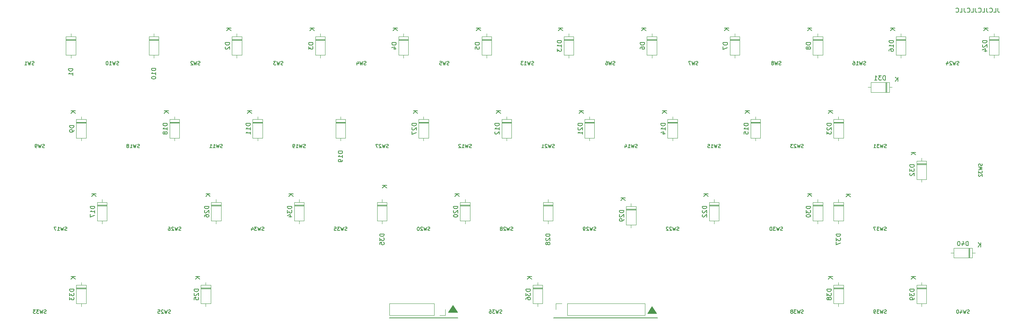
<source format=gbr>
%TF.GenerationSoftware,KiCad,Pcbnew,8.0.2*%
%TF.CreationDate,2024-05-31T09:53:13+01:00*%
%TF.ProjectId,keyboard,6b657962-6f61-4726-942e-6b696361645f,rev?*%
%TF.SameCoordinates,Original*%
%TF.FileFunction,Legend,Bot*%
%TF.FilePolarity,Positive*%
%FSLAX46Y46*%
G04 Gerber Fmt 4.6, Leading zero omitted, Abs format (unit mm)*
G04 Created by KiCad (PCBNEW 8.0.2) date 2024-05-31 09:53:13*
%MOMM*%
%LPD*%
G01*
G04 APERTURE LIST*
%ADD10C,0.150000*%
%ADD11C,0.120000*%
%ADD12C,4.400000*%
%ADD13C,2.200000*%
%ADD14R,1.600000X1.600000*%
%ADD15O,1.600000X1.600000*%
%ADD16R,1.700000X1.700000*%
%ADD17O,1.700000X1.700000*%
G04 APERTURE END LIST*
D10*
X257349048Y-38824819D02*
X257349048Y-39539104D01*
X257349048Y-39539104D02*
X257396667Y-39681961D01*
X257396667Y-39681961D02*
X257491905Y-39777200D01*
X257491905Y-39777200D02*
X257634762Y-39824819D01*
X257634762Y-39824819D02*
X257730000Y-39824819D01*
X256396667Y-39824819D02*
X256872857Y-39824819D01*
X256872857Y-39824819D02*
X256872857Y-38824819D01*
X255491905Y-39729580D02*
X255539524Y-39777200D01*
X255539524Y-39777200D02*
X255682381Y-39824819D01*
X255682381Y-39824819D02*
X255777619Y-39824819D01*
X255777619Y-39824819D02*
X255920476Y-39777200D01*
X255920476Y-39777200D02*
X256015714Y-39681961D01*
X256015714Y-39681961D02*
X256063333Y-39586723D01*
X256063333Y-39586723D02*
X256110952Y-39396247D01*
X256110952Y-39396247D02*
X256110952Y-39253390D01*
X256110952Y-39253390D02*
X256063333Y-39062914D01*
X256063333Y-39062914D02*
X256015714Y-38967676D01*
X256015714Y-38967676D02*
X255920476Y-38872438D01*
X255920476Y-38872438D02*
X255777619Y-38824819D01*
X255777619Y-38824819D02*
X255682381Y-38824819D01*
X255682381Y-38824819D02*
X255539524Y-38872438D01*
X255539524Y-38872438D02*
X255491905Y-38920057D01*
X254777619Y-38824819D02*
X254777619Y-39539104D01*
X254777619Y-39539104D02*
X254825238Y-39681961D01*
X254825238Y-39681961D02*
X254920476Y-39777200D01*
X254920476Y-39777200D02*
X255063333Y-39824819D01*
X255063333Y-39824819D02*
X255158571Y-39824819D01*
X253825238Y-39824819D02*
X254301428Y-39824819D01*
X254301428Y-39824819D02*
X254301428Y-38824819D01*
X252920476Y-39729580D02*
X252968095Y-39777200D01*
X252968095Y-39777200D02*
X253110952Y-39824819D01*
X253110952Y-39824819D02*
X253206190Y-39824819D01*
X253206190Y-39824819D02*
X253349047Y-39777200D01*
X253349047Y-39777200D02*
X253444285Y-39681961D01*
X253444285Y-39681961D02*
X253491904Y-39586723D01*
X253491904Y-39586723D02*
X253539523Y-39396247D01*
X253539523Y-39396247D02*
X253539523Y-39253390D01*
X253539523Y-39253390D02*
X253491904Y-39062914D01*
X253491904Y-39062914D02*
X253444285Y-38967676D01*
X253444285Y-38967676D02*
X253349047Y-38872438D01*
X253349047Y-38872438D02*
X253206190Y-38824819D01*
X253206190Y-38824819D02*
X253110952Y-38824819D01*
X253110952Y-38824819D02*
X252968095Y-38872438D01*
X252968095Y-38872438D02*
X252920476Y-38920057D01*
X252206190Y-38824819D02*
X252206190Y-39539104D01*
X252206190Y-39539104D02*
X252253809Y-39681961D01*
X252253809Y-39681961D02*
X252349047Y-39777200D01*
X252349047Y-39777200D02*
X252491904Y-39824819D01*
X252491904Y-39824819D02*
X252587142Y-39824819D01*
X251253809Y-39824819D02*
X251729999Y-39824819D01*
X251729999Y-39824819D02*
X251729999Y-38824819D01*
X250349047Y-39729580D02*
X250396666Y-39777200D01*
X250396666Y-39777200D02*
X250539523Y-39824819D01*
X250539523Y-39824819D02*
X250634761Y-39824819D01*
X250634761Y-39824819D02*
X250777618Y-39777200D01*
X250777618Y-39777200D02*
X250872856Y-39681961D01*
X250872856Y-39681961D02*
X250920475Y-39586723D01*
X250920475Y-39586723D02*
X250968094Y-39396247D01*
X250968094Y-39396247D02*
X250968094Y-39253390D01*
X250968094Y-39253390D02*
X250920475Y-39062914D01*
X250920475Y-39062914D02*
X250872856Y-38967676D01*
X250872856Y-38967676D02*
X250777618Y-38872438D01*
X250777618Y-38872438D02*
X250634761Y-38824819D01*
X250634761Y-38824819D02*
X250539523Y-38824819D01*
X250539523Y-38824819D02*
X250396666Y-38872438D01*
X250396666Y-38872438D02*
X250349047Y-38920057D01*
X249634761Y-38824819D02*
X249634761Y-39539104D01*
X249634761Y-39539104D02*
X249682380Y-39681961D01*
X249682380Y-39681961D02*
X249777618Y-39777200D01*
X249777618Y-39777200D02*
X249920475Y-39824819D01*
X249920475Y-39824819D02*
X250015713Y-39824819D01*
X248682380Y-39824819D02*
X249158570Y-39824819D01*
X249158570Y-39824819D02*
X249158570Y-38824819D01*
X247777618Y-39729580D02*
X247825237Y-39777200D01*
X247825237Y-39777200D02*
X247968094Y-39824819D01*
X247968094Y-39824819D02*
X248063332Y-39824819D01*
X248063332Y-39824819D02*
X248206189Y-39777200D01*
X248206189Y-39777200D02*
X248301427Y-39681961D01*
X248301427Y-39681961D02*
X248349046Y-39586723D01*
X248349046Y-39586723D02*
X248396665Y-39396247D01*
X248396665Y-39396247D02*
X248396665Y-39253390D01*
X248396665Y-39253390D02*
X248349046Y-39062914D01*
X248349046Y-39062914D02*
X248301427Y-38967676D01*
X248301427Y-38967676D02*
X248206189Y-38872438D01*
X248206189Y-38872438D02*
X248063332Y-38824819D01*
X248063332Y-38824819D02*
X247968094Y-38824819D01*
X247968094Y-38824819D02*
X247825237Y-38872438D01*
X247825237Y-38872438D02*
X247777618Y-38920057D01*
X155650000Y-109900000D02*
X179400000Y-109900000D01*
X179200000Y-108850000D02*
X177200000Y-108850000D01*
X178200000Y-107350000D01*
X179200000Y-108850000D01*
G36*
X179200000Y-108850000D02*
G01*
X177200000Y-108850000D01*
X178200000Y-107350000D01*
X179200000Y-108850000D01*
G37*
X133607692Y-108611538D02*
X131607692Y-108611538D01*
X132607692Y-107111538D01*
X133607692Y-108611538D01*
G36*
X133607692Y-108611538D02*
G01*
X131607692Y-108611538D01*
X132607692Y-107111538D01*
X133607692Y-108611538D01*
G37*
X133700000Y-109900000D02*
X118050000Y-109900000D01*
X98822619Y-70824200D02*
X98708333Y-70862295D01*
X98708333Y-70862295D02*
X98517857Y-70862295D01*
X98517857Y-70862295D02*
X98441666Y-70824200D01*
X98441666Y-70824200D02*
X98403571Y-70786104D01*
X98403571Y-70786104D02*
X98365476Y-70709914D01*
X98365476Y-70709914D02*
X98365476Y-70633723D01*
X98365476Y-70633723D02*
X98403571Y-70557533D01*
X98403571Y-70557533D02*
X98441666Y-70519438D01*
X98441666Y-70519438D02*
X98517857Y-70481342D01*
X98517857Y-70481342D02*
X98670238Y-70443247D01*
X98670238Y-70443247D02*
X98746428Y-70405152D01*
X98746428Y-70405152D02*
X98784523Y-70367057D01*
X98784523Y-70367057D02*
X98822619Y-70290866D01*
X98822619Y-70290866D02*
X98822619Y-70214676D01*
X98822619Y-70214676D02*
X98784523Y-70138485D01*
X98784523Y-70138485D02*
X98746428Y-70100390D01*
X98746428Y-70100390D02*
X98670238Y-70062295D01*
X98670238Y-70062295D02*
X98479761Y-70062295D01*
X98479761Y-70062295D02*
X98365476Y-70100390D01*
X98098809Y-70062295D02*
X97908333Y-70862295D01*
X97908333Y-70862295D02*
X97755952Y-70290866D01*
X97755952Y-70290866D02*
X97603571Y-70862295D01*
X97603571Y-70862295D02*
X97413095Y-70062295D01*
X96689285Y-70862295D02*
X97146428Y-70862295D01*
X96917856Y-70862295D02*
X96917856Y-70062295D01*
X96917856Y-70062295D02*
X96994047Y-70176580D01*
X96994047Y-70176580D02*
X97070237Y-70252771D01*
X97070237Y-70252771D02*
X97146428Y-70290866D01*
X96308332Y-70862295D02*
X96155951Y-70862295D01*
X96155951Y-70862295D02*
X96079761Y-70824200D01*
X96079761Y-70824200D02*
X96041665Y-70786104D01*
X96041665Y-70786104D02*
X95965475Y-70671819D01*
X95965475Y-70671819D02*
X95927380Y-70519438D01*
X95927380Y-70519438D02*
X95927380Y-70214676D01*
X95927380Y-70214676D02*
X95965475Y-70138485D01*
X95965475Y-70138485D02*
X96003570Y-70100390D01*
X96003570Y-70100390D02*
X96079761Y-70062295D01*
X96079761Y-70062295D02*
X96232142Y-70062295D01*
X96232142Y-70062295D02*
X96308332Y-70100390D01*
X96308332Y-70100390D02*
X96346427Y-70138485D01*
X96346427Y-70138485D02*
X96384523Y-70214676D01*
X96384523Y-70214676D02*
X96384523Y-70405152D01*
X96384523Y-70405152D02*
X96346427Y-70481342D01*
X96346427Y-70481342D02*
X96308332Y-70519438D01*
X96308332Y-70519438D02*
X96232142Y-70557533D01*
X96232142Y-70557533D02*
X96079761Y-70557533D01*
X96079761Y-70557533D02*
X96003570Y-70519438D01*
X96003570Y-70519438D02*
X95965475Y-70481342D01*
X95965475Y-70481342D02*
X95927380Y-70405152D01*
X146322619Y-89824200D02*
X146208333Y-89862295D01*
X146208333Y-89862295D02*
X146017857Y-89862295D01*
X146017857Y-89862295D02*
X145941666Y-89824200D01*
X145941666Y-89824200D02*
X145903571Y-89786104D01*
X145903571Y-89786104D02*
X145865476Y-89709914D01*
X145865476Y-89709914D02*
X145865476Y-89633723D01*
X145865476Y-89633723D02*
X145903571Y-89557533D01*
X145903571Y-89557533D02*
X145941666Y-89519438D01*
X145941666Y-89519438D02*
X146017857Y-89481342D01*
X146017857Y-89481342D02*
X146170238Y-89443247D01*
X146170238Y-89443247D02*
X146246428Y-89405152D01*
X146246428Y-89405152D02*
X146284523Y-89367057D01*
X146284523Y-89367057D02*
X146322619Y-89290866D01*
X146322619Y-89290866D02*
X146322619Y-89214676D01*
X146322619Y-89214676D02*
X146284523Y-89138485D01*
X146284523Y-89138485D02*
X146246428Y-89100390D01*
X146246428Y-89100390D02*
X146170238Y-89062295D01*
X146170238Y-89062295D02*
X145979761Y-89062295D01*
X145979761Y-89062295D02*
X145865476Y-89100390D01*
X145598809Y-89062295D02*
X145408333Y-89862295D01*
X145408333Y-89862295D02*
X145255952Y-89290866D01*
X145255952Y-89290866D02*
X145103571Y-89862295D01*
X145103571Y-89862295D02*
X144913095Y-89062295D01*
X144646428Y-89138485D02*
X144608332Y-89100390D01*
X144608332Y-89100390D02*
X144532142Y-89062295D01*
X144532142Y-89062295D02*
X144341666Y-89062295D01*
X144341666Y-89062295D02*
X144265475Y-89100390D01*
X144265475Y-89100390D02*
X144227380Y-89138485D01*
X144227380Y-89138485D02*
X144189285Y-89214676D01*
X144189285Y-89214676D02*
X144189285Y-89290866D01*
X144189285Y-89290866D02*
X144227380Y-89405152D01*
X144227380Y-89405152D02*
X144684523Y-89862295D01*
X144684523Y-89862295D02*
X144189285Y-89862295D01*
X143732142Y-89405152D02*
X143808332Y-89367057D01*
X143808332Y-89367057D02*
X143846427Y-89328961D01*
X143846427Y-89328961D02*
X143884523Y-89252771D01*
X143884523Y-89252771D02*
X143884523Y-89214676D01*
X143884523Y-89214676D02*
X143846427Y-89138485D01*
X143846427Y-89138485D02*
X143808332Y-89100390D01*
X143808332Y-89100390D02*
X143732142Y-89062295D01*
X143732142Y-89062295D02*
X143579761Y-89062295D01*
X143579761Y-89062295D02*
X143503570Y-89100390D01*
X143503570Y-89100390D02*
X143465475Y-89138485D01*
X143465475Y-89138485D02*
X143427380Y-89214676D01*
X143427380Y-89214676D02*
X143427380Y-89252771D01*
X143427380Y-89252771D02*
X143465475Y-89328961D01*
X143465475Y-89328961D02*
X143503570Y-89367057D01*
X143503570Y-89367057D02*
X143579761Y-89405152D01*
X143579761Y-89405152D02*
X143732142Y-89405152D01*
X143732142Y-89405152D02*
X143808332Y-89443247D01*
X143808332Y-89443247D02*
X143846427Y-89481342D01*
X143846427Y-89481342D02*
X143884523Y-89557533D01*
X143884523Y-89557533D02*
X143884523Y-89709914D01*
X143884523Y-89709914D02*
X143846427Y-89786104D01*
X143846427Y-89786104D02*
X143808332Y-89824200D01*
X143808332Y-89824200D02*
X143732142Y-89862295D01*
X143732142Y-89862295D02*
X143579761Y-89862295D01*
X143579761Y-89862295D02*
X143503570Y-89824200D01*
X143503570Y-89824200D02*
X143465475Y-89786104D01*
X143465475Y-89786104D02*
X143427380Y-89709914D01*
X143427380Y-89709914D02*
X143427380Y-89557533D01*
X143427380Y-89557533D02*
X143465475Y-89481342D01*
X143465475Y-89481342D02*
X143503570Y-89443247D01*
X143503570Y-89443247D02*
X143579761Y-89405152D01*
X44197619Y-89824200D02*
X44083333Y-89862295D01*
X44083333Y-89862295D02*
X43892857Y-89862295D01*
X43892857Y-89862295D02*
X43816666Y-89824200D01*
X43816666Y-89824200D02*
X43778571Y-89786104D01*
X43778571Y-89786104D02*
X43740476Y-89709914D01*
X43740476Y-89709914D02*
X43740476Y-89633723D01*
X43740476Y-89633723D02*
X43778571Y-89557533D01*
X43778571Y-89557533D02*
X43816666Y-89519438D01*
X43816666Y-89519438D02*
X43892857Y-89481342D01*
X43892857Y-89481342D02*
X44045238Y-89443247D01*
X44045238Y-89443247D02*
X44121428Y-89405152D01*
X44121428Y-89405152D02*
X44159523Y-89367057D01*
X44159523Y-89367057D02*
X44197619Y-89290866D01*
X44197619Y-89290866D02*
X44197619Y-89214676D01*
X44197619Y-89214676D02*
X44159523Y-89138485D01*
X44159523Y-89138485D02*
X44121428Y-89100390D01*
X44121428Y-89100390D02*
X44045238Y-89062295D01*
X44045238Y-89062295D02*
X43854761Y-89062295D01*
X43854761Y-89062295D02*
X43740476Y-89100390D01*
X43473809Y-89062295D02*
X43283333Y-89862295D01*
X43283333Y-89862295D02*
X43130952Y-89290866D01*
X43130952Y-89290866D02*
X42978571Y-89862295D01*
X42978571Y-89862295D02*
X42788095Y-89062295D01*
X42064285Y-89862295D02*
X42521428Y-89862295D01*
X42292856Y-89862295D02*
X42292856Y-89062295D01*
X42292856Y-89062295D02*
X42369047Y-89176580D01*
X42369047Y-89176580D02*
X42445237Y-89252771D01*
X42445237Y-89252771D02*
X42521428Y-89290866D01*
X41797618Y-89062295D02*
X41264284Y-89062295D01*
X41264284Y-89062295D02*
X41607142Y-89862295D01*
X39066667Y-70824200D02*
X38952381Y-70862295D01*
X38952381Y-70862295D02*
X38761905Y-70862295D01*
X38761905Y-70862295D02*
X38685714Y-70824200D01*
X38685714Y-70824200D02*
X38647619Y-70786104D01*
X38647619Y-70786104D02*
X38609524Y-70709914D01*
X38609524Y-70709914D02*
X38609524Y-70633723D01*
X38609524Y-70633723D02*
X38647619Y-70557533D01*
X38647619Y-70557533D02*
X38685714Y-70519438D01*
X38685714Y-70519438D02*
X38761905Y-70481342D01*
X38761905Y-70481342D02*
X38914286Y-70443247D01*
X38914286Y-70443247D02*
X38990476Y-70405152D01*
X38990476Y-70405152D02*
X39028571Y-70367057D01*
X39028571Y-70367057D02*
X39066667Y-70290866D01*
X39066667Y-70290866D02*
X39066667Y-70214676D01*
X39066667Y-70214676D02*
X39028571Y-70138485D01*
X39028571Y-70138485D02*
X38990476Y-70100390D01*
X38990476Y-70100390D02*
X38914286Y-70062295D01*
X38914286Y-70062295D02*
X38723809Y-70062295D01*
X38723809Y-70062295D02*
X38609524Y-70100390D01*
X38342857Y-70062295D02*
X38152381Y-70862295D01*
X38152381Y-70862295D02*
X38000000Y-70290866D01*
X38000000Y-70290866D02*
X37847619Y-70862295D01*
X37847619Y-70862295D02*
X37657143Y-70062295D01*
X37314285Y-70862295D02*
X37161904Y-70862295D01*
X37161904Y-70862295D02*
X37085714Y-70824200D01*
X37085714Y-70824200D02*
X37047618Y-70786104D01*
X37047618Y-70786104D02*
X36971428Y-70671819D01*
X36971428Y-70671819D02*
X36933333Y-70519438D01*
X36933333Y-70519438D02*
X36933333Y-70214676D01*
X36933333Y-70214676D02*
X36971428Y-70138485D01*
X36971428Y-70138485D02*
X37009523Y-70100390D01*
X37009523Y-70100390D02*
X37085714Y-70062295D01*
X37085714Y-70062295D02*
X37238095Y-70062295D01*
X37238095Y-70062295D02*
X37314285Y-70100390D01*
X37314285Y-70100390D02*
X37352380Y-70138485D01*
X37352380Y-70138485D02*
X37390476Y-70214676D01*
X37390476Y-70214676D02*
X37390476Y-70405152D01*
X37390476Y-70405152D02*
X37352380Y-70481342D01*
X37352380Y-70481342D02*
X37314285Y-70519438D01*
X37314285Y-70519438D02*
X37238095Y-70557533D01*
X37238095Y-70557533D02*
X37085714Y-70557533D01*
X37085714Y-70557533D02*
X37009523Y-70519438D01*
X37009523Y-70519438D02*
X36971428Y-70481342D01*
X36971428Y-70481342D02*
X36933333Y-70405152D01*
X193822619Y-70824200D02*
X193708333Y-70862295D01*
X193708333Y-70862295D02*
X193517857Y-70862295D01*
X193517857Y-70862295D02*
X193441666Y-70824200D01*
X193441666Y-70824200D02*
X193403571Y-70786104D01*
X193403571Y-70786104D02*
X193365476Y-70709914D01*
X193365476Y-70709914D02*
X193365476Y-70633723D01*
X193365476Y-70633723D02*
X193403571Y-70557533D01*
X193403571Y-70557533D02*
X193441666Y-70519438D01*
X193441666Y-70519438D02*
X193517857Y-70481342D01*
X193517857Y-70481342D02*
X193670238Y-70443247D01*
X193670238Y-70443247D02*
X193746428Y-70405152D01*
X193746428Y-70405152D02*
X193784523Y-70367057D01*
X193784523Y-70367057D02*
X193822619Y-70290866D01*
X193822619Y-70290866D02*
X193822619Y-70214676D01*
X193822619Y-70214676D02*
X193784523Y-70138485D01*
X193784523Y-70138485D02*
X193746428Y-70100390D01*
X193746428Y-70100390D02*
X193670238Y-70062295D01*
X193670238Y-70062295D02*
X193479761Y-70062295D01*
X193479761Y-70062295D02*
X193365476Y-70100390D01*
X193098809Y-70062295D02*
X192908333Y-70862295D01*
X192908333Y-70862295D02*
X192755952Y-70290866D01*
X192755952Y-70290866D02*
X192603571Y-70862295D01*
X192603571Y-70862295D02*
X192413095Y-70062295D01*
X191689285Y-70862295D02*
X192146428Y-70862295D01*
X191917856Y-70862295D02*
X191917856Y-70062295D01*
X191917856Y-70062295D02*
X191994047Y-70176580D01*
X191994047Y-70176580D02*
X192070237Y-70252771D01*
X192070237Y-70252771D02*
X192146428Y-70290866D01*
X190965475Y-70062295D02*
X191346427Y-70062295D01*
X191346427Y-70062295D02*
X191384523Y-70443247D01*
X191384523Y-70443247D02*
X191346427Y-70405152D01*
X191346427Y-70405152D02*
X191270237Y-70367057D01*
X191270237Y-70367057D02*
X191079761Y-70367057D01*
X191079761Y-70367057D02*
X191003570Y-70405152D01*
X191003570Y-70405152D02*
X190965475Y-70443247D01*
X190965475Y-70443247D02*
X190927380Y-70519438D01*
X190927380Y-70519438D02*
X190927380Y-70709914D01*
X190927380Y-70709914D02*
X190965475Y-70786104D01*
X190965475Y-70786104D02*
X191003570Y-70824200D01*
X191003570Y-70824200D02*
X191079761Y-70862295D01*
X191079761Y-70862295D02*
X191270237Y-70862295D01*
X191270237Y-70862295D02*
X191346427Y-70824200D01*
X191346427Y-70824200D02*
X191384523Y-70786104D01*
X231822619Y-89824200D02*
X231708333Y-89862295D01*
X231708333Y-89862295D02*
X231517857Y-89862295D01*
X231517857Y-89862295D02*
X231441666Y-89824200D01*
X231441666Y-89824200D02*
X231403571Y-89786104D01*
X231403571Y-89786104D02*
X231365476Y-89709914D01*
X231365476Y-89709914D02*
X231365476Y-89633723D01*
X231365476Y-89633723D02*
X231403571Y-89557533D01*
X231403571Y-89557533D02*
X231441666Y-89519438D01*
X231441666Y-89519438D02*
X231517857Y-89481342D01*
X231517857Y-89481342D02*
X231670238Y-89443247D01*
X231670238Y-89443247D02*
X231746428Y-89405152D01*
X231746428Y-89405152D02*
X231784523Y-89367057D01*
X231784523Y-89367057D02*
X231822619Y-89290866D01*
X231822619Y-89290866D02*
X231822619Y-89214676D01*
X231822619Y-89214676D02*
X231784523Y-89138485D01*
X231784523Y-89138485D02*
X231746428Y-89100390D01*
X231746428Y-89100390D02*
X231670238Y-89062295D01*
X231670238Y-89062295D02*
X231479761Y-89062295D01*
X231479761Y-89062295D02*
X231365476Y-89100390D01*
X231098809Y-89062295D02*
X230908333Y-89862295D01*
X230908333Y-89862295D02*
X230755952Y-89290866D01*
X230755952Y-89290866D02*
X230603571Y-89862295D01*
X230603571Y-89862295D02*
X230413095Y-89062295D01*
X230184523Y-89062295D02*
X229689285Y-89062295D01*
X229689285Y-89062295D02*
X229955951Y-89367057D01*
X229955951Y-89367057D02*
X229841666Y-89367057D01*
X229841666Y-89367057D02*
X229765475Y-89405152D01*
X229765475Y-89405152D02*
X229727380Y-89443247D01*
X229727380Y-89443247D02*
X229689285Y-89519438D01*
X229689285Y-89519438D02*
X229689285Y-89709914D01*
X229689285Y-89709914D02*
X229727380Y-89786104D01*
X229727380Y-89786104D02*
X229765475Y-89824200D01*
X229765475Y-89824200D02*
X229841666Y-89862295D01*
X229841666Y-89862295D02*
X230070237Y-89862295D01*
X230070237Y-89862295D02*
X230146428Y-89824200D01*
X230146428Y-89824200D02*
X230184523Y-89786104D01*
X229422618Y-89062295D02*
X228889284Y-89062295D01*
X228889284Y-89062295D02*
X229232142Y-89862295D01*
X127322619Y-89824200D02*
X127208333Y-89862295D01*
X127208333Y-89862295D02*
X127017857Y-89862295D01*
X127017857Y-89862295D02*
X126941666Y-89824200D01*
X126941666Y-89824200D02*
X126903571Y-89786104D01*
X126903571Y-89786104D02*
X126865476Y-89709914D01*
X126865476Y-89709914D02*
X126865476Y-89633723D01*
X126865476Y-89633723D02*
X126903571Y-89557533D01*
X126903571Y-89557533D02*
X126941666Y-89519438D01*
X126941666Y-89519438D02*
X127017857Y-89481342D01*
X127017857Y-89481342D02*
X127170238Y-89443247D01*
X127170238Y-89443247D02*
X127246428Y-89405152D01*
X127246428Y-89405152D02*
X127284523Y-89367057D01*
X127284523Y-89367057D02*
X127322619Y-89290866D01*
X127322619Y-89290866D02*
X127322619Y-89214676D01*
X127322619Y-89214676D02*
X127284523Y-89138485D01*
X127284523Y-89138485D02*
X127246428Y-89100390D01*
X127246428Y-89100390D02*
X127170238Y-89062295D01*
X127170238Y-89062295D02*
X126979761Y-89062295D01*
X126979761Y-89062295D02*
X126865476Y-89100390D01*
X126598809Y-89062295D02*
X126408333Y-89862295D01*
X126408333Y-89862295D02*
X126255952Y-89290866D01*
X126255952Y-89290866D02*
X126103571Y-89862295D01*
X126103571Y-89862295D02*
X125913095Y-89062295D01*
X125646428Y-89138485D02*
X125608332Y-89100390D01*
X125608332Y-89100390D02*
X125532142Y-89062295D01*
X125532142Y-89062295D02*
X125341666Y-89062295D01*
X125341666Y-89062295D02*
X125265475Y-89100390D01*
X125265475Y-89100390D02*
X125227380Y-89138485D01*
X125227380Y-89138485D02*
X125189285Y-89214676D01*
X125189285Y-89214676D02*
X125189285Y-89290866D01*
X125189285Y-89290866D02*
X125227380Y-89405152D01*
X125227380Y-89405152D02*
X125684523Y-89862295D01*
X125684523Y-89862295D02*
X125189285Y-89862295D01*
X124694046Y-89062295D02*
X124617856Y-89062295D01*
X124617856Y-89062295D02*
X124541665Y-89100390D01*
X124541665Y-89100390D02*
X124503570Y-89138485D01*
X124503570Y-89138485D02*
X124465475Y-89214676D01*
X124465475Y-89214676D02*
X124427380Y-89367057D01*
X124427380Y-89367057D02*
X124427380Y-89557533D01*
X124427380Y-89557533D02*
X124465475Y-89709914D01*
X124465475Y-89709914D02*
X124503570Y-89786104D01*
X124503570Y-89786104D02*
X124541665Y-89824200D01*
X124541665Y-89824200D02*
X124617856Y-89862295D01*
X124617856Y-89862295D02*
X124694046Y-89862295D01*
X124694046Y-89862295D02*
X124770237Y-89824200D01*
X124770237Y-89824200D02*
X124808332Y-89786104D01*
X124808332Y-89786104D02*
X124846427Y-89709914D01*
X124846427Y-89709914D02*
X124884523Y-89557533D01*
X124884523Y-89557533D02*
X124884523Y-89367057D01*
X124884523Y-89367057D02*
X124846427Y-89214676D01*
X124846427Y-89214676D02*
X124808332Y-89138485D01*
X124808332Y-89138485D02*
X124770237Y-89100390D01*
X124770237Y-89100390D02*
X124694046Y-89062295D01*
X117822619Y-70824200D02*
X117708333Y-70862295D01*
X117708333Y-70862295D02*
X117517857Y-70862295D01*
X117517857Y-70862295D02*
X117441666Y-70824200D01*
X117441666Y-70824200D02*
X117403571Y-70786104D01*
X117403571Y-70786104D02*
X117365476Y-70709914D01*
X117365476Y-70709914D02*
X117365476Y-70633723D01*
X117365476Y-70633723D02*
X117403571Y-70557533D01*
X117403571Y-70557533D02*
X117441666Y-70519438D01*
X117441666Y-70519438D02*
X117517857Y-70481342D01*
X117517857Y-70481342D02*
X117670238Y-70443247D01*
X117670238Y-70443247D02*
X117746428Y-70405152D01*
X117746428Y-70405152D02*
X117784523Y-70367057D01*
X117784523Y-70367057D02*
X117822619Y-70290866D01*
X117822619Y-70290866D02*
X117822619Y-70214676D01*
X117822619Y-70214676D02*
X117784523Y-70138485D01*
X117784523Y-70138485D02*
X117746428Y-70100390D01*
X117746428Y-70100390D02*
X117670238Y-70062295D01*
X117670238Y-70062295D02*
X117479761Y-70062295D01*
X117479761Y-70062295D02*
X117365476Y-70100390D01*
X117098809Y-70062295D02*
X116908333Y-70862295D01*
X116908333Y-70862295D02*
X116755952Y-70290866D01*
X116755952Y-70290866D02*
X116603571Y-70862295D01*
X116603571Y-70862295D02*
X116413095Y-70062295D01*
X116146428Y-70138485D02*
X116108332Y-70100390D01*
X116108332Y-70100390D02*
X116032142Y-70062295D01*
X116032142Y-70062295D02*
X115841666Y-70062295D01*
X115841666Y-70062295D02*
X115765475Y-70100390D01*
X115765475Y-70100390D02*
X115727380Y-70138485D01*
X115727380Y-70138485D02*
X115689285Y-70214676D01*
X115689285Y-70214676D02*
X115689285Y-70290866D01*
X115689285Y-70290866D02*
X115727380Y-70405152D01*
X115727380Y-70405152D02*
X116184523Y-70862295D01*
X116184523Y-70862295D02*
X115689285Y-70862295D01*
X115422618Y-70062295D02*
X114889284Y-70062295D01*
X114889284Y-70062295D02*
X115232142Y-70862295D01*
X67947619Y-108824200D02*
X67833333Y-108862295D01*
X67833333Y-108862295D02*
X67642857Y-108862295D01*
X67642857Y-108862295D02*
X67566666Y-108824200D01*
X67566666Y-108824200D02*
X67528571Y-108786104D01*
X67528571Y-108786104D02*
X67490476Y-108709914D01*
X67490476Y-108709914D02*
X67490476Y-108633723D01*
X67490476Y-108633723D02*
X67528571Y-108557533D01*
X67528571Y-108557533D02*
X67566666Y-108519438D01*
X67566666Y-108519438D02*
X67642857Y-108481342D01*
X67642857Y-108481342D02*
X67795238Y-108443247D01*
X67795238Y-108443247D02*
X67871428Y-108405152D01*
X67871428Y-108405152D02*
X67909523Y-108367057D01*
X67909523Y-108367057D02*
X67947619Y-108290866D01*
X67947619Y-108290866D02*
X67947619Y-108214676D01*
X67947619Y-108214676D02*
X67909523Y-108138485D01*
X67909523Y-108138485D02*
X67871428Y-108100390D01*
X67871428Y-108100390D02*
X67795238Y-108062295D01*
X67795238Y-108062295D02*
X67604761Y-108062295D01*
X67604761Y-108062295D02*
X67490476Y-108100390D01*
X67223809Y-108062295D02*
X67033333Y-108862295D01*
X67033333Y-108862295D02*
X66880952Y-108290866D01*
X66880952Y-108290866D02*
X66728571Y-108862295D01*
X66728571Y-108862295D02*
X66538095Y-108062295D01*
X66271428Y-108138485D02*
X66233332Y-108100390D01*
X66233332Y-108100390D02*
X66157142Y-108062295D01*
X66157142Y-108062295D02*
X65966666Y-108062295D01*
X65966666Y-108062295D02*
X65890475Y-108100390D01*
X65890475Y-108100390D02*
X65852380Y-108138485D01*
X65852380Y-108138485D02*
X65814285Y-108214676D01*
X65814285Y-108214676D02*
X65814285Y-108290866D01*
X65814285Y-108290866D02*
X65852380Y-108405152D01*
X65852380Y-108405152D02*
X66309523Y-108862295D01*
X66309523Y-108862295D02*
X65814285Y-108862295D01*
X65090475Y-108062295D02*
X65471427Y-108062295D01*
X65471427Y-108062295D02*
X65509523Y-108443247D01*
X65509523Y-108443247D02*
X65471427Y-108405152D01*
X65471427Y-108405152D02*
X65395237Y-108367057D01*
X65395237Y-108367057D02*
X65204761Y-108367057D01*
X65204761Y-108367057D02*
X65128570Y-108405152D01*
X65128570Y-108405152D02*
X65090475Y-108443247D01*
X65090475Y-108443247D02*
X65052380Y-108519438D01*
X65052380Y-108519438D02*
X65052380Y-108709914D01*
X65052380Y-108709914D02*
X65090475Y-108786104D01*
X65090475Y-108786104D02*
X65128570Y-108824200D01*
X65128570Y-108824200D02*
X65204761Y-108862295D01*
X65204761Y-108862295D02*
X65395237Y-108862295D01*
X65395237Y-108862295D02*
X65471427Y-108824200D01*
X65471427Y-108824200D02*
X65509523Y-108786104D01*
X39447619Y-108824200D02*
X39333333Y-108862295D01*
X39333333Y-108862295D02*
X39142857Y-108862295D01*
X39142857Y-108862295D02*
X39066666Y-108824200D01*
X39066666Y-108824200D02*
X39028571Y-108786104D01*
X39028571Y-108786104D02*
X38990476Y-108709914D01*
X38990476Y-108709914D02*
X38990476Y-108633723D01*
X38990476Y-108633723D02*
X39028571Y-108557533D01*
X39028571Y-108557533D02*
X39066666Y-108519438D01*
X39066666Y-108519438D02*
X39142857Y-108481342D01*
X39142857Y-108481342D02*
X39295238Y-108443247D01*
X39295238Y-108443247D02*
X39371428Y-108405152D01*
X39371428Y-108405152D02*
X39409523Y-108367057D01*
X39409523Y-108367057D02*
X39447619Y-108290866D01*
X39447619Y-108290866D02*
X39447619Y-108214676D01*
X39447619Y-108214676D02*
X39409523Y-108138485D01*
X39409523Y-108138485D02*
X39371428Y-108100390D01*
X39371428Y-108100390D02*
X39295238Y-108062295D01*
X39295238Y-108062295D02*
X39104761Y-108062295D01*
X39104761Y-108062295D02*
X38990476Y-108100390D01*
X38723809Y-108062295D02*
X38533333Y-108862295D01*
X38533333Y-108862295D02*
X38380952Y-108290866D01*
X38380952Y-108290866D02*
X38228571Y-108862295D01*
X38228571Y-108862295D02*
X38038095Y-108062295D01*
X37809523Y-108062295D02*
X37314285Y-108062295D01*
X37314285Y-108062295D02*
X37580951Y-108367057D01*
X37580951Y-108367057D02*
X37466666Y-108367057D01*
X37466666Y-108367057D02*
X37390475Y-108405152D01*
X37390475Y-108405152D02*
X37352380Y-108443247D01*
X37352380Y-108443247D02*
X37314285Y-108519438D01*
X37314285Y-108519438D02*
X37314285Y-108709914D01*
X37314285Y-108709914D02*
X37352380Y-108786104D01*
X37352380Y-108786104D02*
X37390475Y-108824200D01*
X37390475Y-108824200D02*
X37466666Y-108862295D01*
X37466666Y-108862295D02*
X37695237Y-108862295D01*
X37695237Y-108862295D02*
X37771428Y-108824200D01*
X37771428Y-108824200D02*
X37809523Y-108786104D01*
X37047618Y-108062295D02*
X36552380Y-108062295D01*
X36552380Y-108062295D02*
X36819046Y-108367057D01*
X36819046Y-108367057D02*
X36704761Y-108367057D01*
X36704761Y-108367057D02*
X36628570Y-108405152D01*
X36628570Y-108405152D02*
X36590475Y-108443247D01*
X36590475Y-108443247D02*
X36552380Y-108519438D01*
X36552380Y-108519438D02*
X36552380Y-108709914D01*
X36552380Y-108709914D02*
X36590475Y-108786104D01*
X36590475Y-108786104D02*
X36628570Y-108824200D01*
X36628570Y-108824200D02*
X36704761Y-108862295D01*
X36704761Y-108862295D02*
X36933332Y-108862295D01*
X36933332Y-108862295D02*
X37009523Y-108824200D01*
X37009523Y-108824200D02*
X37047618Y-108786104D01*
X253699200Y-74552380D02*
X253737295Y-74666666D01*
X253737295Y-74666666D02*
X253737295Y-74857142D01*
X253737295Y-74857142D02*
X253699200Y-74933333D01*
X253699200Y-74933333D02*
X253661104Y-74971428D01*
X253661104Y-74971428D02*
X253584914Y-75009523D01*
X253584914Y-75009523D02*
X253508723Y-75009523D01*
X253508723Y-75009523D02*
X253432533Y-74971428D01*
X253432533Y-74971428D02*
X253394438Y-74933333D01*
X253394438Y-74933333D02*
X253356342Y-74857142D01*
X253356342Y-74857142D02*
X253318247Y-74704761D01*
X253318247Y-74704761D02*
X253280152Y-74628571D01*
X253280152Y-74628571D02*
X253242057Y-74590476D01*
X253242057Y-74590476D02*
X253165866Y-74552380D01*
X253165866Y-74552380D02*
X253089676Y-74552380D01*
X253089676Y-74552380D02*
X253013485Y-74590476D01*
X253013485Y-74590476D02*
X252975390Y-74628571D01*
X252975390Y-74628571D02*
X252937295Y-74704761D01*
X252937295Y-74704761D02*
X252937295Y-74895238D01*
X252937295Y-74895238D02*
X252975390Y-75009523D01*
X252937295Y-75276190D02*
X253737295Y-75466666D01*
X253737295Y-75466666D02*
X253165866Y-75619047D01*
X253165866Y-75619047D02*
X253737295Y-75771428D01*
X253737295Y-75771428D02*
X252937295Y-75961905D01*
X252937295Y-76190476D02*
X252937295Y-76685714D01*
X252937295Y-76685714D02*
X253242057Y-76419048D01*
X253242057Y-76419048D02*
X253242057Y-76533333D01*
X253242057Y-76533333D02*
X253280152Y-76609524D01*
X253280152Y-76609524D02*
X253318247Y-76647619D01*
X253318247Y-76647619D02*
X253394438Y-76685714D01*
X253394438Y-76685714D02*
X253584914Y-76685714D01*
X253584914Y-76685714D02*
X253661104Y-76647619D01*
X253661104Y-76647619D02*
X253699200Y-76609524D01*
X253699200Y-76609524D02*
X253737295Y-76533333D01*
X253737295Y-76533333D02*
X253737295Y-76304762D01*
X253737295Y-76304762D02*
X253699200Y-76228571D01*
X253699200Y-76228571D02*
X253661104Y-76190476D01*
X253013485Y-76990476D02*
X252975390Y-77028572D01*
X252975390Y-77028572D02*
X252937295Y-77104762D01*
X252937295Y-77104762D02*
X252937295Y-77295238D01*
X252937295Y-77295238D02*
X252975390Y-77371429D01*
X252975390Y-77371429D02*
X253013485Y-77409524D01*
X253013485Y-77409524D02*
X253089676Y-77447619D01*
X253089676Y-77447619D02*
X253165866Y-77447619D01*
X253165866Y-77447619D02*
X253280152Y-77409524D01*
X253280152Y-77409524D02*
X253737295Y-76952381D01*
X253737295Y-76952381D02*
X253737295Y-77447619D01*
X136822619Y-70824200D02*
X136708333Y-70862295D01*
X136708333Y-70862295D02*
X136517857Y-70862295D01*
X136517857Y-70862295D02*
X136441666Y-70824200D01*
X136441666Y-70824200D02*
X136403571Y-70786104D01*
X136403571Y-70786104D02*
X136365476Y-70709914D01*
X136365476Y-70709914D02*
X136365476Y-70633723D01*
X136365476Y-70633723D02*
X136403571Y-70557533D01*
X136403571Y-70557533D02*
X136441666Y-70519438D01*
X136441666Y-70519438D02*
X136517857Y-70481342D01*
X136517857Y-70481342D02*
X136670238Y-70443247D01*
X136670238Y-70443247D02*
X136746428Y-70405152D01*
X136746428Y-70405152D02*
X136784523Y-70367057D01*
X136784523Y-70367057D02*
X136822619Y-70290866D01*
X136822619Y-70290866D02*
X136822619Y-70214676D01*
X136822619Y-70214676D02*
X136784523Y-70138485D01*
X136784523Y-70138485D02*
X136746428Y-70100390D01*
X136746428Y-70100390D02*
X136670238Y-70062295D01*
X136670238Y-70062295D02*
X136479761Y-70062295D01*
X136479761Y-70062295D02*
X136365476Y-70100390D01*
X136098809Y-70062295D02*
X135908333Y-70862295D01*
X135908333Y-70862295D02*
X135755952Y-70290866D01*
X135755952Y-70290866D02*
X135603571Y-70862295D01*
X135603571Y-70862295D02*
X135413095Y-70062295D01*
X134689285Y-70862295D02*
X135146428Y-70862295D01*
X134917856Y-70862295D02*
X134917856Y-70062295D01*
X134917856Y-70062295D02*
X134994047Y-70176580D01*
X134994047Y-70176580D02*
X135070237Y-70252771D01*
X135070237Y-70252771D02*
X135146428Y-70290866D01*
X134384523Y-70138485D02*
X134346427Y-70100390D01*
X134346427Y-70100390D02*
X134270237Y-70062295D01*
X134270237Y-70062295D02*
X134079761Y-70062295D01*
X134079761Y-70062295D02*
X134003570Y-70100390D01*
X134003570Y-70100390D02*
X133965475Y-70138485D01*
X133965475Y-70138485D02*
X133927380Y-70214676D01*
X133927380Y-70214676D02*
X133927380Y-70290866D01*
X133927380Y-70290866D02*
X133965475Y-70405152D01*
X133965475Y-70405152D02*
X134422618Y-70862295D01*
X134422618Y-70862295D02*
X133927380Y-70862295D01*
X174822619Y-70824200D02*
X174708333Y-70862295D01*
X174708333Y-70862295D02*
X174517857Y-70862295D01*
X174517857Y-70862295D02*
X174441666Y-70824200D01*
X174441666Y-70824200D02*
X174403571Y-70786104D01*
X174403571Y-70786104D02*
X174365476Y-70709914D01*
X174365476Y-70709914D02*
X174365476Y-70633723D01*
X174365476Y-70633723D02*
X174403571Y-70557533D01*
X174403571Y-70557533D02*
X174441666Y-70519438D01*
X174441666Y-70519438D02*
X174517857Y-70481342D01*
X174517857Y-70481342D02*
X174670238Y-70443247D01*
X174670238Y-70443247D02*
X174746428Y-70405152D01*
X174746428Y-70405152D02*
X174784523Y-70367057D01*
X174784523Y-70367057D02*
X174822619Y-70290866D01*
X174822619Y-70290866D02*
X174822619Y-70214676D01*
X174822619Y-70214676D02*
X174784523Y-70138485D01*
X174784523Y-70138485D02*
X174746428Y-70100390D01*
X174746428Y-70100390D02*
X174670238Y-70062295D01*
X174670238Y-70062295D02*
X174479761Y-70062295D01*
X174479761Y-70062295D02*
X174365476Y-70100390D01*
X174098809Y-70062295D02*
X173908333Y-70862295D01*
X173908333Y-70862295D02*
X173755952Y-70290866D01*
X173755952Y-70290866D02*
X173603571Y-70862295D01*
X173603571Y-70862295D02*
X173413095Y-70062295D01*
X172689285Y-70862295D02*
X173146428Y-70862295D01*
X172917856Y-70862295D02*
X172917856Y-70062295D01*
X172917856Y-70062295D02*
X172994047Y-70176580D01*
X172994047Y-70176580D02*
X173070237Y-70252771D01*
X173070237Y-70252771D02*
X173146428Y-70290866D01*
X172003570Y-70328961D02*
X172003570Y-70862295D01*
X172194046Y-70024200D02*
X172384523Y-70595628D01*
X172384523Y-70595628D02*
X171889284Y-70595628D01*
X231822619Y-108824200D02*
X231708333Y-108862295D01*
X231708333Y-108862295D02*
X231517857Y-108862295D01*
X231517857Y-108862295D02*
X231441666Y-108824200D01*
X231441666Y-108824200D02*
X231403571Y-108786104D01*
X231403571Y-108786104D02*
X231365476Y-108709914D01*
X231365476Y-108709914D02*
X231365476Y-108633723D01*
X231365476Y-108633723D02*
X231403571Y-108557533D01*
X231403571Y-108557533D02*
X231441666Y-108519438D01*
X231441666Y-108519438D02*
X231517857Y-108481342D01*
X231517857Y-108481342D02*
X231670238Y-108443247D01*
X231670238Y-108443247D02*
X231746428Y-108405152D01*
X231746428Y-108405152D02*
X231784523Y-108367057D01*
X231784523Y-108367057D02*
X231822619Y-108290866D01*
X231822619Y-108290866D02*
X231822619Y-108214676D01*
X231822619Y-108214676D02*
X231784523Y-108138485D01*
X231784523Y-108138485D02*
X231746428Y-108100390D01*
X231746428Y-108100390D02*
X231670238Y-108062295D01*
X231670238Y-108062295D02*
X231479761Y-108062295D01*
X231479761Y-108062295D02*
X231365476Y-108100390D01*
X231098809Y-108062295D02*
X230908333Y-108862295D01*
X230908333Y-108862295D02*
X230755952Y-108290866D01*
X230755952Y-108290866D02*
X230603571Y-108862295D01*
X230603571Y-108862295D02*
X230413095Y-108062295D01*
X230184523Y-108062295D02*
X229689285Y-108062295D01*
X229689285Y-108062295D02*
X229955951Y-108367057D01*
X229955951Y-108367057D02*
X229841666Y-108367057D01*
X229841666Y-108367057D02*
X229765475Y-108405152D01*
X229765475Y-108405152D02*
X229727380Y-108443247D01*
X229727380Y-108443247D02*
X229689285Y-108519438D01*
X229689285Y-108519438D02*
X229689285Y-108709914D01*
X229689285Y-108709914D02*
X229727380Y-108786104D01*
X229727380Y-108786104D02*
X229765475Y-108824200D01*
X229765475Y-108824200D02*
X229841666Y-108862295D01*
X229841666Y-108862295D02*
X230070237Y-108862295D01*
X230070237Y-108862295D02*
X230146428Y-108824200D01*
X230146428Y-108824200D02*
X230184523Y-108786104D01*
X229308332Y-108862295D02*
X229155951Y-108862295D01*
X229155951Y-108862295D02*
X229079761Y-108824200D01*
X229079761Y-108824200D02*
X229041665Y-108786104D01*
X229041665Y-108786104D02*
X228965475Y-108671819D01*
X228965475Y-108671819D02*
X228927380Y-108519438D01*
X228927380Y-108519438D02*
X228927380Y-108214676D01*
X228927380Y-108214676D02*
X228965475Y-108138485D01*
X228965475Y-108138485D02*
X229003570Y-108100390D01*
X229003570Y-108100390D02*
X229079761Y-108062295D01*
X229079761Y-108062295D02*
X229232142Y-108062295D01*
X229232142Y-108062295D02*
X229308332Y-108100390D01*
X229308332Y-108100390D02*
X229346427Y-108138485D01*
X229346427Y-108138485D02*
X229384523Y-108214676D01*
X229384523Y-108214676D02*
X229384523Y-108405152D01*
X229384523Y-108405152D02*
X229346427Y-108481342D01*
X229346427Y-108481342D02*
X229308332Y-108519438D01*
X229308332Y-108519438D02*
X229232142Y-108557533D01*
X229232142Y-108557533D02*
X229079761Y-108557533D01*
X229079761Y-108557533D02*
X229003570Y-108519438D01*
X229003570Y-108519438D02*
X228965475Y-108481342D01*
X228965475Y-108481342D02*
X228927380Y-108405152D01*
X212822619Y-70824200D02*
X212708333Y-70862295D01*
X212708333Y-70862295D02*
X212517857Y-70862295D01*
X212517857Y-70862295D02*
X212441666Y-70824200D01*
X212441666Y-70824200D02*
X212403571Y-70786104D01*
X212403571Y-70786104D02*
X212365476Y-70709914D01*
X212365476Y-70709914D02*
X212365476Y-70633723D01*
X212365476Y-70633723D02*
X212403571Y-70557533D01*
X212403571Y-70557533D02*
X212441666Y-70519438D01*
X212441666Y-70519438D02*
X212517857Y-70481342D01*
X212517857Y-70481342D02*
X212670238Y-70443247D01*
X212670238Y-70443247D02*
X212746428Y-70405152D01*
X212746428Y-70405152D02*
X212784523Y-70367057D01*
X212784523Y-70367057D02*
X212822619Y-70290866D01*
X212822619Y-70290866D02*
X212822619Y-70214676D01*
X212822619Y-70214676D02*
X212784523Y-70138485D01*
X212784523Y-70138485D02*
X212746428Y-70100390D01*
X212746428Y-70100390D02*
X212670238Y-70062295D01*
X212670238Y-70062295D02*
X212479761Y-70062295D01*
X212479761Y-70062295D02*
X212365476Y-70100390D01*
X212098809Y-70062295D02*
X211908333Y-70862295D01*
X211908333Y-70862295D02*
X211755952Y-70290866D01*
X211755952Y-70290866D02*
X211603571Y-70862295D01*
X211603571Y-70862295D02*
X211413095Y-70062295D01*
X211146428Y-70138485D02*
X211108332Y-70100390D01*
X211108332Y-70100390D02*
X211032142Y-70062295D01*
X211032142Y-70062295D02*
X210841666Y-70062295D01*
X210841666Y-70062295D02*
X210765475Y-70100390D01*
X210765475Y-70100390D02*
X210727380Y-70138485D01*
X210727380Y-70138485D02*
X210689285Y-70214676D01*
X210689285Y-70214676D02*
X210689285Y-70290866D01*
X210689285Y-70290866D02*
X210727380Y-70405152D01*
X210727380Y-70405152D02*
X211184523Y-70862295D01*
X211184523Y-70862295D02*
X210689285Y-70862295D01*
X210422618Y-70062295D02*
X209927380Y-70062295D01*
X209927380Y-70062295D02*
X210194046Y-70367057D01*
X210194046Y-70367057D02*
X210079761Y-70367057D01*
X210079761Y-70367057D02*
X210003570Y-70405152D01*
X210003570Y-70405152D02*
X209965475Y-70443247D01*
X209965475Y-70443247D02*
X209927380Y-70519438D01*
X209927380Y-70519438D02*
X209927380Y-70709914D01*
X209927380Y-70709914D02*
X209965475Y-70786104D01*
X209965475Y-70786104D02*
X210003570Y-70824200D01*
X210003570Y-70824200D02*
X210079761Y-70862295D01*
X210079761Y-70862295D02*
X210308332Y-70862295D01*
X210308332Y-70862295D02*
X210384523Y-70824200D01*
X210384523Y-70824200D02*
X210422618Y-70786104D01*
X165322619Y-89824200D02*
X165208333Y-89862295D01*
X165208333Y-89862295D02*
X165017857Y-89862295D01*
X165017857Y-89862295D02*
X164941666Y-89824200D01*
X164941666Y-89824200D02*
X164903571Y-89786104D01*
X164903571Y-89786104D02*
X164865476Y-89709914D01*
X164865476Y-89709914D02*
X164865476Y-89633723D01*
X164865476Y-89633723D02*
X164903571Y-89557533D01*
X164903571Y-89557533D02*
X164941666Y-89519438D01*
X164941666Y-89519438D02*
X165017857Y-89481342D01*
X165017857Y-89481342D02*
X165170238Y-89443247D01*
X165170238Y-89443247D02*
X165246428Y-89405152D01*
X165246428Y-89405152D02*
X165284523Y-89367057D01*
X165284523Y-89367057D02*
X165322619Y-89290866D01*
X165322619Y-89290866D02*
X165322619Y-89214676D01*
X165322619Y-89214676D02*
X165284523Y-89138485D01*
X165284523Y-89138485D02*
X165246428Y-89100390D01*
X165246428Y-89100390D02*
X165170238Y-89062295D01*
X165170238Y-89062295D02*
X164979761Y-89062295D01*
X164979761Y-89062295D02*
X164865476Y-89100390D01*
X164598809Y-89062295D02*
X164408333Y-89862295D01*
X164408333Y-89862295D02*
X164255952Y-89290866D01*
X164255952Y-89290866D02*
X164103571Y-89862295D01*
X164103571Y-89862295D02*
X163913095Y-89062295D01*
X163646428Y-89138485D02*
X163608332Y-89100390D01*
X163608332Y-89100390D02*
X163532142Y-89062295D01*
X163532142Y-89062295D02*
X163341666Y-89062295D01*
X163341666Y-89062295D02*
X163265475Y-89100390D01*
X163265475Y-89100390D02*
X163227380Y-89138485D01*
X163227380Y-89138485D02*
X163189285Y-89214676D01*
X163189285Y-89214676D02*
X163189285Y-89290866D01*
X163189285Y-89290866D02*
X163227380Y-89405152D01*
X163227380Y-89405152D02*
X163684523Y-89862295D01*
X163684523Y-89862295D02*
X163189285Y-89862295D01*
X162808332Y-89862295D02*
X162655951Y-89862295D01*
X162655951Y-89862295D02*
X162579761Y-89824200D01*
X162579761Y-89824200D02*
X162541665Y-89786104D01*
X162541665Y-89786104D02*
X162465475Y-89671819D01*
X162465475Y-89671819D02*
X162427380Y-89519438D01*
X162427380Y-89519438D02*
X162427380Y-89214676D01*
X162427380Y-89214676D02*
X162465475Y-89138485D01*
X162465475Y-89138485D02*
X162503570Y-89100390D01*
X162503570Y-89100390D02*
X162579761Y-89062295D01*
X162579761Y-89062295D02*
X162732142Y-89062295D01*
X162732142Y-89062295D02*
X162808332Y-89100390D01*
X162808332Y-89100390D02*
X162846427Y-89138485D01*
X162846427Y-89138485D02*
X162884523Y-89214676D01*
X162884523Y-89214676D02*
X162884523Y-89405152D01*
X162884523Y-89405152D02*
X162846427Y-89481342D01*
X162846427Y-89481342D02*
X162808332Y-89519438D01*
X162808332Y-89519438D02*
X162732142Y-89557533D01*
X162732142Y-89557533D02*
X162579761Y-89557533D01*
X162579761Y-89557533D02*
X162503570Y-89519438D01*
X162503570Y-89519438D02*
X162465475Y-89481342D01*
X162465475Y-89481342D02*
X162427380Y-89405152D01*
X155822619Y-70824200D02*
X155708333Y-70862295D01*
X155708333Y-70862295D02*
X155517857Y-70862295D01*
X155517857Y-70862295D02*
X155441666Y-70824200D01*
X155441666Y-70824200D02*
X155403571Y-70786104D01*
X155403571Y-70786104D02*
X155365476Y-70709914D01*
X155365476Y-70709914D02*
X155365476Y-70633723D01*
X155365476Y-70633723D02*
X155403571Y-70557533D01*
X155403571Y-70557533D02*
X155441666Y-70519438D01*
X155441666Y-70519438D02*
X155517857Y-70481342D01*
X155517857Y-70481342D02*
X155670238Y-70443247D01*
X155670238Y-70443247D02*
X155746428Y-70405152D01*
X155746428Y-70405152D02*
X155784523Y-70367057D01*
X155784523Y-70367057D02*
X155822619Y-70290866D01*
X155822619Y-70290866D02*
X155822619Y-70214676D01*
X155822619Y-70214676D02*
X155784523Y-70138485D01*
X155784523Y-70138485D02*
X155746428Y-70100390D01*
X155746428Y-70100390D02*
X155670238Y-70062295D01*
X155670238Y-70062295D02*
X155479761Y-70062295D01*
X155479761Y-70062295D02*
X155365476Y-70100390D01*
X155098809Y-70062295D02*
X154908333Y-70862295D01*
X154908333Y-70862295D02*
X154755952Y-70290866D01*
X154755952Y-70290866D02*
X154603571Y-70862295D01*
X154603571Y-70862295D02*
X154413095Y-70062295D01*
X154146428Y-70138485D02*
X154108332Y-70100390D01*
X154108332Y-70100390D02*
X154032142Y-70062295D01*
X154032142Y-70062295D02*
X153841666Y-70062295D01*
X153841666Y-70062295D02*
X153765475Y-70100390D01*
X153765475Y-70100390D02*
X153727380Y-70138485D01*
X153727380Y-70138485D02*
X153689285Y-70214676D01*
X153689285Y-70214676D02*
X153689285Y-70290866D01*
X153689285Y-70290866D02*
X153727380Y-70405152D01*
X153727380Y-70405152D02*
X154184523Y-70862295D01*
X154184523Y-70862295D02*
X153689285Y-70862295D01*
X152927380Y-70862295D02*
X153384523Y-70862295D01*
X153155951Y-70862295D02*
X153155951Y-70062295D01*
X153155951Y-70062295D02*
X153232142Y-70176580D01*
X153232142Y-70176580D02*
X153308332Y-70252771D01*
X153308332Y-70252771D02*
X153384523Y-70290866D01*
X79822619Y-70824200D02*
X79708333Y-70862295D01*
X79708333Y-70862295D02*
X79517857Y-70862295D01*
X79517857Y-70862295D02*
X79441666Y-70824200D01*
X79441666Y-70824200D02*
X79403571Y-70786104D01*
X79403571Y-70786104D02*
X79365476Y-70709914D01*
X79365476Y-70709914D02*
X79365476Y-70633723D01*
X79365476Y-70633723D02*
X79403571Y-70557533D01*
X79403571Y-70557533D02*
X79441666Y-70519438D01*
X79441666Y-70519438D02*
X79517857Y-70481342D01*
X79517857Y-70481342D02*
X79670238Y-70443247D01*
X79670238Y-70443247D02*
X79746428Y-70405152D01*
X79746428Y-70405152D02*
X79784523Y-70367057D01*
X79784523Y-70367057D02*
X79822619Y-70290866D01*
X79822619Y-70290866D02*
X79822619Y-70214676D01*
X79822619Y-70214676D02*
X79784523Y-70138485D01*
X79784523Y-70138485D02*
X79746428Y-70100390D01*
X79746428Y-70100390D02*
X79670238Y-70062295D01*
X79670238Y-70062295D02*
X79479761Y-70062295D01*
X79479761Y-70062295D02*
X79365476Y-70100390D01*
X79098809Y-70062295D02*
X78908333Y-70862295D01*
X78908333Y-70862295D02*
X78755952Y-70290866D01*
X78755952Y-70290866D02*
X78603571Y-70862295D01*
X78603571Y-70862295D02*
X78413095Y-70062295D01*
X77689285Y-70862295D02*
X78146428Y-70862295D01*
X77917856Y-70862295D02*
X77917856Y-70062295D01*
X77917856Y-70062295D02*
X77994047Y-70176580D01*
X77994047Y-70176580D02*
X78070237Y-70252771D01*
X78070237Y-70252771D02*
X78146428Y-70290866D01*
X76927380Y-70862295D02*
X77384523Y-70862295D01*
X77155951Y-70862295D02*
X77155951Y-70062295D01*
X77155951Y-70062295D02*
X77232142Y-70176580D01*
X77232142Y-70176580D02*
X77308332Y-70252771D01*
X77308332Y-70252771D02*
X77384523Y-70290866D01*
X89322619Y-89824200D02*
X89208333Y-89862295D01*
X89208333Y-89862295D02*
X89017857Y-89862295D01*
X89017857Y-89862295D02*
X88941666Y-89824200D01*
X88941666Y-89824200D02*
X88903571Y-89786104D01*
X88903571Y-89786104D02*
X88865476Y-89709914D01*
X88865476Y-89709914D02*
X88865476Y-89633723D01*
X88865476Y-89633723D02*
X88903571Y-89557533D01*
X88903571Y-89557533D02*
X88941666Y-89519438D01*
X88941666Y-89519438D02*
X89017857Y-89481342D01*
X89017857Y-89481342D02*
X89170238Y-89443247D01*
X89170238Y-89443247D02*
X89246428Y-89405152D01*
X89246428Y-89405152D02*
X89284523Y-89367057D01*
X89284523Y-89367057D02*
X89322619Y-89290866D01*
X89322619Y-89290866D02*
X89322619Y-89214676D01*
X89322619Y-89214676D02*
X89284523Y-89138485D01*
X89284523Y-89138485D02*
X89246428Y-89100390D01*
X89246428Y-89100390D02*
X89170238Y-89062295D01*
X89170238Y-89062295D02*
X88979761Y-89062295D01*
X88979761Y-89062295D02*
X88865476Y-89100390D01*
X88598809Y-89062295D02*
X88408333Y-89862295D01*
X88408333Y-89862295D02*
X88255952Y-89290866D01*
X88255952Y-89290866D02*
X88103571Y-89862295D01*
X88103571Y-89862295D02*
X87913095Y-89062295D01*
X87684523Y-89062295D02*
X87189285Y-89062295D01*
X87189285Y-89062295D02*
X87455951Y-89367057D01*
X87455951Y-89367057D02*
X87341666Y-89367057D01*
X87341666Y-89367057D02*
X87265475Y-89405152D01*
X87265475Y-89405152D02*
X87227380Y-89443247D01*
X87227380Y-89443247D02*
X87189285Y-89519438D01*
X87189285Y-89519438D02*
X87189285Y-89709914D01*
X87189285Y-89709914D02*
X87227380Y-89786104D01*
X87227380Y-89786104D02*
X87265475Y-89824200D01*
X87265475Y-89824200D02*
X87341666Y-89862295D01*
X87341666Y-89862295D02*
X87570237Y-89862295D01*
X87570237Y-89862295D02*
X87646428Y-89824200D01*
X87646428Y-89824200D02*
X87684523Y-89786104D01*
X86503570Y-89328961D02*
X86503570Y-89862295D01*
X86694046Y-89024200D02*
X86884523Y-89595628D01*
X86884523Y-89595628D02*
X86389284Y-89595628D01*
X248447619Y-51824200D02*
X248333333Y-51862295D01*
X248333333Y-51862295D02*
X248142857Y-51862295D01*
X248142857Y-51862295D02*
X248066666Y-51824200D01*
X248066666Y-51824200D02*
X248028571Y-51786104D01*
X248028571Y-51786104D02*
X247990476Y-51709914D01*
X247990476Y-51709914D02*
X247990476Y-51633723D01*
X247990476Y-51633723D02*
X248028571Y-51557533D01*
X248028571Y-51557533D02*
X248066666Y-51519438D01*
X248066666Y-51519438D02*
X248142857Y-51481342D01*
X248142857Y-51481342D02*
X248295238Y-51443247D01*
X248295238Y-51443247D02*
X248371428Y-51405152D01*
X248371428Y-51405152D02*
X248409523Y-51367057D01*
X248409523Y-51367057D02*
X248447619Y-51290866D01*
X248447619Y-51290866D02*
X248447619Y-51214676D01*
X248447619Y-51214676D02*
X248409523Y-51138485D01*
X248409523Y-51138485D02*
X248371428Y-51100390D01*
X248371428Y-51100390D02*
X248295238Y-51062295D01*
X248295238Y-51062295D02*
X248104761Y-51062295D01*
X248104761Y-51062295D02*
X247990476Y-51100390D01*
X247723809Y-51062295D02*
X247533333Y-51862295D01*
X247533333Y-51862295D02*
X247380952Y-51290866D01*
X247380952Y-51290866D02*
X247228571Y-51862295D01*
X247228571Y-51862295D02*
X247038095Y-51062295D01*
X246771428Y-51138485D02*
X246733332Y-51100390D01*
X246733332Y-51100390D02*
X246657142Y-51062295D01*
X246657142Y-51062295D02*
X246466666Y-51062295D01*
X246466666Y-51062295D02*
X246390475Y-51100390D01*
X246390475Y-51100390D02*
X246352380Y-51138485D01*
X246352380Y-51138485D02*
X246314285Y-51214676D01*
X246314285Y-51214676D02*
X246314285Y-51290866D01*
X246314285Y-51290866D02*
X246352380Y-51405152D01*
X246352380Y-51405152D02*
X246809523Y-51862295D01*
X246809523Y-51862295D02*
X246314285Y-51862295D01*
X245628570Y-51328961D02*
X245628570Y-51862295D01*
X245819046Y-51024200D02*
X246009523Y-51595628D01*
X246009523Y-51595628D02*
X245514284Y-51595628D01*
X231822619Y-70824200D02*
X231708333Y-70862295D01*
X231708333Y-70862295D02*
X231517857Y-70862295D01*
X231517857Y-70862295D02*
X231441666Y-70824200D01*
X231441666Y-70824200D02*
X231403571Y-70786104D01*
X231403571Y-70786104D02*
X231365476Y-70709914D01*
X231365476Y-70709914D02*
X231365476Y-70633723D01*
X231365476Y-70633723D02*
X231403571Y-70557533D01*
X231403571Y-70557533D02*
X231441666Y-70519438D01*
X231441666Y-70519438D02*
X231517857Y-70481342D01*
X231517857Y-70481342D02*
X231670238Y-70443247D01*
X231670238Y-70443247D02*
X231746428Y-70405152D01*
X231746428Y-70405152D02*
X231784523Y-70367057D01*
X231784523Y-70367057D02*
X231822619Y-70290866D01*
X231822619Y-70290866D02*
X231822619Y-70214676D01*
X231822619Y-70214676D02*
X231784523Y-70138485D01*
X231784523Y-70138485D02*
X231746428Y-70100390D01*
X231746428Y-70100390D02*
X231670238Y-70062295D01*
X231670238Y-70062295D02*
X231479761Y-70062295D01*
X231479761Y-70062295D02*
X231365476Y-70100390D01*
X231098809Y-70062295D02*
X230908333Y-70862295D01*
X230908333Y-70862295D02*
X230755952Y-70290866D01*
X230755952Y-70290866D02*
X230603571Y-70862295D01*
X230603571Y-70862295D02*
X230413095Y-70062295D01*
X230184523Y-70062295D02*
X229689285Y-70062295D01*
X229689285Y-70062295D02*
X229955951Y-70367057D01*
X229955951Y-70367057D02*
X229841666Y-70367057D01*
X229841666Y-70367057D02*
X229765475Y-70405152D01*
X229765475Y-70405152D02*
X229727380Y-70443247D01*
X229727380Y-70443247D02*
X229689285Y-70519438D01*
X229689285Y-70519438D02*
X229689285Y-70709914D01*
X229689285Y-70709914D02*
X229727380Y-70786104D01*
X229727380Y-70786104D02*
X229765475Y-70824200D01*
X229765475Y-70824200D02*
X229841666Y-70862295D01*
X229841666Y-70862295D02*
X230070237Y-70862295D01*
X230070237Y-70862295D02*
X230146428Y-70824200D01*
X230146428Y-70824200D02*
X230184523Y-70786104D01*
X228927380Y-70862295D02*
X229384523Y-70862295D01*
X229155951Y-70862295D02*
X229155951Y-70062295D01*
X229155951Y-70062295D02*
X229232142Y-70176580D01*
X229232142Y-70176580D02*
X229308332Y-70252771D01*
X229308332Y-70252771D02*
X229384523Y-70290866D01*
X184322619Y-89824200D02*
X184208333Y-89862295D01*
X184208333Y-89862295D02*
X184017857Y-89862295D01*
X184017857Y-89862295D02*
X183941666Y-89824200D01*
X183941666Y-89824200D02*
X183903571Y-89786104D01*
X183903571Y-89786104D02*
X183865476Y-89709914D01*
X183865476Y-89709914D02*
X183865476Y-89633723D01*
X183865476Y-89633723D02*
X183903571Y-89557533D01*
X183903571Y-89557533D02*
X183941666Y-89519438D01*
X183941666Y-89519438D02*
X184017857Y-89481342D01*
X184017857Y-89481342D02*
X184170238Y-89443247D01*
X184170238Y-89443247D02*
X184246428Y-89405152D01*
X184246428Y-89405152D02*
X184284523Y-89367057D01*
X184284523Y-89367057D02*
X184322619Y-89290866D01*
X184322619Y-89290866D02*
X184322619Y-89214676D01*
X184322619Y-89214676D02*
X184284523Y-89138485D01*
X184284523Y-89138485D02*
X184246428Y-89100390D01*
X184246428Y-89100390D02*
X184170238Y-89062295D01*
X184170238Y-89062295D02*
X183979761Y-89062295D01*
X183979761Y-89062295D02*
X183865476Y-89100390D01*
X183598809Y-89062295D02*
X183408333Y-89862295D01*
X183408333Y-89862295D02*
X183255952Y-89290866D01*
X183255952Y-89290866D02*
X183103571Y-89862295D01*
X183103571Y-89862295D02*
X182913095Y-89062295D01*
X182646428Y-89138485D02*
X182608332Y-89100390D01*
X182608332Y-89100390D02*
X182532142Y-89062295D01*
X182532142Y-89062295D02*
X182341666Y-89062295D01*
X182341666Y-89062295D02*
X182265475Y-89100390D01*
X182265475Y-89100390D02*
X182227380Y-89138485D01*
X182227380Y-89138485D02*
X182189285Y-89214676D01*
X182189285Y-89214676D02*
X182189285Y-89290866D01*
X182189285Y-89290866D02*
X182227380Y-89405152D01*
X182227380Y-89405152D02*
X182684523Y-89862295D01*
X182684523Y-89862295D02*
X182189285Y-89862295D01*
X181884523Y-89138485D02*
X181846427Y-89100390D01*
X181846427Y-89100390D02*
X181770237Y-89062295D01*
X181770237Y-89062295D02*
X181579761Y-89062295D01*
X181579761Y-89062295D02*
X181503570Y-89100390D01*
X181503570Y-89100390D02*
X181465475Y-89138485D01*
X181465475Y-89138485D02*
X181427380Y-89214676D01*
X181427380Y-89214676D02*
X181427380Y-89290866D01*
X181427380Y-89290866D02*
X181465475Y-89405152D01*
X181465475Y-89405152D02*
X181922618Y-89862295D01*
X181922618Y-89862295D02*
X181427380Y-89862295D01*
X151072619Y-51824200D02*
X150958333Y-51862295D01*
X150958333Y-51862295D02*
X150767857Y-51862295D01*
X150767857Y-51862295D02*
X150691666Y-51824200D01*
X150691666Y-51824200D02*
X150653571Y-51786104D01*
X150653571Y-51786104D02*
X150615476Y-51709914D01*
X150615476Y-51709914D02*
X150615476Y-51633723D01*
X150615476Y-51633723D02*
X150653571Y-51557533D01*
X150653571Y-51557533D02*
X150691666Y-51519438D01*
X150691666Y-51519438D02*
X150767857Y-51481342D01*
X150767857Y-51481342D02*
X150920238Y-51443247D01*
X150920238Y-51443247D02*
X150996428Y-51405152D01*
X150996428Y-51405152D02*
X151034523Y-51367057D01*
X151034523Y-51367057D02*
X151072619Y-51290866D01*
X151072619Y-51290866D02*
X151072619Y-51214676D01*
X151072619Y-51214676D02*
X151034523Y-51138485D01*
X151034523Y-51138485D02*
X150996428Y-51100390D01*
X150996428Y-51100390D02*
X150920238Y-51062295D01*
X150920238Y-51062295D02*
X150729761Y-51062295D01*
X150729761Y-51062295D02*
X150615476Y-51100390D01*
X150348809Y-51062295D02*
X150158333Y-51862295D01*
X150158333Y-51862295D02*
X150005952Y-51290866D01*
X150005952Y-51290866D02*
X149853571Y-51862295D01*
X149853571Y-51862295D02*
X149663095Y-51062295D01*
X148939285Y-51862295D02*
X149396428Y-51862295D01*
X149167856Y-51862295D02*
X149167856Y-51062295D01*
X149167856Y-51062295D02*
X149244047Y-51176580D01*
X149244047Y-51176580D02*
X149320237Y-51252771D01*
X149320237Y-51252771D02*
X149396428Y-51290866D01*
X148672618Y-51062295D02*
X148177380Y-51062295D01*
X148177380Y-51062295D02*
X148444046Y-51367057D01*
X148444046Y-51367057D02*
X148329761Y-51367057D01*
X148329761Y-51367057D02*
X148253570Y-51405152D01*
X148253570Y-51405152D02*
X148215475Y-51443247D01*
X148215475Y-51443247D02*
X148177380Y-51519438D01*
X148177380Y-51519438D02*
X148177380Y-51709914D01*
X148177380Y-51709914D02*
X148215475Y-51786104D01*
X148215475Y-51786104D02*
X148253570Y-51824200D01*
X148253570Y-51824200D02*
X148329761Y-51862295D01*
X148329761Y-51862295D02*
X148558332Y-51862295D01*
X148558332Y-51862295D02*
X148634523Y-51824200D01*
X148634523Y-51824200D02*
X148672618Y-51786104D01*
X93691667Y-51824200D02*
X93577381Y-51862295D01*
X93577381Y-51862295D02*
X93386905Y-51862295D01*
X93386905Y-51862295D02*
X93310714Y-51824200D01*
X93310714Y-51824200D02*
X93272619Y-51786104D01*
X93272619Y-51786104D02*
X93234524Y-51709914D01*
X93234524Y-51709914D02*
X93234524Y-51633723D01*
X93234524Y-51633723D02*
X93272619Y-51557533D01*
X93272619Y-51557533D02*
X93310714Y-51519438D01*
X93310714Y-51519438D02*
X93386905Y-51481342D01*
X93386905Y-51481342D02*
X93539286Y-51443247D01*
X93539286Y-51443247D02*
X93615476Y-51405152D01*
X93615476Y-51405152D02*
X93653571Y-51367057D01*
X93653571Y-51367057D02*
X93691667Y-51290866D01*
X93691667Y-51290866D02*
X93691667Y-51214676D01*
X93691667Y-51214676D02*
X93653571Y-51138485D01*
X93653571Y-51138485D02*
X93615476Y-51100390D01*
X93615476Y-51100390D02*
X93539286Y-51062295D01*
X93539286Y-51062295D02*
X93348809Y-51062295D01*
X93348809Y-51062295D02*
X93234524Y-51100390D01*
X92967857Y-51062295D02*
X92777381Y-51862295D01*
X92777381Y-51862295D02*
X92625000Y-51290866D01*
X92625000Y-51290866D02*
X92472619Y-51862295D01*
X92472619Y-51862295D02*
X92282143Y-51062295D01*
X92053571Y-51062295D02*
X91558333Y-51062295D01*
X91558333Y-51062295D02*
X91824999Y-51367057D01*
X91824999Y-51367057D02*
X91710714Y-51367057D01*
X91710714Y-51367057D02*
X91634523Y-51405152D01*
X91634523Y-51405152D02*
X91596428Y-51443247D01*
X91596428Y-51443247D02*
X91558333Y-51519438D01*
X91558333Y-51519438D02*
X91558333Y-51709914D01*
X91558333Y-51709914D02*
X91596428Y-51786104D01*
X91596428Y-51786104D02*
X91634523Y-51824200D01*
X91634523Y-51824200D02*
X91710714Y-51862295D01*
X91710714Y-51862295D02*
X91939285Y-51862295D01*
X91939285Y-51862295D02*
X92015476Y-51824200D01*
X92015476Y-51824200D02*
X92053571Y-51786104D01*
X74691667Y-51824200D02*
X74577381Y-51862295D01*
X74577381Y-51862295D02*
X74386905Y-51862295D01*
X74386905Y-51862295D02*
X74310714Y-51824200D01*
X74310714Y-51824200D02*
X74272619Y-51786104D01*
X74272619Y-51786104D02*
X74234524Y-51709914D01*
X74234524Y-51709914D02*
X74234524Y-51633723D01*
X74234524Y-51633723D02*
X74272619Y-51557533D01*
X74272619Y-51557533D02*
X74310714Y-51519438D01*
X74310714Y-51519438D02*
X74386905Y-51481342D01*
X74386905Y-51481342D02*
X74539286Y-51443247D01*
X74539286Y-51443247D02*
X74615476Y-51405152D01*
X74615476Y-51405152D02*
X74653571Y-51367057D01*
X74653571Y-51367057D02*
X74691667Y-51290866D01*
X74691667Y-51290866D02*
X74691667Y-51214676D01*
X74691667Y-51214676D02*
X74653571Y-51138485D01*
X74653571Y-51138485D02*
X74615476Y-51100390D01*
X74615476Y-51100390D02*
X74539286Y-51062295D01*
X74539286Y-51062295D02*
X74348809Y-51062295D01*
X74348809Y-51062295D02*
X74234524Y-51100390D01*
X73967857Y-51062295D02*
X73777381Y-51862295D01*
X73777381Y-51862295D02*
X73625000Y-51290866D01*
X73625000Y-51290866D02*
X73472619Y-51862295D01*
X73472619Y-51862295D02*
X73282143Y-51062295D01*
X73015476Y-51138485D02*
X72977380Y-51100390D01*
X72977380Y-51100390D02*
X72901190Y-51062295D01*
X72901190Y-51062295D02*
X72710714Y-51062295D01*
X72710714Y-51062295D02*
X72634523Y-51100390D01*
X72634523Y-51100390D02*
X72596428Y-51138485D01*
X72596428Y-51138485D02*
X72558333Y-51214676D01*
X72558333Y-51214676D02*
X72558333Y-51290866D01*
X72558333Y-51290866D02*
X72596428Y-51405152D01*
X72596428Y-51405152D02*
X73053571Y-51862295D01*
X73053571Y-51862295D02*
X72558333Y-51862295D01*
X112691667Y-51824200D02*
X112577381Y-51862295D01*
X112577381Y-51862295D02*
X112386905Y-51862295D01*
X112386905Y-51862295D02*
X112310714Y-51824200D01*
X112310714Y-51824200D02*
X112272619Y-51786104D01*
X112272619Y-51786104D02*
X112234524Y-51709914D01*
X112234524Y-51709914D02*
X112234524Y-51633723D01*
X112234524Y-51633723D02*
X112272619Y-51557533D01*
X112272619Y-51557533D02*
X112310714Y-51519438D01*
X112310714Y-51519438D02*
X112386905Y-51481342D01*
X112386905Y-51481342D02*
X112539286Y-51443247D01*
X112539286Y-51443247D02*
X112615476Y-51405152D01*
X112615476Y-51405152D02*
X112653571Y-51367057D01*
X112653571Y-51367057D02*
X112691667Y-51290866D01*
X112691667Y-51290866D02*
X112691667Y-51214676D01*
X112691667Y-51214676D02*
X112653571Y-51138485D01*
X112653571Y-51138485D02*
X112615476Y-51100390D01*
X112615476Y-51100390D02*
X112539286Y-51062295D01*
X112539286Y-51062295D02*
X112348809Y-51062295D01*
X112348809Y-51062295D02*
X112234524Y-51100390D01*
X111967857Y-51062295D02*
X111777381Y-51862295D01*
X111777381Y-51862295D02*
X111625000Y-51290866D01*
X111625000Y-51290866D02*
X111472619Y-51862295D01*
X111472619Y-51862295D02*
X111282143Y-51062295D01*
X110634523Y-51328961D02*
X110634523Y-51862295D01*
X110824999Y-51024200D02*
X111015476Y-51595628D01*
X111015476Y-51595628D02*
X110520237Y-51595628D01*
X70322619Y-89824200D02*
X70208333Y-89862295D01*
X70208333Y-89862295D02*
X70017857Y-89862295D01*
X70017857Y-89862295D02*
X69941666Y-89824200D01*
X69941666Y-89824200D02*
X69903571Y-89786104D01*
X69903571Y-89786104D02*
X69865476Y-89709914D01*
X69865476Y-89709914D02*
X69865476Y-89633723D01*
X69865476Y-89633723D02*
X69903571Y-89557533D01*
X69903571Y-89557533D02*
X69941666Y-89519438D01*
X69941666Y-89519438D02*
X70017857Y-89481342D01*
X70017857Y-89481342D02*
X70170238Y-89443247D01*
X70170238Y-89443247D02*
X70246428Y-89405152D01*
X70246428Y-89405152D02*
X70284523Y-89367057D01*
X70284523Y-89367057D02*
X70322619Y-89290866D01*
X70322619Y-89290866D02*
X70322619Y-89214676D01*
X70322619Y-89214676D02*
X70284523Y-89138485D01*
X70284523Y-89138485D02*
X70246428Y-89100390D01*
X70246428Y-89100390D02*
X70170238Y-89062295D01*
X70170238Y-89062295D02*
X69979761Y-89062295D01*
X69979761Y-89062295D02*
X69865476Y-89100390D01*
X69598809Y-89062295D02*
X69408333Y-89862295D01*
X69408333Y-89862295D02*
X69255952Y-89290866D01*
X69255952Y-89290866D02*
X69103571Y-89862295D01*
X69103571Y-89862295D02*
X68913095Y-89062295D01*
X68646428Y-89138485D02*
X68608332Y-89100390D01*
X68608332Y-89100390D02*
X68532142Y-89062295D01*
X68532142Y-89062295D02*
X68341666Y-89062295D01*
X68341666Y-89062295D02*
X68265475Y-89100390D01*
X68265475Y-89100390D02*
X68227380Y-89138485D01*
X68227380Y-89138485D02*
X68189285Y-89214676D01*
X68189285Y-89214676D02*
X68189285Y-89290866D01*
X68189285Y-89290866D02*
X68227380Y-89405152D01*
X68227380Y-89405152D02*
X68684523Y-89862295D01*
X68684523Y-89862295D02*
X68189285Y-89862295D01*
X67503570Y-89062295D02*
X67655951Y-89062295D01*
X67655951Y-89062295D02*
X67732142Y-89100390D01*
X67732142Y-89100390D02*
X67770237Y-89138485D01*
X67770237Y-89138485D02*
X67846427Y-89252771D01*
X67846427Y-89252771D02*
X67884523Y-89405152D01*
X67884523Y-89405152D02*
X67884523Y-89709914D01*
X67884523Y-89709914D02*
X67846427Y-89786104D01*
X67846427Y-89786104D02*
X67808332Y-89824200D01*
X67808332Y-89824200D02*
X67732142Y-89862295D01*
X67732142Y-89862295D02*
X67579761Y-89862295D01*
X67579761Y-89862295D02*
X67503570Y-89824200D01*
X67503570Y-89824200D02*
X67465475Y-89786104D01*
X67465475Y-89786104D02*
X67427380Y-89709914D01*
X67427380Y-89709914D02*
X67427380Y-89519438D01*
X67427380Y-89519438D02*
X67465475Y-89443247D01*
X67465475Y-89443247D02*
X67503570Y-89405152D01*
X67503570Y-89405152D02*
X67579761Y-89367057D01*
X67579761Y-89367057D02*
X67732142Y-89367057D01*
X67732142Y-89367057D02*
X67808332Y-89405152D01*
X67808332Y-89405152D02*
X67846427Y-89443247D01*
X67846427Y-89443247D02*
X67884523Y-89519438D01*
X131691667Y-51824200D02*
X131577381Y-51862295D01*
X131577381Y-51862295D02*
X131386905Y-51862295D01*
X131386905Y-51862295D02*
X131310714Y-51824200D01*
X131310714Y-51824200D02*
X131272619Y-51786104D01*
X131272619Y-51786104D02*
X131234524Y-51709914D01*
X131234524Y-51709914D02*
X131234524Y-51633723D01*
X131234524Y-51633723D02*
X131272619Y-51557533D01*
X131272619Y-51557533D02*
X131310714Y-51519438D01*
X131310714Y-51519438D02*
X131386905Y-51481342D01*
X131386905Y-51481342D02*
X131539286Y-51443247D01*
X131539286Y-51443247D02*
X131615476Y-51405152D01*
X131615476Y-51405152D02*
X131653571Y-51367057D01*
X131653571Y-51367057D02*
X131691667Y-51290866D01*
X131691667Y-51290866D02*
X131691667Y-51214676D01*
X131691667Y-51214676D02*
X131653571Y-51138485D01*
X131653571Y-51138485D02*
X131615476Y-51100390D01*
X131615476Y-51100390D02*
X131539286Y-51062295D01*
X131539286Y-51062295D02*
X131348809Y-51062295D01*
X131348809Y-51062295D02*
X131234524Y-51100390D01*
X130967857Y-51062295D02*
X130777381Y-51862295D01*
X130777381Y-51862295D02*
X130625000Y-51290866D01*
X130625000Y-51290866D02*
X130472619Y-51862295D01*
X130472619Y-51862295D02*
X130282143Y-51062295D01*
X129596428Y-51062295D02*
X129977380Y-51062295D01*
X129977380Y-51062295D02*
X130015476Y-51443247D01*
X130015476Y-51443247D02*
X129977380Y-51405152D01*
X129977380Y-51405152D02*
X129901190Y-51367057D01*
X129901190Y-51367057D02*
X129710714Y-51367057D01*
X129710714Y-51367057D02*
X129634523Y-51405152D01*
X129634523Y-51405152D02*
X129596428Y-51443247D01*
X129596428Y-51443247D02*
X129558333Y-51519438D01*
X129558333Y-51519438D02*
X129558333Y-51709914D01*
X129558333Y-51709914D02*
X129596428Y-51786104D01*
X129596428Y-51786104D02*
X129634523Y-51824200D01*
X129634523Y-51824200D02*
X129710714Y-51862295D01*
X129710714Y-51862295D02*
X129901190Y-51862295D01*
X129901190Y-51862295D02*
X129977380Y-51824200D01*
X129977380Y-51824200D02*
X130015476Y-51786104D01*
X56072619Y-51824200D02*
X55958333Y-51862295D01*
X55958333Y-51862295D02*
X55767857Y-51862295D01*
X55767857Y-51862295D02*
X55691666Y-51824200D01*
X55691666Y-51824200D02*
X55653571Y-51786104D01*
X55653571Y-51786104D02*
X55615476Y-51709914D01*
X55615476Y-51709914D02*
X55615476Y-51633723D01*
X55615476Y-51633723D02*
X55653571Y-51557533D01*
X55653571Y-51557533D02*
X55691666Y-51519438D01*
X55691666Y-51519438D02*
X55767857Y-51481342D01*
X55767857Y-51481342D02*
X55920238Y-51443247D01*
X55920238Y-51443247D02*
X55996428Y-51405152D01*
X55996428Y-51405152D02*
X56034523Y-51367057D01*
X56034523Y-51367057D02*
X56072619Y-51290866D01*
X56072619Y-51290866D02*
X56072619Y-51214676D01*
X56072619Y-51214676D02*
X56034523Y-51138485D01*
X56034523Y-51138485D02*
X55996428Y-51100390D01*
X55996428Y-51100390D02*
X55920238Y-51062295D01*
X55920238Y-51062295D02*
X55729761Y-51062295D01*
X55729761Y-51062295D02*
X55615476Y-51100390D01*
X55348809Y-51062295D02*
X55158333Y-51862295D01*
X55158333Y-51862295D02*
X55005952Y-51290866D01*
X55005952Y-51290866D02*
X54853571Y-51862295D01*
X54853571Y-51862295D02*
X54663095Y-51062295D01*
X53939285Y-51862295D02*
X54396428Y-51862295D01*
X54167856Y-51862295D02*
X54167856Y-51062295D01*
X54167856Y-51062295D02*
X54244047Y-51176580D01*
X54244047Y-51176580D02*
X54320237Y-51252771D01*
X54320237Y-51252771D02*
X54396428Y-51290866D01*
X53444046Y-51062295D02*
X53367856Y-51062295D01*
X53367856Y-51062295D02*
X53291665Y-51100390D01*
X53291665Y-51100390D02*
X53253570Y-51138485D01*
X53253570Y-51138485D02*
X53215475Y-51214676D01*
X53215475Y-51214676D02*
X53177380Y-51367057D01*
X53177380Y-51367057D02*
X53177380Y-51557533D01*
X53177380Y-51557533D02*
X53215475Y-51709914D01*
X53215475Y-51709914D02*
X53253570Y-51786104D01*
X53253570Y-51786104D02*
X53291665Y-51824200D01*
X53291665Y-51824200D02*
X53367856Y-51862295D01*
X53367856Y-51862295D02*
X53444046Y-51862295D01*
X53444046Y-51862295D02*
X53520237Y-51824200D01*
X53520237Y-51824200D02*
X53558332Y-51786104D01*
X53558332Y-51786104D02*
X53596427Y-51709914D01*
X53596427Y-51709914D02*
X53634523Y-51557533D01*
X53634523Y-51557533D02*
X53634523Y-51367057D01*
X53634523Y-51367057D02*
X53596427Y-51214676D01*
X53596427Y-51214676D02*
X53558332Y-51138485D01*
X53558332Y-51138485D02*
X53520237Y-51100390D01*
X53520237Y-51100390D02*
X53444046Y-51062295D01*
X207691667Y-51824200D02*
X207577381Y-51862295D01*
X207577381Y-51862295D02*
X207386905Y-51862295D01*
X207386905Y-51862295D02*
X207310714Y-51824200D01*
X207310714Y-51824200D02*
X207272619Y-51786104D01*
X207272619Y-51786104D02*
X207234524Y-51709914D01*
X207234524Y-51709914D02*
X207234524Y-51633723D01*
X207234524Y-51633723D02*
X207272619Y-51557533D01*
X207272619Y-51557533D02*
X207310714Y-51519438D01*
X207310714Y-51519438D02*
X207386905Y-51481342D01*
X207386905Y-51481342D02*
X207539286Y-51443247D01*
X207539286Y-51443247D02*
X207615476Y-51405152D01*
X207615476Y-51405152D02*
X207653571Y-51367057D01*
X207653571Y-51367057D02*
X207691667Y-51290866D01*
X207691667Y-51290866D02*
X207691667Y-51214676D01*
X207691667Y-51214676D02*
X207653571Y-51138485D01*
X207653571Y-51138485D02*
X207615476Y-51100390D01*
X207615476Y-51100390D02*
X207539286Y-51062295D01*
X207539286Y-51062295D02*
X207348809Y-51062295D01*
X207348809Y-51062295D02*
X207234524Y-51100390D01*
X206967857Y-51062295D02*
X206777381Y-51862295D01*
X206777381Y-51862295D02*
X206625000Y-51290866D01*
X206625000Y-51290866D02*
X206472619Y-51862295D01*
X206472619Y-51862295D02*
X206282143Y-51062295D01*
X205863095Y-51405152D02*
X205939285Y-51367057D01*
X205939285Y-51367057D02*
X205977380Y-51328961D01*
X205977380Y-51328961D02*
X206015476Y-51252771D01*
X206015476Y-51252771D02*
X206015476Y-51214676D01*
X206015476Y-51214676D02*
X205977380Y-51138485D01*
X205977380Y-51138485D02*
X205939285Y-51100390D01*
X205939285Y-51100390D02*
X205863095Y-51062295D01*
X205863095Y-51062295D02*
X205710714Y-51062295D01*
X205710714Y-51062295D02*
X205634523Y-51100390D01*
X205634523Y-51100390D02*
X205596428Y-51138485D01*
X205596428Y-51138485D02*
X205558333Y-51214676D01*
X205558333Y-51214676D02*
X205558333Y-51252771D01*
X205558333Y-51252771D02*
X205596428Y-51328961D01*
X205596428Y-51328961D02*
X205634523Y-51367057D01*
X205634523Y-51367057D02*
X205710714Y-51405152D01*
X205710714Y-51405152D02*
X205863095Y-51405152D01*
X205863095Y-51405152D02*
X205939285Y-51443247D01*
X205939285Y-51443247D02*
X205977380Y-51481342D01*
X205977380Y-51481342D02*
X206015476Y-51557533D01*
X206015476Y-51557533D02*
X206015476Y-51709914D01*
X206015476Y-51709914D02*
X205977380Y-51786104D01*
X205977380Y-51786104D02*
X205939285Y-51824200D01*
X205939285Y-51824200D02*
X205863095Y-51862295D01*
X205863095Y-51862295D02*
X205710714Y-51862295D01*
X205710714Y-51862295D02*
X205634523Y-51824200D01*
X205634523Y-51824200D02*
X205596428Y-51786104D01*
X205596428Y-51786104D02*
X205558333Y-51709914D01*
X205558333Y-51709914D02*
X205558333Y-51557533D01*
X205558333Y-51557533D02*
X205596428Y-51481342D01*
X205596428Y-51481342D02*
X205634523Y-51443247D01*
X205634523Y-51443247D02*
X205710714Y-51405152D01*
X60822619Y-70824200D02*
X60708333Y-70862295D01*
X60708333Y-70862295D02*
X60517857Y-70862295D01*
X60517857Y-70862295D02*
X60441666Y-70824200D01*
X60441666Y-70824200D02*
X60403571Y-70786104D01*
X60403571Y-70786104D02*
X60365476Y-70709914D01*
X60365476Y-70709914D02*
X60365476Y-70633723D01*
X60365476Y-70633723D02*
X60403571Y-70557533D01*
X60403571Y-70557533D02*
X60441666Y-70519438D01*
X60441666Y-70519438D02*
X60517857Y-70481342D01*
X60517857Y-70481342D02*
X60670238Y-70443247D01*
X60670238Y-70443247D02*
X60746428Y-70405152D01*
X60746428Y-70405152D02*
X60784523Y-70367057D01*
X60784523Y-70367057D02*
X60822619Y-70290866D01*
X60822619Y-70290866D02*
X60822619Y-70214676D01*
X60822619Y-70214676D02*
X60784523Y-70138485D01*
X60784523Y-70138485D02*
X60746428Y-70100390D01*
X60746428Y-70100390D02*
X60670238Y-70062295D01*
X60670238Y-70062295D02*
X60479761Y-70062295D01*
X60479761Y-70062295D02*
X60365476Y-70100390D01*
X60098809Y-70062295D02*
X59908333Y-70862295D01*
X59908333Y-70862295D02*
X59755952Y-70290866D01*
X59755952Y-70290866D02*
X59603571Y-70862295D01*
X59603571Y-70862295D02*
X59413095Y-70062295D01*
X58689285Y-70862295D02*
X59146428Y-70862295D01*
X58917856Y-70862295D02*
X58917856Y-70062295D01*
X58917856Y-70062295D02*
X58994047Y-70176580D01*
X58994047Y-70176580D02*
X59070237Y-70252771D01*
X59070237Y-70252771D02*
X59146428Y-70290866D01*
X58232142Y-70405152D02*
X58308332Y-70367057D01*
X58308332Y-70367057D02*
X58346427Y-70328961D01*
X58346427Y-70328961D02*
X58384523Y-70252771D01*
X58384523Y-70252771D02*
X58384523Y-70214676D01*
X58384523Y-70214676D02*
X58346427Y-70138485D01*
X58346427Y-70138485D02*
X58308332Y-70100390D01*
X58308332Y-70100390D02*
X58232142Y-70062295D01*
X58232142Y-70062295D02*
X58079761Y-70062295D01*
X58079761Y-70062295D02*
X58003570Y-70100390D01*
X58003570Y-70100390D02*
X57965475Y-70138485D01*
X57965475Y-70138485D02*
X57927380Y-70214676D01*
X57927380Y-70214676D02*
X57927380Y-70252771D01*
X57927380Y-70252771D02*
X57965475Y-70328961D01*
X57965475Y-70328961D02*
X58003570Y-70367057D01*
X58003570Y-70367057D02*
X58079761Y-70405152D01*
X58079761Y-70405152D02*
X58232142Y-70405152D01*
X58232142Y-70405152D02*
X58308332Y-70443247D01*
X58308332Y-70443247D02*
X58346427Y-70481342D01*
X58346427Y-70481342D02*
X58384523Y-70557533D01*
X58384523Y-70557533D02*
X58384523Y-70709914D01*
X58384523Y-70709914D02*
X58346427Y-70786104D01*
X58346427Y-70786104D02*
X58308332Y-70824200D01*
X58308332Y-70824200D02*
X58232142Y-70862295D01*
X58232142Y-70862295D02*
X58079761Y-70862295D01*
X58079761Y-70862295D02*
X58003570Y-70824200D01*
X58003570Y-70824200D02*
X57965475Y-70786104D01*
X57965475Y-70786104D02*
X57927380Y-70709914D01*
X57927380Y-70709914D02*
X57927380Y-70557533D01*
X57927380Y-70557533D02*
X57965475Y-70481342D01*
X57965475Y-70481342D02*
X58003570Y-70443247D01*
X58003570Y-70443247D02*
X58079761Y-70405152D01*
X227072619Y-51824200D02*
X226958333Y-51862295D01*
X226958333Y-51862295D02*
X226767857Y-51862295D01*
X226767857Y-51862295D02*
X226691666Y-51824200D01*
X226691666Y-51824200D02*
X226653571Y-51786104D01*
X226653571Y-51786104D02*
X226615476Y-51709914D01*
X226615476Y-51709914D02*
X226615476Y-51633723D01*
X226615476Y-51633723D02*
X226653571Y-51557533D01*
X226653571Y-51557533D02*
X226691666Y-51519438D01*
X226691666Y-51519438D02*
X226767857Y-51481342D01*
X226767857Y-51481342D02*
X226920238Y-51443247D01*
X226920238Y-51443247D02*
X226996428Y-51405152D01*
X226996428Y-51405152D02*
X227034523Y-51367057D01*
X227034523Y-51367057D02*
X227072619Y-51290866D01*
X227072619Y-51290866D02*
X227072619Y-51214676D01*
X227072619Y-51214676D02*
X227034523Y-51138485D01*
X227034523Y-51138485D02*
X226996428Y-51100390D01*
X226996428Y-51100390D02*
X226920238Y-51062295D01*
X226920238Y-51062295D02*
X226729761Y-51062295D01*
X226729761Y-51062295D02*
X226615476Y-51100390D01*
X226348809Y-51062295D02*
X226158333Y-51862295D01*
X226158333Y-51862295D02*
X226005952Y-51290866D01*
X226005952Y-51290866D02*
X225853571Y-51862295D01*
X225853571Y-51862295D02*
X225663095Y-51062295D01*
X224939285Y-51862295D02*
X225396428Y-51862295D01*
X225167856Y-51862295D02*
X225167856Y-51062295D01*
X225167856Y-51062295D02*
X225244047Y-51176580D01*
X225244047Y-51176580D02*
X225320237Y-51252771D01*
X225320237Y-51252771D02*
X225396428Y-51290866D01*
X224253570Y-51062295D02*
X224405951Y-51062295D01*
X224405951Y-51062295D02*
X224482142Y-51100390D01*
X224482142Y-51100390D02*
X224520237Y-51138485D01*
X224520237Y-51138485D02*
X224596427Y-51252771D01*
X224596427Y-51252771D02*
X224634523Y-51405152D01*
X224634523Y-51405152D02*
X224634523Y-51709914D01*
X224634523Y-51709914D02*
X224596427Y-51786104D01*
X224596427Y-51786104D02*
X224558332Y-51824200D01*
X224558332Y-51824200D02*
X224482142Y-51862295D01*
X224482142Y-51862295D02*
X224329761Y-51862295D01*
X224329761Y-51862295D02*
X224253570Y-51824200D01*
X224253570Y-51824200D02*
X224215475Y-51786104D01*
X224215475Y-51786104D02*
X224177380Y-51709914D01*
X224177380Y-51709914D02*
X224177380Y-51519438D01*
X224177380Y-51519438D02*
X224215475Y-51443247D01*
X224215475Y-51443247D02*
X224253570Y-51405152D01*
X224253570Y-51405152D02*
X224329761Y-51367057D01*
X224329761Y-51367057D02*
X224482142Y-51367057D01*
X224482142Y-51367057D02*
X224558332Y-51405152D01*
X224558332Y-51405152D02*
X224596427Y-51443247D01*
X224596427Y-51443247D02*
X224634523Y-51519438D01*
X108322619Y-89824200D02*
X108208333Y-89862295D01*
X108208333Y-89862295D02*
X108017857Y-89862295D01*
X108017857Y-89862295D02*
X107941666Y-89824200D01*
X107941666Y-89824200D02*
X107903571Y-89786104D01*
X107903571Y-89786104D02*
X107865476Y-89709914D01*
X107865476Y-89709914D02*
X107865476Y-89633723D01*
X107865476Y-89633723D02*
X107903571Y-89557533D01*
X107903571Y-89557533D02*
X107941666Y-89519438D01*
X107941666Y-89519438D02*
X108017857Y-89481342D01*
X108017857Y-89481342D02*
X108170238Y-89443247D01*
X108170238Y-89443247D02*
X108246428Y-89405152D01*
X108246428Y-89405152D02*
X108284523Y-89367057D01*
X108284523Y-89367057D02*
X108322619Y-89290866D01*
X108322619Y-89290866D02*
X108322619Y-89214676D01*
X108322619Y-89214676D02*
X108284523Y-89138485D01*
X108284523Y-89138485D02*
X108246428Y-89100390D01*
X108246428Y-89100390D02*
X108170238Y-89062295D01*
X108170238Y-89062295D02*
X107979761Y-89062295D01*
X107979761Y-89062295D02*
X107865476Y-89100390D01*
X107598809Y-89062295D02*
X107408333Y-89862295D01*
X107408333Y-89862295D02*
X107255952Y-89290866D01*
X107255952Y-89290866D02*
X107103571Y-89862295D01*
X107103571Y-89862295D02*
X106913095Y-89062295D01*
X106684523Y-89062295D02*
X106189285Y-89062295D01*
X106189285Y-89062295D02*
X106455951Y-89367057D01*
X106455951Y-89367057D02*
X106341666Y-89367057D01*
X106341666Y-89367057D02*
X106265475Y-89405152D01*
X106265475Y-89405152D02*
X106227380Y-89443247D01*
X106227380Y-89443247D02*
X106189285Y-89519438D01*
X106189285Y-89519438D02*
X106189285Y-89709914D01*
X106189285Y-89709914D02*
X106227380Y-89786104D01*
X106227380Y-89786104D02*
X106265475Y-89824200D01*
X106265475Y-89824200D02*
X106341666Y-89862295D01*
X106341666Y-89862295D02*
X106570237Y-89862295D01*
X106570237Y-89862295D02*
X106646428Y-89824200D01*
X106646428Y-89824200D02*
X106684523Y-89786104D01*
X105465475Y-89062295D02*
X105846427Y-89062295D01*
X105846427Y-89062295D02*
X105884523Y-89443247D01*
X105884523Y-89443247D02*
X105846427Y-89405152D01*
X105846427Y-89405152D02*
X105770237Y-89367057D01*
X105770237Y-89367057D02*
X105579761Y-89367057D01*
X105579761Y-89367057D02*
X105503570Y-89405152D01*
X105503570Y-89405152D02*
X105465475Y-89443247D01*
X105465475Y-89443247D02*
X105427380Y-89519438D01*
X105427380Y-89519438D02*
X105427380Y-89709914D01*
X105427380Y-89709914D02*
X105465475Y-89786104D01*
X105465475Y-89786104D02*
X105503570Y-89824200D01*
X105503570Y-89824200D02*
X105579761Y-89862295D01*
X105579761Y-89862295D02*
X105770237Y-89862295D01*
X105770237Y-89862295D02*
X105846427Y-89824200D01*
X105846427Y-89824200D02*
X105884523Y-89786104D01*
X212822619Y-108824200D02*
X212708333Y-108862295D01*
X212708333Y-108862295D02*
X212517857Y-108862295D01*
X212517857Y-108862295D02*
X212441666Y-108824200D01*
X212441666Y-108824200D02*
X212403571Y-108786104D01*
X212403571Y-108786104D02*
X212365476Y-108709914D01*
X212365476Y-108709914D02*
X212365476Y-108633723D01*
X212365476Y-108633723D02*
X212403571Y-108557533D01*
X212403571Y-108557533D02*
X212441666Y-108519438D01*
X212441666Y-108519438D02*
X212517857Y-108481342D01*
X212517857Y-108481342D02*
X212670238Y-108443247D01*
X212670238Y-108443247D02*
X212746428Y-108405152D01*
X212746428Y-108405152D02*
X212784523Y-108367057D01*
X212784523Y-108367057D02*
X212822619Y-108290866D01*
X212822619Y-108290866D02*
X212822619Y-108214676D01*
X212822619Y-108214676D02*
X212784523Y-108138485D01*
X212784523Y-108138485D02*
X212746428Y-108100390D01*
X212746428Y-108100390D02*
X212670238Y-108062295D01*
X212670238Y-108062295D02*
X212479761Y-108062295D01*
X212479761Y-108062295D02*
X212365476Y-108100390D01*
X212098809Y-108062295D02*
X211908333Y-108862295D01*
X211908333Y-108862295D02*
X211755952Y-108290866D01*
X211755952Y-108290866D02*
X211603571Y-108862295D01*
X211603571Y-108862295D02*
X211413095Y-108062295D01*
X211184523Y-108062295D02*
X210689285Y-108062295D01*
X210689285Y-108062295D02*
X210955951Y-108367057D01*
X210955951Y-108367057D02*
X210841666Y-108367057D01*
X210841666Y-108367057D02*
X210765475Y-108405152D01*
X210765475Y-108405152D02*
X210727380Y-108443247D01*
X210727380Y-108443247D02*
X210689285Y-108519438D01*
X210689285Y-108519438D02*
X210689285Y-108709914D01*
X210689285Y-108709914D02*
X210727380Y-108786104D01*
X210727380Y-108786104D02*
X210765475Y-108824200D01*
X210765475Y-108824200D02*
X210841666Y-108862295D01*
X210841666Y-108862295D02*
X211070237Y-108862295D01*
X211070237Y-108862295D02*
X211146428Y-108824200D01*
X211146428Y-108824200D02*
X211184523Y-108786104D01*
X210232142Y-108405152D02*
X210308332Y-108367057D01*
X210308332Y-108367057D02*
X210346427Y-108328961D01*
X210346427Y-108328961D02*
X210384523Y-108252771D01*
X210384523Y-108252771D02*
X210384523Y-108214676D01*
X210384523Y-108214676D02*
X210346427Y-108138485D01*
X210346427Y-108138485D02*
X210308332Y-108100390D01*
X210308332Y-108100390D02*
X210232142Y-108062295D01*
X210232142Y-108062295D02*
X210079761Y-108062295D01*
X210079761Y-108062295D02*
X210003570Y-108100390D01*
X210003570Y-108100390D02*
X209965475Y-108138485D01*
X209965475Y-108138485D02*
X209927380Y-108214676D01*
X209927380Y-108214676D02*
X209927380Y-108252771D01*
X209927380Y-108252771D02*
X209965475Y-108328961D01*
X209965475Y-108328961D02*
X210003570Y-108367057D01*
X210003570Y-108367057D02*
X210079761Y-108405152D01*
X210079761Y-108405152D02*
X210232142Y-108405152D01*
X210232142Y-108405152D02*
X210308332Y-108443247D01*
X210308332Y-108443247D02*
X210346427Y-108481342D01*
X210346427Y-108481342D02*
X210384523Y-108557533D01*
X210384523Y-108557533D02*
X210384523Y-108709914D01*
X210384523Y-108709914D02*
X210346427Y-108786104D01*
X210346427Y-108786104D02*
X210308332Y-108824200D01*
X210308332Y-108824200D02*
X210232142Y-108862295D01*
X210232142Y-108862295D02*
X210079761Y-108862295D01*
X210079761Y-108862295D02*
X210003570Y-108824200D01*
X210003570Y-108824200D02*
X209965475Y-108786104D01*
X209965475Y-108786104D02*
X209927380Y-108709914D01*
X209927380Y-108709914D02*
X209927380Y-108557533D01*
X209927380Y-108557533D02*
X209965475Y-108481342D01*
X209965475Y-108481342D02*
X210003570Y-108443247D01*
X210003570Y-108443247D02*
X210079761Y-108405152D01*
X208072619Y-89824200D02*
X207958333Y-89862295D01*
X207958333Y-89862295D02*
X207767857Y-89862295D01*
X207767857Y-89862295D02*
X207691666Y-89824200D01*
X207691666Y-89824200D02*
X207653571Y-89786104D01*
X207653571Y-89786104D02*
X207615476Y-89709914D01*
X207615476Y-89709914D02*
X207615476Y-89633723D01*
X207615476Y-89633723D02*
X207653571Y-89557533D01*
X207653571Y-89557533D02*
X207691666Y-89519438D01*
X207691666Y-89519438D02*
X207767857Y-89481342D01*
X207767857Y-89481342D02*
X207920238Y-89443247D01*
X207920238Y-89443247D02*
X207996428Y-89405152D01*
X207996428Y-89405152D02*
X208034523Y-89367057D01*
X208034523Y-89367057D02*
X208072619Y-89290866D01*
X208072619Y-89290866D02*
X208072619Y-89214676D01*
X208072619Y-89214676D02*
X208034523Y-89138485D01*
X208034523Y-89138485D02*
X207996428Y-89100390D01*
X207996428Y-89100390D02*
X207920238Y-89062295D01*
X207920238Y-89062295D02*
X207729761Y-89062295D01*
X207729761Y-89062295D02*
X207615476Y-89100390D01*
X207348809Y-89062295D02*
X207158333Y-89862295D01*
X207158333Y-89862295D02*
X207005952Y-89290866D01*
X207005952Y-89290866D02*
X206853571Y-89862295D01*
X206853571Y-89862295D02*
X206663095Y-89062295D01*
X206434523Y-89062295D02*
X205939285Y-89062295D01*
X205939285Y-89062295D02*
X206205951Y-89367057D01*
X206205951Y-89367057D02*
X206091666Y-89367057D01*
X206091666Y-89367057D02*
X206015475Y-89405152D01*
X206015475Y-89405152D02*
X205977380Y-89443247D01*
X205977380Y-89443247D02*
X205939285Y-89519438D01*
X205939285Y-89519438D02*
X205939285Y-89709914D01*
X205939285Y-89709914D02*
X205977380Y-89786104D01*
X205977380Y-89786104D02*
X206015475Y-89824200D01*
X206015475Y-89824200D02*
X206091666Y-89862295D01*
X206091666Y-89862295D02*
X206320237Y-89862295D01*
X206320237Y-89862295D02*
X206396428Y-89824200D01*
X206396428Y-89824200D02*
X206434523Y-89786104D01*
X205444046Y-89062295D02*
X205367856Y-89062295D01*
X205367856Y-89062295D02*
X205291665Y-89100390D01*
X205291665Y-89100390D02*
X205253570Y-89138485D01*
X205253570Y-89138485D02*
X205215475Y-89214676D01*
X205215475Y-89214676D02*
X205177380Y-89367057D01*
X205177380Y-89367057D02*
X205177380Y-89557533D01*
X205177380Y-89557533D02*
X205215475Y-89709914D01*
X205215475Y-89709914D02*
X205253570Y-89786104D01*
X205253570Y-89786104D02*
X205291665Y-89824200D01*
X205291665Y-89824200D02*
X205367856Y-89862295D01*
X205367856Y-89862295D02*
X205444046Y-89862295D01*
X205444046Y-89862295D02*
X205520237Y-89824200D01*
X205520237Y-89824200D02*
X205558332Y-89786104D01*
X205558332Y-89786104D02*
X205596427Y-89709914D01*
X205596427Y-89709914D02*
X205634523Y-89557533D01*
X205634523Y-89557533D02*
X205634523Y-89367057D01*
X205634523Y-89367057D02*
X205596427Y-89214676D01*
X205596427Y-89214676D02*
X205558332Y-89138485D01*
X205558332Y-89138485D02*
X205520237Y-89100390D01*
X205520237Y-89100390D02*
X205444046Y-89062295D01*
X250822619Y-108824200D02*
X250708333Y-108862295D01*
X250708333Y-108862295D02*
X250517857Y-108862295D01*
X250517857Y-108862295D02*
X250441666Y-108824200D01*
X250441666Y-108824200D02*
X250403571Y-108786104D01*
X250403571Y-108786104D02*
X250365476Y-108709914D01*
X250365476Y-108709914D02*
X250365476Y-108633723D01*
X250365476Y-108633723D02*
X250403571Y-108557533D01*
X250403571Y-108557533D02*
X250441666Y-108519438D01*
X250441666Y-108519438D02*
X250517857Y-108481342D01*
X250517857Y-108481342D02*
X250670238Y-108443247D01*
X250670238Y-108443247D02*
X250746428Y-108405152D01*
X250746428Y-108405152D02*
X250784523Y-108367057D01*
X250784523Y-108367057D02*
X250822619Y-108290866D01*
X250822619Y-108290866D02*
X250822619Y-108214676D01*
X250822619Y-108214676D02*
X250784523Y-108138485D01*
X250784523Y-108138485D02*
X250746428Y-108100390D01*
X250746428Y-108100390D02*
X250670238Y-108062295D01*
X250670238Y-108062295D02*
X250479761Y-108062295D01*
X250479761Y-108062295D02*
X250365476Y-108100390D01*
X250098809Y-108062295D02*
X249908333Y-108862295D01*
X249908333Y-108862295D02*
X249755952Y-108290866D01*
X249755952Y-108290866D02*
X249603571Y-108862295D01*
X249603571Y-108862295D02*
X249413095Y-108062295D01*
X248765475Y-108328961D02*
X248765475Y-108862295D01*
X248955951Y-108024200D02*
X249146428Y-108595628D01*
X249146428Y-108595628D02*
X248651189Y-108595628D01*
X248194046Y-108062295D02*
X248117856Y-108062295D01*
X248117856Y-108062295D02*
X248041665Y-108100390D01*
X248041665Y-108100390D02*
X248003570Y-108138485D01*
X248003570Y-108138485D02*
X247965475Y-108214676D01*
X247965475Y-108214676D02*
X247927380Y-108367057D01*
X247927380Y-108367057D02*
X247927380Y-108557533D01*
X247927380Y-108557533D02*
X247965475Y-108709914D01*
X247965475Y-108709914D02*
X248003570Y-108786104D01*
X248003570Y-108786104D02*
X248041665Y-108824200D01*
X248041665Y-108824200D02*
X248117856Y-108862295D01*
X248117856Y-108862295D02*
X248194046Y-108862295D01*
X248194046Y-108862295D02*
X248270237Y-108824200D01*
X248270237Y-108824200D02*
X248308332Y-108786104D01*
X248308332Y-108786104D02*
X248346427Y-108709914D01*
X248346427Y-108709914D02*
X248384523Y-108557533D01*
X248384523Y-108557533D02*
X248384523Y-108367057D01*
X248384523Y-108367057D02*
X248346427Y-108214676D01*
X248346427Y-108214676D02*
X248308332Y-108138485D01*
X248308332Y-108138485D02*
X248270237Y-108100390D01*
X248270237Y-108100390D02*
X248194046Y-108062295D01*
X143816369Y-108824200D02*
X143702083Y-108862295D01*
X143702083Y-108862295D02*
X143511607Y-108862295D01*
X143511607Y-108862295D02*
X143435416Y-108824200D01*
X143435416Y-108824200D02*
X143397321Y-108786104D01*
X143397321Y-108786104D02*
X143359226Y-108709914D01*
X143359226Y-108709914D02*
X143359226Y-108633723D01*
X143359226Y-108633723D02*
X143397321Y-108557533D01*
X143397321Y-108557533D02*
X143435416Y-108519438D01*
X143435416Y-108519438D02*
X143511607Y-108481342D01*
X143511607Y-108481342D02*
X143663988Y-108443247D01*
X143663988Y-108443247D02*
X143740178Y-108405152D01*
X143740178Y-108405152D02*
X143778273Y-108367057D01*
X143778273Y-108367057D02*
X143816369Y-108290866D01*
X143816369Y-108290866D02*
X143816369Y-108214676D01*
X143816369Y-108214676D02*
X143778273Y-108138485D01*
X143778273Y-108138485D02*
X143740178Y-108100390D01*
X143740178Y-108100390D02*
X143663988Y-108062295D01*
X143663988Y-108062295D02*
X143473511Y-108062295D01*
X143473511Y-108062295D02*
X143359226Y-108100390D01*
X143092559Y-108062295D02*
X142902083Y-108862295D01*
X142902083Y-108862295D02*
X142749702Y-108290866D01*
X142749702Y-108290866D02*
X142597321Y-108862295D01*
X142597321Y-108862295D02*
X142406845Y-108062295D01*
X142178273Y-108062295D02*
X141683035Y-108062295D01*
X141683035Y-108062295D02*
X141949701Y-108367057D01*
X141949701Y-108367057D02*
X141835416Y-108367057D01*
X141835416Y-108367057D02*
X141759225Y-108405152D01*
X141759225Y-108405152D02*
X141721130Y-108443247D01*
X141721130Y-108443247D02*
X141683035Y-108519438D01*
X141683035Y-108519438D02*
X141683035Y-108709914D01*
X141683035Y-108709914D02*
X141721130Y-108786104D01*
X141721130Y-108786104D02*
X141759225Y-108824200D01*
X141759225Y-108824200D02*
X141835416Y-108862295D01*
X141835416Y-108862295D02*
X142063987Y-108862295D01*
X142063987Y-108862295D02*
X142140178Y-108824200D01*
X142140178Y-108824200D02*
X142178273Y-108786104D01*
X140997320Y-108062295D02*
X141149701Y-108062295D01*
X141149701Y-108062295D02*
X141225892Y-108100390D01*
X141225892Y-108100390D02*
X141263987Y-108138485D01*
X141263987Y-108138485D02*
X141340177Y-108252771D01*
X141340177Y-108252771D02*
X141378273Y-108405152D01*
X141378273Y-108405152D02*
X141378273Y-108709914D01*
X141378273Y-108709914D02*
X141340177Y-108786104D01*
X141340177Y-108786104D02*
X141302082Y-108824200D01*
X141302082Y-108824200D02*
X141225892Y-108862295D01*
X141225892Y-108862295D02*
X141073511Y-108862295D01*
X141073511Y-108862295D02*
X140997320Y-108824200D01*
X140997320Y-108824200D02*
X140959225Y-108786104D01*
X140959225Y-108786104D02*
X140921130Y-108709914D01*
X140921130Y-108709914D02*
X140921130Y-108519438D01*
X140921130Y-108519438D02*
X140959225Y-108443247D01*
X140959225Y-108443247D02*
X140997320Y-108405152D01*
X140997320Y-108405152D02*
X141073511Y-108367057D01*
X141073511Y-108367057D02*
X141225892Y-108367057D01*
X141225892Y-108367057D02*
X141302082Y-108405152D01*
X141302082Y-108405152D02*
X141340177Y-108443247D01*
X141340177Y-108443247D02*
X141378273Y-108519438D01*
X169691667Y-51824200D02*
X169577381Y-51862295D01*
X169577381Y-51862295D02*
X169386905Y-51862295D01*
X169386905Y-51862295D02*
X169310714Y-51824200D01*
X169310714Y-51824200D02*
X169272619Y-51786104D01*
X169272619Y-51786104D02*
X169234524Y-51709914D01*
X169234524Y-51709914D02*
X169234524Y-51633723D01*
X169234524Y-51633723D02*
X169272619Y-51557533D01*
X169272619Y-51557533D02*
X169310714Y-51519438D01*
X169310714Y-51519438D02*
X169386905Y-51481342D01*
X169386905Y-51481342D02*
X169539286Y-51443247D01*
X169539286Y-51443247D02*
X169615476Y-51405152D01*
X169615476Y-51405152D02*
X169653571Y-51367057D01*
X169653571Y-51367057D02*
X169691667Y-51290866D01*
X169691667Y-51290866D02*
X169691667Y-51214676D01*
X169691667Y-51214676D02*
X169653571Y-51138485D01*
X169653571Y-51138485D02*
X169615476Y-51100390D01*
X169615476Y-51100390D02*
X169539286Y-51062295D01*
X169539286Y-51062295D02*
X169348809Y-51062295D01*
X169348809Y-51062295D02*
X169234524Y-51100390D01*
X168967857Y-51062295D02*
X168777381Y-51862295D01*
X168777381Y-51862295D02*
X168625000Y-51290866D01*
X168625000Y-51290866D02*
X168472619Y-51862295D01*
X168472619Y-51862295D02*
X168282143Y-51062295D01*
X167634523Y-51062295D02*
X167786904Y-51062295D01*
X167786904Y-51062295D02*
X167863095Y-51100390D01*
X167863095Y-51100390D02*
X167901190Y-51138485D01*
X167901190Y-51138485D02*
X167977380Y-51252771D01*
X167977380Y-51252771D02*
X168015476Y-51405152D01*
X168015476Y-51405152D02*
X168015476Y-51709914D01*
X168015476Y-51709914D02*
X167977380Y-51786104D01*
X167977380Y-51786104D02*
X167939285Y-51824200D01*
X167939285Y-51824200D02*
X167863095Y-51862295D01*
X167863095Y-51862295D02*
X167710714Y-51862295D01*
X167710714Y-51862295D02*
X167634523Y-51824200D01*
X167634523Y-51824200D02*
X167596428Y-51786104D01*
X167596428Y-51786104D02*
X167558333Y-51709914D01*
X167558333Y-51709914D02*
X167558333Y-51519438D01*
X167558333Y-51519438D02*
X167596428Y-51443247D01*
X167596428Y-51443247D02*
X167634523Y-51405152D01*
X167634523Y-51405152D02*
X167710714Y-51367057D01*
X167710714Y-51367057D02*
X167863095Y-51367057D01*
X167863095Y-51367057D02*
X167939285Y-51405152D01*
X167939285Y-51405152D02*
X167977380Y-51443247D01*
X167977380Y-51443247D02*
X168015476Y-51519438D01*
X36691667Y-51824200D02*
X36577381Y-51862295D01*
X36577381Y-51862295D02*
X36386905Y-51862295D01*
X36386905Y-51862295D02*
X36310714Y-51824200D01*
X36310714Y-51824200D02*
X36272619Y-51786104D01*
X36272619Y-51786104D02*
X36234524Y-51709914D01*
X36234524Y-51709914D02*
X36234524Y-51633723D01*
X36234524Y-51633723D02*
X36272619Y-51557533D01*
X36272619Y-51557533D02*
X36310714Y-51519438D01*
X36310714Y-51519438D02*
X36386905Y-51481342D01*
X36386905Y-51481342D02*
X36539286Y-51443247D01*
X36539286Y-51443247D02*
X36615476Y-51405152D01*
X36615476Y-51405152D02*
X36653571Y-51367057D01*
X36653571Y-51367057D02*
X36691667Y-51290866D01*
X36691667Y-51290866D02*
X36691667Y-51214676D01*
X36691667Y-51214676D02*
X36653571Y-51138485D01*
X36653571Y-51138485D02*
X36615476Y-51100390D01*
X36615476Y-51100390D02*
X36539286Y-51062295D01*
X36539286Y-51062295D02*
X36348809Y-51062295D01*
X36348809Y-51062295D02*
X36234524Y-51100390D01*
X35967857Y-51062295D02*
X35777381Y-51862295D01*
X35777381Y-51862295D02*
X35625000Y-51290866D01*
X35625000Y-51290866D02*
X35472619Y-51862295D01*
X35472619Y-51862295D02*
X35282143Y-51062295D01*
X34558333Y-51862295D02*
X35015476Y-51862295D01*
X34786904Y-51862295D02*
X34786904Y-51062295D01*
X34786904Y-51062295D02*
X34863095Y-51176580D01*
X34863095Y-51176580D02*
X34939285Y-51252771D01*
X34939285Y-51252771D02*
X35015476Y-51290866D01*
X188691667Y-51824200D02*
X188577381Y-51862295D01*
X188577381Y-51862295D02*
X188386905Y-51862295D01*
X188386905Y-51862295D02*
X188310714Y-51824200D01*
X188310714Y-51824200D02*
X188272619Y-51786104D01*
X188272619Y-51786104D02*
X188234524Y-51709914D01*
X188234524Y-51709914D02*
X188234524Y-51633723D01*
X188234524Y-51633723D02*
X188272619Y-51557533D01*
X188272619Y-51557533D02*
X188310714Y-51519438D01*
X188310714Y-51519438D02*
X188386905Y-51481342D01*
X188386905Y-51481342D02*
X188539286Y-51443247D01*
X188539286Y-51443247D02*
X188615476Y-51405152D01*
X188615476Y-51405152D02*
X188653571Y-51367057D01*
X188653571Y-51367057D02*
X188691667Y-51290866D01*
X188691667Y-51290866D02*
X188691667Y-51214676D01*
X188691667Y-51214676D02*
X188653571Y-51138485D01*
X188653571Y-51138485D02*
X188615476Y-51100390D01*
X188615476Y-51100390D02*
X188539286Y-51062295D01*
X188539286Y-51062295D02*
X188348809Y-51062295D01*
X188348809Y-51062295D02*
X188234524Y-51100390D01*
X187967857Y-51062295D02*
X187777381Y-51862295D01*
X187777381Y-51862295D02*
X187625000Y-51290866D01*
X187625000Y-51290866D02*
X187472619Y-51862295D01*
X187472619Y-51862295D02*
X187282143Y-51062295D01*
X187053571Y-51062295D02*
X186520237Y-51062295D01*
X186520237Y-51062295D02*
X186863095Y-51862295D01*
X119619819Y-46761905D02*
X118619819Y-46761905D01*
X118619819Y-46761905D02*
X118619819Y-47000000D01*
X118619819Y-47000000D02*
X118667438Y-47142857D01*
X118667438Y-47142857D02*
X118762676Y-47238095D01*
X118762676Y-47238095D02*
X118857914Y-47285714D01*
X118857914Y-47285714D02*
X119048390Y-47333333D01*
X119048390Y-47333333D02*
X119191247Y-47333333D01*
X119191247Y-47333333D02*
X119381723Y-47285714D01*
X119381723Y-47285714D02*
X119476961Y-47238095D01*
X119476961Y-47238095D02*
X119572200Y-47142857D01*
X119572200Y-47142857D02*
X119619819Y-47000000D01*
X119619819Y-47000000D02*
X119619819Y-46761905D01*
X118953152Y-48190476D02*
X119619819Y-48190476D01*
X118572200Y-47952381D02*
X119286485Y-47714286D01*
X119286485Y-47714286D02*
X119286485Y-48333333D01*
X119939819Y-43428095D02*
X118939819Y-43428095D01*
X119939819Y-43999523D02*
X119368390Y-43570952D01*
X118939819Y-43999523D02*
X119511247Y-43428095D01*
X133709819Y-84285714D02*
X132709819Y-84285714D01*
X132709819Y-84285714D02*
X132709819Y-84523809D01*
X132709819Y-84523809D02*
X132757438Y-84666666D01*
X132757438Y-84666666D02*
X132852676Y-84761904D01*
X132852676Y-84761904D02*
X132947914Y-84809523D01*
X132947914Y-84809523D02*
X133138390Y-84857142D01*
X133138390Y-84857142D02*
X133281247Y-84857142D01*
X133281247Y-84857142D02*
X133471723Y-84809523D01*
X133471723Y-84809523D02*
X133566961Y-84761904D01*
X133566961Y-84761904D02*
X133662200Y-84666666D01*
X133662200Y-84666666D02*
X133709819Y-84523809D01*
X133709819Y-84523809D02*
X133709819Y-84285714D01*
X132805057Y-85238095D02*
X132757438Y-85285714D01*
X132757438Y-85285714D02*
X132709819Y-85380952D01*
X132709819Y-85380952D02*
X132709819Y-85619047D01*
X132709819Y-85619047D02*
X132757438Y-85714285D01*
X132757438Y-85714285D02*
X132805057Y-85761904D01*
X132805057Y-85761904D02*
X132900295Y-85809523D01*
X132900295Y-85809523D02*
X132995533Y-85809523D01*
X132995533Y-85809523D02*
X133138390Y-85761904D01*
X133138390Y-85761904D02*
X133709819Y-85190476D01*
X133709819Y-85190476D02*
X133709819Y-85809523D01*
X132709819Y-86428571D02*
X132709819Y-86523809D01*
X132709819Y-86523809D02*
X132757438Y-86619047D01*
X132757438Y-86619047D02*
X132805057Y-86666666D01*
X132805057Y-86666666D02*
X132900295Y-86714285D01*
X132900295Y-86714285D02*
X133090771Y-86761904D01*
X133090771Y-86761904D02*
X133328866Y-86761904D01*
X133328866Y-86761904D02*
X133519342Y-86714285D01*
X133519342Y-86714285D02*
X133614580Y-86666666D01*
X133614580Y-86666666D02*
X133662200Y-86619047D01*
X133662200Y-86619047D02*
X133709819Y-86523809D01*
X133709819Y-86523809D02*
X133709819Y-86428571D01*
X133709819Y-86428571D02*
X133662200Y-86333333D01*
X133662200Y-86333333D02*
X133614580Y-86285714D01*
X133614580Y-86285714D02*
X133519342Y-86238095D01*
X133519342Y-86238095D02*
X133328866Y-86190476D01*
X133328866Y-86190476D02*
X133090771Y-86190476D01*
X133090771Y-86190476D02*
X132900295Y-86238095D01*
X132900295Y-86238095D02*
X132805057Y-86285714D01*
X132805057Y-86285714D02*
X132757438Y-86333333D01*
X132757438Y-86333333D02*
X132709819Y-86428571D01*
X134029819Y-81428095D02*
X133029819Y-81428095D01*
X134029819Y-81999523D02*
X133458390Y-81570952D01*
X133029819Y-81999523D02*
X133601247Y-81428095D01*
X50584819Y-84285714D02*
X49584819Y-84285714D01*
X49584819Y-84285714D02*
X49584819Y-84523809D01*
X49584819Y-84523809D02*
X49632438Y-84666666D01*
X49632438Y-84666666D02*
X49727676Y-84761904D01*
X49727676Y-84761904D02*
X49822914Y-84809523D01*
X49822914Y-84809523D02*
X50013390Y-84857142D01*
X50013390Y-84857142D02*
X50156247Y-84857142D01*
X50156247Y-84857142D02*
X50346723Y-84809523D01*
X50346723Y-84809523D02*
X50441961Y-84761904D01*
X50441961Y-84761904D02*
X50537200Y-84666666D01*
X50537200Y-84666666D02*
X50584819Y-84523809D01*
X50584819Y-84523809D02*
X50584819Y-84285714D01*
X50584819Y-85809523D02*
X50584819Y-85238095D01*
X50584819Y-85523809D02*
X49584819Y-85523809D01*
X49584819Y-85523809D02*
X49727676Y-85428571D01*
X49727676Y-85428571D02*
X49822914Y-85333333D01*
X49822914Y-85333333D02*
X49870533Y-85238095D01*
X49584819Y-86142857D02*
X49584819Y-86809523D01*
X49584819Y-86809523D02*
X50584819Y-86380952D01*
X50904819Y-81428095D02*
X49904819Y-81428095D01*
X50904819Y-81999523D02*
X50333390Y-81570952D01*
X49904819Y-81999523D02*
X50476247Y-81428095D01*
X171709819Y-85225714D02*
X170709819Y-85225714D01*
X170709819Y-85225714D02*
X170709819Y-85463809D01*
X170709819Y-85463809D02*
X170757438Y-85606666D01*
X170757438Y-85606666D02*
X170852676Y-85701904D01*
X170852676Y-85701904D02*
X170947914Y-85749523D01*
X170947914Y-85749523D02*
X171138390Y-85797142D01*
X171138390Y-85797142D02*
X171281247Y-85797142D01*
X171281247Y-85797142D02*
X171471723Y-85749523D01*
X171471723Y-85749523D02*
X171566961Y-85701904D01*
X171566961Y-85701904D02*
X171662200Y-85606666D01*
X171662200Y-85606666D02*
X171709819Y-85463809D01*
X171709819Y-85463809D02*
X171709819Y-85225714D01*
X170805057Y-86178095D02*
X170757438Y-86225714D01*
X170757438Y-86225714D02*
X170709819Y-86320952D01*
X170709819Y-86320952D02*
X170709819Y-86559047D01*
X170709819Y-86559047D02*
X170757438Y-86654285D01*
X170757438Y-86654285D02*
X170805057Y-86701904D01*
X170805057Y-86701904D02*
X170900295Y-86749523D01*
X170900295Y-86749523D02*
X170995533Y-86749523D01*
X170995533Y-86749523D02*
X171138390Y-86701904D01*
X171138390Y-86701904D02*
X171709819Y-86130476D01*
X171709819Y-86130476D02*
X171709819Y-86749523D01*
X171709819Y-87225714D02*
X171709819Y-87416190D01*
X171709819Y-87416190D02*
X171662200Y-87511428D01*
X171662200Y-87511428D02*
X171614580Y-87559047D01*
X171614580Y-87559047D02*
X171471723Y-87654285D01*
X171471723Y-87654285D02*
X171281247Y-87701904D01*
X171281247Y-87701904D02*
X170900295Y-87701904D01*
X170900295Y-87701904D02*
X170805057Y-87654285D01*
X170805057Y-87654285D02*
X170757438Y-87606666D01*
X170757438Y-87606666D02*
X170709819Y-87511428D01*
X170709819Y-87511428D02*
X170709819Y-87320952D01*
X170709819Y-87320952D02*
X170757438Y-87225714D01*
X170757438Y-87225714D02*
X170805057Y-87178095D01*
X170805057Y-87178095D02*
X170900295Y-87130476D01*
X170900295Y-87130476D02*
X171138390Y-87130476D01*
X171138390Y-87130476D02*
X171233628Y-87178095D01*
X171233628Y-87178095D02*
X171281247Y-87225714D01*
X171281247Y-87225714D02*
X171328866Y-87320952D01*
X171328866Y-87320952D02*
X171328866Y-87511428D01*
X171328866Y-87511428D02*
X171281247Y-87606666D01*
X171281247Y-87606666D02*
X171233628Y-87654285D01*
X171233628Y-87654285D02*
X171138390Y-87701904D01*
X172029819Y-82368095D02*
X171029819Y-82368095D01*
X172029819Y-82939523D02*
X171458390Y-82510952D01*
X171029819Y-82939523D02*
X171601247Y-82368095D01*
X124209819Y-65285714D02*
X123209819Y-65285714D01*
X123209819Y-65285714D02*
X123209819Y-65523809D01*
X123209819Y-65523809D02*
X123257438Y-65666666D01*
X123257438Y-65666666D02*
X123352676Y-65761904D01*
X123352676Y-65761904D02*
X123447914Y-65809523D01*
X123447914Y-65809523D02*
X123638390Y-65857142D01*
X123638390Y-65857142D02*
X123781247Y-65857142D01*
X123781247Y-65857142D02*
X123971723Y-65809523D01*
X123971723Y-65809523D02*
X124066961Y-65761904D01*
X124066961Y-65761904D02*
X124162200Y-65666666D01*
X124162200Y-65666666D02*
X124209819Y-65523809D01*
X124209819Y-65523809D02*
X124209819Y-65285714D01*
X123305057Y-66238095D02*
X123257438Y-66285714D01*
X123257438Y-66285714D02*
X123209819Y-66380952D01*
X123209819Y-66380952D02*
X123209819Y-66619047D01*
X123209819Y-66619047D02*
X123257438Y-66714285D01*
X123257438Y-66714285D02*
X123305057Y-66761904D01*
X123305057Y-66761904D02*
X123400295Y-66809523D01*
X123400295Y-66809523D02*
X123495533Y-66809523D01*
X123495533Y-66809523D02*
X123638390Y-66761904D01*
X123638390Y-66761904D02*
X124209819Y-66190476D01*
X124209819Y-66190476D02*
X124209819Y-66809523D01*
X123209819Y-67142857D02*
X123209819Y-67809523D01*
X123209819Y-67809523D02*
X124209819Y-67380952D01*
X124529819Y-62428095D02*
X123529819Y-62428095D01*
X124529819Y-62999523D02*
X123958390Y-62570952D01*
X123529819Y-62999523D02*
X124101247Y-62428095D01*
X231589285Y-55334819D02*
X231589285Y-54334819D01*
X231589285Y-54334819D02*
X231351190Y-54334819D01*
X231351190Y-54334819D02*
X231208333Y-54382438D01*
X231208333Y-54382438D02*
X231113095Y-54477676D01*
X231113095Y-54477676D02*
X231065476Y-54572914D01*
X231065476Y-54572914D02*
X231017857Y-54763390D01*
X231017857Y-54763390D02*
X231017857Y-54906247D01*
X231017857Y-54906247D02*
X231065476Y-55096723D01*
X231065476Y-55096723D02*
X231113095Y-55191961D01*
X231113095Y-55191961D02*
X231208333Y-55287200D01*
X231208333Y-55287200D02*
X231351190Y-55334819D01*
X231351190Y-55334819D02*
X231589285Y-55334819D01*
X230684523Y-54334819D02*
X230065476Y-54334819D01*
X230065476Y-54334819D02*
X230398809Y-54715771D01*
X230398809Y-54715771D02*
X230255952Y-54715771D01*
X230255952Y-54715771D02*
X230160714Y-54763390D01*
X230160714Y-54763390D02*
X230113095Y-54811009D01*
X230113095Y-54811009D02*
X230065476Y-54906247D01*
X230065476Y-54906247D02*
X230065476Y-55144342D01*
X230065476Y-55144342D02*
X230113095Y-55239580D01*
X230113095Y-55239580D02*
X230160714Y-55287200D01*
X230160714Y-55287200D02*
X230255952Y-55334819D01*
X230255952Y-55334819D02*
X230541666Y-55334819D01*
X230541666Y-55334819D02*
X230636904Y-55287200D01*
X230636904Y-55287200D02*
X230684523Y-55239580D01*
X229113095Y-55334819D02*
X229684523Y-55334819D01*
X229398809Y-55334819D02*
X229398809Y-54334819D01*
X229398809Y-54334819D02*
X229494047Y-54477676D01*
X229494047Y-54477676D02*
X229589285Y-54572914D01*
X229589285Y-54572914D02*
X229684523Y-54620533D01*
X234446904Y-55654819D02*
X234446904Y-54654819D01*
X233875476Y-55654819D02*
X234304047Y-55083390D01*
X233875476Y-54654819D02*
X234446904Y-55226247D01*
X107329819Y-71635714D02*
X106329819Y-71635714D01*
X106329819Y-71635714D02*
X106329819Y-71873809D01*
X106329819Y-71873809D02*
X106377438Y-72016666D01*
X106377438Y-72016666D02*
X106472676Y-72111904D01*
X106472676Y-72111904D02*
X106567914Y-72159523D01*
X106567914Y-72159523D02*
X106758390Y-72207142D01*
X106758390Y-72207142D02*
X106901247Y-72207142D01*
X106901247Y-72207142D02*
X107091723Y-72159523D01*
X107091723Y-72159523D02*
X107186961Y-72111904D01*
X107186961Y-72111904D02*
X107282200Y-72016666D01*
X107282200Y-72016666D02*
X107329819Y-71873809D01*
X107329819Y-71873809D02*
X107329819Y-71635714D01*
X107329819Y-73159523D02*
X107329819Y-72588095D01*
X107329819Y-72873809D02*
X106329819Y-72873809D01*
X106329819Y-72873809D02*
X106472676Y-72778571D01*
X106472676Y-72778571D02*
X106567914Y-72683333D01*
X106567914Y-72683333D02*
X106615533Y-72588095D01*
X107329819Y-73635714D02*
X107329819Y-73826190D01*
X107329819Y-73826190D02*
X107282200Y-73921428D01*
X107282200Y-73921428D02*
X107234580Y-73969047D01*
X107234580Y-73969047D02*
X107091723Y-74064285D01*
X107091723Y-74064285D02*
X106901247Y-74111904D01*
X106901247Y-74111904D02*
X106520295Y-74111904D01*
X106520295Y-74111904D02*
X106425057Y-74064285D01*
X106425057Y-74064285D02*
X106377438Y-74016666D01*
X106377438Y-74016666D02*
X106329819Y-73921428D01*
X106329819Y-73921428D02*
X106329819Y-73730952D01*
X106329819Y-73730952D02*
X106377438Y-73635714D01*
X106377438Y-73635714D02*
X106425057Y-73588095D01*
X106425057Y-73588095D02*
X106520295Y-73540476D01*
X106520295Y-73540476D02*
X106758390Y-73540476D01*
X106758390Y-73540476D02*
X106853628Y-73588095D01*
X106853628Y-73588095D02*
X106901247Y-73635714D01*
X106901247Y-73635714D02*
X106948866Y-73730952D01*
X106948866Y-73730952D02*
X106948866Y-73921428D01*
X106948866Y-73921428D02*
X106901247Y-74016666D01*
X106901247Y-74016666D02*
X106853628Y-74064285D01*
X106853628Y-74064285D02*
X106758390Y-74111904D01*
X250589285Y-93334819D02*
X250589285Y-92334819D01*
X250589285Y-92334819D02*
X250351190Y-92334819D01*
X250351190Y-92334819D02*
X250208333Y-92382438D01*
X250208333Y-92382438D02*
X250113095Y-92477676D01*
X250113095Y-92477676D02*
X250065476Y-92572914D01*
X250065476Y-92572914D02*
X250017857Y-92763390D01*
X250017857Y-92763390D02*
X250017857Y-92906247D01*
X250017857Y-92906247D02*
X250065476Y-93096723D01*
X250065476Y-93096723D02*
X250113095Y-93191961D01*
X250113095Y-93191961D02*
X250208333Y-93287200D01*
X250208333Y-93287200D02*
X250351190Y-93334819D01*
X250351190Y-93334819D02*
X250589285Y-93334819D01*
X249160714Y-92668152D02*
X249160714Y-93334819D01*
X249398809Y-92287200D02*
X249636904Y-93001485D01*
X249636904Y-93001485D02*
X249017857Y-93001485D01*
X248446428Y-92334819D02*
X248351190Y-92334819D01*
X248351190Y-92334819D02*
X248255952Y-92382438D01*
X248255952Y-92382438D02*
X248208333Y-92430057D01*
X248208333Y-92430057D02*
X248160714Y-92525295D01*
X248160714Y-92525295D02*
X248113095Y-92715771D01*
X248113095Y-92715771D02*
X248113095Y-92953866D01*
X248113095Y-92953866D02*
X248160714Y-93144342D01*
X248160714Y-93144342D02*
X248208333Y-93239580D01*
X248208333Y-93239580D02*
X248255952Y-93287200D01*
X248255952Y-93287200D02*
X248351190Y-93334819D01*
X248351190Y-93334819D02*
X248446428Y-93334819D01*
X248446428Y-93334819D02*
X248541666Y-93287200D01*
X248541666Y-93287200D02*
X248589285Y-93239580D01*
X248589285Y-93239580D02*
X248636904Y-93144342D01*
X248636904Y-93144342D02*
X248684523Y-92953866D01*
X248684523Y-92953866D02*
X248684523Y-92715771D01*
X248684523Y-92715771D02*
X248636904Y-92525295D01*
X248636904Y-92525295D02*
X248589285Y-92430057D01*
X248589285Y-92430057D02*
X248541666Y-92382438D01*
X248541666Y-92382438D02*
X248446428Y-92334819D01*
X253446904Y-93654819D02*
X253446904Y-92654819D01*
X252875476Y-93654819D02*
X253304047Y-93083390D01*
X252875476Y-92654819D02*
X253446904Y-93226247D01*
X81459819Y-46761905D02*
X80459819Y-46761905D01*
X80459819Y-46761905D02*
X80459819Y-47000000D01*
X80459819Y-47000000D02*
X80507438Y-47142857D01*
X80507438Y-47142857D02*
X80602676Y-47238095D01*
X80602676Y-47238095D02*
X80697914Y-47285714D01*
X80697914Y-47285714D02*
X80888390Y-47333333D01*
X80888390Y-47333333D02*
X81031247Y-47333333D01*
X81031247Y-47333333D02*
X81221723Y-47285714D01*
X81221723Y-47285714D02*
X81316961Y-47238095D01*
X81316961Y-47238095D02*
X81412200Y-47142857D01*
X81412200Y-47142857D02*
X81459819Y-47000000D01*
X81459819Y-47000000D02*
X81459819Y-46761905D01*
X80555057Y-47714286D02*
X80507438Y-47761905D01*
X80507438Y-47761905D02*
X80459819Y-47857143D01*
X80459819Y-47857143D02*
X80459819Y-48095238D01*
X80459819Y-48095238D02*
X80507438Y-48190476D01*
X80507438Y-48190476D02*
X80555057Y-48238095D01*
X80555057Y-48238095D02*
X80650295Y-48285714D01*
X80650295Y-48285714D02*
X80745533Y-48285714D01*
X80745533Y-48285714D02*
X80888390Y-48238095D01*
X80888390Y-48238095D02*
X81459819Y-47666667D01*
X81459819Y-47666667D02*
X81459819Y-48285714D01*
X81779819Y-43428095D02*
X80779819Y-43428095D01*
X81779819Y-43999523D02*
X81208390Y-43570952D01*
X80779819Y-43999523D02*
X81351247Y-43428095D01*
X200209819Y-65285714D02*
X199209819Y-65285714D01*
X199209819Y-65285714D02*
X199209819Y-65523809D01*
X199209819Y-65523809D02*
X199257438Y-65666666D01*
X199257438Y-65666666D02*
X199352676Y-65761904D01*
X199352676Y-65761904D02*
X199447914Y-65809523D01*
X199447914Y-65809523D02*
X199638390Y-65857142D01*
X199638390Y-65857142D02*
X199781247Y-65857142D01*
X199781247Y-65857142D02*
X199971723Y-65809523D01*
X199971723Y-65809523D02*
X200066961Y-65761904D01*
X200066961Y-65761904D02*
X200162200Y-65666666D01*
X200162200Y-65666666D02*
X200209819Y-65523809D01*
X200209819Y-65523809D02*
X200209819Y-65285714D01*
X200209819Y-66809523D02*
X200209819Y-66238095D01*
X200209819Y-66523809D02*
X199209819Y-66523809D01*
X199209819Y-66523809D02*
X199352676Y-66428571D01*
X199352676Y-66428571D02*
X199447914Y-66333333D01*
X199447914Y-66333333D02*
X199495533Y-66238095D01*
X199209819Y-67714285D02*
X199209819Y-67238095D01*
X199209819Y-67238095D02*
X199686009Y-67190476D01*
X199686009Y-67190476D02*
X199638390Y-67238095D01*
X199638390Y-67238095D02*
X199590771Y-67333333D01*
X199590771Y-67333333D02*
X199590771Y-67571428D01*
X199590771Y-67571428D02*
X199638390Y-67666666D01*
X199638390Y-67666666D02*
X199686009Y-67714285D01*
X199686009Y-67714285D02*
X199781247Y-67761904D01*
X199781247Y-67761904D02*
X200019342Y-67761904D01*
X200019342Y-67761904D02*
X200114580Y-67714285D01*
X200114580Y-67714285D02*
X200162200Y-67666666D01*
X200162200Y-67666666D02*
X200209819Y-67571428D01*
X200209819Y-67571428D02*
X200209819Y-67333333D01*
X200209819Y-67333333D02*
X200162200Y-67238095D01*
X200162200Y-67238095D02*
X200114580Y-67190476D01*
X200529819Y-62428095D02*
X199529819Y-62428095D01*
X200529819Y-62999523D02*
X199958390Y-62570952D01*
X199529819Y-62999523D02*
X200101247Y-62428095D01*
X254834819Y-46285714D02*
X253834819Y-46285714D01*
X253834819Y-46285714D02*
X253834819Y-46523809D01*
X253834819Y-46523809D02*
X253882438Y-46666666D01*
X253882438Y-46666666D02*
X253977676Y-46761904D01*
X253977676Y-46761904D02*
X254072914Y-46809523D01*
X254072914Y-46809523D02*
X254263390Y-46857142D01*
X254263390Y-46857142D02*
X254406247Y-46857142D01*
X254406247Y-46857142D02*
X254596723Y-46809523D01*
X254596723Y-46809523D02*
X254691961Y-46761904D01*
X254691961Y-46761904D02*
X254787200Y-46666666D01*
X254787200Y-46666666D02*
X254834819Y-46523809D01*
X254834819Y-46523809D02*
X254834819Y-46285714D01*
X253930057Y-47238095D02*
X253882438Y-47285714D01*
X253882438Y-47285714D02*
X253834819Y-47380952D01*
X253834819Y-47380952D02*
X253834819Y-47619047D01*
X253834819Y-47619047D02*
X253882438Y-47714285D01*
X253882438Y-47714285D02*
X253930057Y-47761904D01*
X253930057Y-47761904D02*
X254025295Y-47809523D01*
X254025295Y-47809523D02*
X254120533Y-47809523D01*
X254120533Y-47809523D02*
X254263390Y-47761904D01*
X254263390Y-47761904D02*
X254834819Y-47190476D01*
X254834819Y-47190476D02*
X254834819Y-47809523D01*
X254168152Y-48666666D02*
X254834819Y-48666666D01*
X253787200Y-48428571D02*
X254501485Y-48190476D01*
X254501485Y-48190476D02*
X254501485Y-48809523D01*
X255154819Y-43428095D02*
X254154819Y-43428095D01*
X255154819Y-43999523D02*
X254583390Y-43570952D01*
X254154819Y-43999523D02*
X254726247Y-43428095D01*
X64579819Y-52635714D02*
X63579819Y-52635714D01*
X63579819Y-52635714D02*
X63579819Y-52873809D01*
X63579819Y-52873809D02*
X63627438Y-53016666D01*
X63627438Y-53016666D02*
X63722676Y-53111904D01*
X63722676Y-53111904D02*
X63817914Y-53159523D01*
X63817914Y-53159523D02*
X64008390Y-53207142D01*
X64008390Y-53207142D02*
X64151247Y-53207142D01*
X64151247Y-53207142D02*
X64341723Y-53159523D01*
X64341723Y-53159523D02*
X64436961Y-53111904D01*
X64436961Y-53111904D02*
X64532200Y-53016666D01*
X64532200Y-53016666D02*
X64579819Y-52873809D01*
X64579819Y-52873809D02*
X64579819Y-52635714D01*
X64579819Y-54159523D02*
X64579819Y-53588095D01*
X64579819Y-53873809D02*
X63579819Y-53873809D01*
X63579819Y-53873809D02*
X63722676Y-53778571D01*
X63722676Y-53778571D02*
X63817914Y-53683333D01*
X63817914Y-53683333D02*
X63865533Y-53588095D01*
X63579819Y-54778571D02*
X63579819Y-54873809D01*
X63579819Y-54873809D02*
X63627438Y-54969047D01*
X63627438Y-54969047D02*
X63675057Y-55016666D01*
X63675057Y-55016666D02*
X63770295Y-55064285D01*
X63770295Y-55064285D02*
X63960771Y-55111904D01*
X63960771Y-55111904D02*
X64198866Y-55111904D01*
X64198866Y-55111904D02*
X64389342Y-55064285D01*
X64389342Y-55064285D02*
X64484580Y-55016666D01*
X64484580Y-55016666D02*
X64532200Y-54969047D01*
X64532200Y-54969047D02*
X64579819Y-54873809D01*
X64579819Y-54873809D02*
X64579819Y-54778571D01*
X64579819Y-54778571D02*
X64532200Y-54683333D01*
X64532200Y-54683333D02*
X64484580Y-54635714D01*
X64484580Y-54635714D02*
X64389342Y-54588095D01*
X64389342Y-54588095D02*
X64198866Y-54540476D01*
X64198866Y-54540476D02*
X63960771Y-54540476D01*
X63960771Y-54540476D02*
X63770295Y-54588095D01*
X63770295Y-54588095D02*
X63675057Y-54635714D01*
X63675057Y-54635714D02*
X63627438Y-54683333D01*
X63627438Y-54683333D02*
X63579819Y-54778571D01*
X219209819Y-65285714D02*
X218209819Y-65285714D01*
X218209819Y-65285714D02*
X218209819Y-65523809D01*
X218209819Y-65523809D02*
X218257438Y-65666666D01*
X218257438Y-65666666D02*
X218352676Y-65761904D01*
X218352676Y-65761904D02*
X218447914Y-65809523D01*
X218447914Y-65809523D02*
X218638390Y-65857142D01*
X218638390Y-65857142D02*
X218781247Y-65857142D01*
X218781247Y-65857142D02*
X218971723Y-65809523D01*
X218971723Y-65809523D02*
X219066961Y-65761904D01*
X219066961Y-65761904D02*
X219162200Y-65666666D01*
X219162200Y-65666666D02*
X219209819Y-65523809D01*
X219209819Y-65523809D02*
X219209819Y-65285714D01*
X218305057Y-66238095D02*
X218257438Y-66285714D01*
X218257438Y-66285714D02*
X218209819Y-66380952D01*
X218209819Y-66380952D02*
X218209819Y-66619047D01*
X218209819Y-66619047D02*
X218257438Y-66714285D01*
X218257438Y-66714285D02*
X218305057Y-66761904D01*
X218305057Y-66761904D02*
X218400295Y-66809523D01*
X218400295Y-66809523D02*
X218495533Y-66809523D01*
X218495533Y-66809523D02*
X218638390Y-66761904D01*
X218638390Y-66761904D02*
X219209819Y-66190476D01*
X219209819Y-66190476D02*
X219209819Y-66809523D01*
X218209819Y-67142857D02*
X218209819Y-67761904D01*
X218209819Y-67761904D02*
X218590771Y-67428571D01*
X218590771Y-67428571D02*
X218590771Y-67571428D01*
X218590771Y-67571428D02*
X218638390Y-67666666D01*
X218638390Y-67666666D02*
X218686009Y-67714285D01*
X218686009Y-67714285D02*
X218781247Y-67761904D01*
X218781247Y-67761904D02*
X219019342Y-67761904D01*
X219019342Y-67761904D02*
X219114580Y-67714285D01*
X219114580Y-67714285D02*
X219162200Y-67666666D01*
X219162200Y-67666666D02*
X219209819Y-67571428D01*
X219209819Y-67571428D02*
X219209819Y-67285714D01*
X219209819Y-67285714D02*
X219162200Y-67190476D01*
X219162200Y-67190476D02*
X219114580Y-67142857D01*
X219529819Y-62428095D02*
X218529819Y-62428095D01*
X219529819Y-62999523D02*
X218958390Y-62570952D01*
X218529819Y-62999523D02*
X219101247Y-62428095D01*
X176459819Y-46761905D02*
X175459819Y-46761905D01*
X175459819Y-46761905D02*
X175459819Y-47000000D01*
X175459819Y-47000000D02*
X175507438Y-47142857D01*
X175507438Y-47142857D02*
X175602676Y-47238095D01*
X175602676Y-47238095D02*
X175697914Y-47285714D01*
X175697914Y-47285714D02*
X175888390Y-47333333D01*
X175888390Y-47333333D02*
X176031247Y-47333333D01*
X176031247Y-47333333D02*
X176221723Y-47285714D01*
X176221723Y-47285714D02*
X176316961Y-47238095D01*
X176316961Y-47238095D02*
X176412200Y-47142857D01*
X176412200Y-47142857D02*
X176459819Y-47000000D01*
X176459819Y-47000000D02*
X176459819Y-46761905D01*
X175459819Y-48190476D02*
X175459819Y-48000000D01*
X175459819Y-48000000D02*
X175507438Y-47904762D01*
X175507438Y-47904762D02*
X175555057Y-47857143D01*
X175555057Y-47857143D02*
X175697914Y-47761905D01*
X175697914Y-47761905D02*
X175888390Y-47714286D01*
X175888390Y-47714286D02*
X176269342Y-47714286D01*
X176269342Y-47714286D02*
X176364580Y-47761905D01*
X176364580Y-47761905D02*
X176412200Y-47809524D01*
X176412200Y-47809524D02*
X176459819Y-47904762D01*
X176459819Y-47904762D02*
X176459819Y-48095238D01*
X176459819Y-48095238D02*
X176412200Y-48190476D01*
X176412200Y-48190476D02*
X176364580Y-48238095D01*
X176364580Y-48238095D02*
X176269342Y-48285714D01*
X176269342Y-48285714D02*
X176031247Y-48285714D01*
X176031247Y-48285714D02*
X175936009Y-48238095D01*
X175936009Y-48238095D02*
X175888390Y-48190476D01*
X175888390Y-48190476D02*
X175840771Y-48095238D01*
X175840771Y-48095238D02*
X175840771Y-47904762D01*
X175840771Y-47904762D02*
X175888390Y-47809524D01*
X175888390Y-47809524D02*
X175936009Y-47761905D01*
X175936009Y-47761905D02*
X176031247Y-47714286D01*
X176779819Y-43428095D02*
X175779819Y-43428095D01*
X176779819Y-43999523D02*
X176208390Y-43570952D01*
X175779819Y-43999523D02*
X176351247Y-43428095D01*
X95709819Y-84285714D02*
X94709819Y-84285714D01*
X94709819Y-84285714D02*
X94709819Y-84523809D01*
X94709819Y-84523809D02*
X94757438Y-84666666D01*
X94757438Y-84666666D02*
X94852676Y-84761904D01*
X94852676Y-84761904D02*
X94947914Y-84809523D01*
X94947914Y-84809523D02*
X95138390Y-84857142D01*
X95138390Y-84857142D02*
X95281247Y-84857142D01*
X95281247Y-84857142D02*
X95471723Y-84809523D01*
X95471723Y-84809523D02*
X95566961Y-84761904D01*
X95566961Y-84761904D02*
X95662200Y-84666666D01*
X95662200Y-84666666D02*
X95709819Y-84523809D01*
X95709819Y-84523809D02*
X95709819Y-84285714D01*
X94709819Y-85190476D02*
X94709819Y-85809523D01*
X94709819Y-85809523D02*
X95090771Y-85476190D01*
X95090771Y-85476190D02*
X95090771Y-85619047D01*
X95090771Y-85619047D02*
X95138390Y-85714285D01*
X95138390Y-85714285D02*
X95186009Y-85761904D01*
X95186009Y-85761904D02*
X95281247Y-85809523D01*
X95281247Y-85809523D02*
X95519342Y-85809523D01*
X95519342Y-85809523D02*
X95614580Y-85761904D01*
X95614580Y-85761904D02*
X95662200Y-85714285D01*
X95662200Y-85714285D02*
X95709819Y-85619047D01*
X95709819Y-85619047D02*
X95709819Y-85333333D01*
X95709819Y-85333333D02*
X95662200Y-85238095D01*
X95662200Y-85238095D02*
X95614580Y-85190476D01*
X95043152Y-86666666D02*
X95709819Y-86666666D01*
X94662200Y-86428571D02*
X95376485Y-86190476D01*
X95376485Y-86190476D02*
X95376485Y-86809523D01*
X96029819Y-81428095D02*
X95029819Y-81428095D01*
X96029819Y-81999523D02*
X95458390Y-81570952D01*
X95029819Y-81999523D02*
X95601247Y-81428095D01*
X74334819Y-103285714D02*
X73334819Y-103285714D01*
X73334819Y-103285714D02*
X73334819Y-103523809D01*
X73334819Y-103523809D02*
X73382438Y-103666666D01*
X73382438Y-103666666D02*
X73477676Y-103761904D01*
X73477676Y-103761904D02*
X73572914Y-103809523D01*
X73572914Y-103809523D02*
X73763390Y-103857142D01*
X73763390Y-103857142D02*
X73906247Y-103857142D01*
X73906247Y-103857142D02*
X74096723Y-103809523D01*
X74096723Y-103809523D02*
X74191961Y-103761904D01*
X74191961Y-103761904D02*
X74287200Y-103666666D01*
X74287200Y-103666666D02*
X74334819Y-103523809D01*
X74334819Y-103523809D02*
X74334819Y-103285714D01*
X73430057Y-104238095D02*
X73382438Y-104285714D01*
X73382438Y-104285714D02*
X73334819Y-104380952D01*
X73334819Y-104380952D02*
X73334819Y-104619047D01*
X73334819Y-104619047D02*
X73382438Y-104714285D01*
X73382438Y-104714285D02*
X73430057Y-104761904D01*
X73430057Y-104761904D02*
X73525295Y-104809523D01*
X73525295Y-104809523D02*
X73620533Y-104809523D01*
X73620533Y-104809523D02*
X73763390Y-104761904D01*
X73763390Y-104761904D02*
X74334819Y-104190476D01*
X74334819Y-104190476D02*
X74334819Y-104809523D01*
X73334819Y-105714285D02*
X73334819Y-105238095D01*
X73334819Y-105238095D02*
X73811009Y-105190476D01*
X73811009Y-105190476D02*
X73763390Y-105238095D01*
X73763390Y-105238095D02*
X73715771Y-105333333D01*
X73715771Y-105333333D02*
X73715771Y-105571428D01*
X73715771Y-105571428D02*
X73763390Y-105666666D01*
X73763390Y-105666666D02*
X73811009Y-105714285D01*
X73811009Y-105714285D02*
X73906247Y-105761904D01*
X73906247Y-105761904D02*
X74144342Y-105761904D01*
X74144342Y-105761904D02*
X74239580Y-105714285D01*
X74239580Y-105714285D02*
X74287200Y-105666666D01*
X74287200Y-105666666D02*
X74334819Y-105571428D01*
X74334819Y-105571428D02*
X74334819Y-105333333D01*
X74334819Y-105333333D02*
X74287200Y-105238095D01*
X74287200Y-105238095D02*
X74239580Y-105190476D01*
X74654819Y-100428095D02*
X73654819Y-100428095D01*
X74654819Y-100999523D02*
X74083390Y-100570952D01*
X73654819Y-100999523D02*
X74226247Y-100428095D01*
X195459819Y-46761905D02*
X194459819Y-46761905D01*
X194459819Y-46761905D02*
X194459819Y-47000000D01*
X194459819Y-47000000D02*
X194507438Y-47142857D01*
X194507438Y-47142857D02*
X194602676Y-47238095D01*
X194602676Y-47238095D02*
X194697914Y-47285714D01*
X194697914Y-47285714D02*
X194888390Y-47333333D01*
X194888390Y-47333333D02*
X195031247Y-47333333D01*
X195031247Y-47333333D02*
X195221723Y-47285714D01*
X195221723Y-47285714D02*
X195316961Y-47238095D01*
X195316961Y-47238095D02*
X195412200Y-47142857D01*
X195412200Y-47142857D02*
X195459819Y-47000000D01*
X195459819Y-47000000D02*
X195459819Y-46761905D01*
X194459819Y-47666667D02*
X194459819Y-48333333D01*
X194459819Y-48333333D02*
X195459819Y-47904762D01*
X195779819Y-43428095D02*
X194779819Y-43428095D01*
X195779819Y-43999523D02*
X195208390Y-43570952D01*
X194779819Y-43999523D02*
X195351247Y-43428095D01*
X238209819Y-74785714D02*
X237209819Y-74785714D01*
X237209819Y-74785714D02*
X237209819Y-75023809D01*
X237209819Y-75023809D02*
X237257438Y-75166666D01*
X237257438Y-75166666D02*
X237352676Y-75261904D01*
X237352676Y-75261904D02*
X237447914Y-75309523D01*
X237447914Y-75309523D02*
X237638390Y-75357142D01*
X237638390Y-75357142D02*
X237781247Y-75357142D01*
X237781247Y-75357142D02*
X237971723Y-75309523D01*
X237971723Y-75309523D02*
X238066961Y-75261904D01*
X238066961Y-75261904D02*
X238162200Y-75166666D01*
X238162200Y-75166666D02*
X238209819Y-75023809D01*
X238209819Y-75023809D02*
X238209819Y-74785714D01*
X237209819Y-75690476D02*
X237209819Y-76309523D01*
X237209819Y-76309523D02*
X237590771Y-75976190D01*
X237590771Y-75976190D02*
X237590771Y-76119047D01*
X237590771Y-76119047D02*
X237638390Y-76214285D01*
X237638390Y-76214285D02*
X237686009Y-76261904D01*
X237686009Y-76261904D02*
X237781247Y-76309523D01*
X237781247Y-76309523D02*
X238019342Y-76309523D01*
X238019342Y-76309523D02*
X238114580Y-76261904D01*
X238114580Y-76261904D02*
X238162200Y-76214285D01*
X238162200Y-76214285D02*
X238209819Y-76119047D01*
X238209819Y-76119047D02*
X238209819Y-75833333D01*
X238209819Y-75833333D02*
X238162200Y-75738095D01*
X238162200Y-75738095D02*
X238114580Y-75690476D01*
X237305057Y-76690476D02*
X237257438Y-76738095D01*
X237257438Y-76738095D02*
X237209819Y-76833333D01*
X237209819Y-76833333D02*
X237209819Y-77071428D01*
X237209819Y-77071428D02*
X237257438Y-77166666D01*
X237257438Y-77166666D02*
X237305057Y-77214285D01*
X237305057Y-77214285D02*
X237400295Y-77261904D01*
X237400295Y-77261904D02*
X237495533Y-77261904D01*
X237495533Y-77261904D02*
X237638390Y-77214285D01*
X237638390Y-77214285D02*
X238209819Y-76642857D01*
X238209819Y-76642857D02*
X238209819Y-77261904D01*
X238529819Y-71928095D02*
X237529819Y-71928095D01*
X238529819Y-72499523D02*
X237958390Y-72070952D01*
X237529819Y-72499523D02*
X238101247Y-71928095D01*
X76709819Y-84285714D02*
X75709819Y-84285714D01*
X75709819Y-84285714D02*
X75709819Y-84523809D01*
X75709819Y-84523809D02*
X75757438Y-84666666D01*
X75757438Y-84666666D02*
X75852676Y-84761904D01*
X75852676Y-84761904D02*
X75947914Y-84809523D01*
X75947914Y-84809523D02*
X76138390Y-84857142D01*
X76138390Y-84857142D02*
X76281247Y-84857142D01*
X76281247Y-84857142D02*
X76471723Y-84809523D01*
X76471723Y-84809523D02*
X76566961Y-84761904D01*
X76566961Y-84761904D02*
X76662200Y-84666666D01*
X76662200Y-84666666D02*
X76709819Y-84523809D01*
X76709819Y-84523809D02*
X76709819Y-84285714D01*
X75805057Y-85238095D02*
X75757438Y-85285714D01*
X75757438Y-85285714D02*
X75709819Y-85380952D01*
X75709819Y-85380952D02*
X75709819Y-85619047D01*
X75709819Y-85619047D02*
X75757438Y-85714285D01*
X75757438Y-85714285D02*
X75805057Y-85761904D01*
X75805057Y-85761904D02*
X75900295Y-85809523D01*
X75900295Y-85809523D02*
X75995533Y-85809523D01*
X75995533Y-85809523D02*
X76138390Y-85761904D01*
X76138390Y-85761904D02*
X76709819Y-85190476D01*
X76709819Y-85190476D02*
X76709819Y-85809523D01*
X75709819Y-86666666D02*
X75709819Y-86476190D01*
X75709819Y-86476190D02*
X75757438Y-86380952D01*
X75757438Y-86380952D02*
X75805057Y-86333333D01*
X75805057Y-86333333D02*
X75947914Y-86238095D01*
X75947914Y-86238095D02*
X76138390Y-86190476D01*
X76138390Y-86190476D02*
X76519342Y-86190476D01*
X76519342Y-86190476D02*
X76614580Y-86238095D01*
X76614580Y-86238095D02*
X76662200Y-86285714D01*
X76662200Y-86285714D02*
X76709819Y-86380952D01*
X76709819Y-86380952D02*
X76709819Y-86571428D01*
X76709819Y-86571428D02*
X76662200Y-86666666D01*
X76662200Y-86666666D02*
X76614580Y-86714285D01*
X76614580Y-86714285D02*
X76519342Y-86761904D01*
X76519342Y-86761904D02*
X76281247Y-86761904D01*
X76281247Y-86761904D02*
X76186009Y-86714285D01*
X76186009Y-86714285D02*
X76138390Y-86666666D01*
X76138390Y-86666666D02*
X76090771Y-86571428D01*
X76090771Y-86571428D02*
X76090771Y-86380952D01*
X76090771Y-86380952D02*
X76138390Y-86285714D01*
X76138390Y-86285714D02*
X76186009Y-86238095D01*
X76186009Y-86238095D02*
X76281247Y-86190476D01*
X77029819Y-81428095D02*
X76029819Y-81428095D01*
X77029819Y-81999523D02*
X76458390Y-81570952D01*
X76029819Y-81999523D02*
X76601247Y-81428095D01*
X238209819Y-103285714D02*
X237209819Y-103285714D01*
X237209819Y-103285714D02*
X237209819Y-103523809D01*
X237209819Y-103523809D02*
X237257438Y-103666666D01*
X237257438Y-103666666D02*
X237352676Y-103761904D01*
X237352676Y-103761904D02*
X237447914Y-103809523D01*
X237447914Y-103809523D02*
X237638390Y-103857142D01*
X237638390Y-103857142D02*
X237781247Y-103857142D01*
X237781247Y-103857142D02*
X237971723Y-103809523D01*
X237971723Y-103809523D02*
X238066961Y-103761904D01*
X238066961Y-103761904D02*
X238162200Y-103666666D01*
X238162200Y-103666666D02*
X238209819Y-103523809D01*
X238209819Y-103523809D02*
X238209819Y-103285714D01*
X237209819Y-104190476D02*
X237209819Y-104809523D01*
X237209819Y-104809523D02*
X237590771Y-104476190D01*
X237590771Y-104476190D02*
X237590771Y-104619047D01*
X237590771Y-104619047D02*
X237638390Y-104714285D01*
X237638390Y-104714285D02*
X237686009Y-104761904D01*
X237686009Y-104761904D02*
X237781247Y-104809523D01*
X237781247Y-104809523D02*
X238019342Y-104809523D01*
X238019342Y-104809523D02*
X238114580Y-104761904D01*
X238114580Y-104761904D02*
X238162200Y-104714285D01*
X238162200Y-104714285D02*
X238209819Y-104619047D01*
X238209819Y-104619047D02*
X238209819Y-104333333D01*
X238209819Y-104333333D02*
X238162200Y-104238095D01*
X238162200Y-104238095D02*
X238114580Y-104190476D01*
X238209819Y-105285714D02*
X238209819Y-105476190D01*
X238209819Y-105476190D02*
X238162200Y-105571428D01*
X238162200Y-105571428D02*
X238114580Y-105619047D01*
X238114580Y-105619047D02*
X237971723Y-105714285D01*
X237971723Y-105714285D02*
X237781247Y-105761904D01*
X237781247Y-105761904D02*
X237400295Y-105761904D01*
X237400295Y-105761904D02*
X237305057Y-105714285D01*
X237305057Y-105714285D02*
X237257438Y-105666666D01*
X237257438Y-105666666D02*
X237209819Y-105571428D01*
X237209819Y-105571428D02*
X237209819Y-105380952D01*
X237209819Y-105380952D02*
X237257438Y-105285714D01*
X237257438Y-105285714D02*
X237305057Y-105238095D01*
X237305057Y-105238095D02*
X237400295Y-105190476D01*
X237400295Y-105190476D02*
X237638390Y-105190476D01*
X237638390Y-105190476D02*
X237733628Y-105238095D01*
X237733628Y-105238095D02*
X237781247Y-105285714D01*
X237781247Y-105285714D02*
X237828866Y-105380952D01*
X237828866Y-105380952D02*
X237828866Y-105571428D01*
X237828866Y-105571428D02*
X237781247Y-105666666D01*
X237781247Y-105666666D02*
X237733628Y-105714285D01*
X237733628Y-105714285D02*
X237638390Y-105761904D01*
X238529819Y-100428095D02*
X237529819Y-100428095D01*
X238529819Y-100999523D02*
X237958390Y-100570952D01*
X237529819Y-100999523D02*
X238101247Y-100428095D01*
X86209819Y-65285714D02*
X85209819Y-65285714D01*
X85209819Y-65285714D02*
X85209819Y-65523809D01*
X85209819Y-65523809D02*
X85257438Y-65666666D01*
X85257438Y-65666666D02*
X85352676Y-65761904D01*
X85352676Y-65761904D02*
X85447914Y-65809523D01*
X85447914Y-65809523D02*
X85638390Y-65857142D01*
X85638390Y-65857142D02*
X85781247Y-65857142D01*
X85781247Y-65857142D02*
X85971723Y-65809523D01*
X85971723Y-65809523D02*
X86066961Y-65761904D01*
X86066961Y-65761904D02*
X86162200Y-65666666D01*
X86162200Y-65666666D02*
X86209819Y-65523809D01*
X86209819Y-65523809D02*
X86209819Y-65285714D01*
X86209819Y-66809523D02*
X86209819Y-66238095D01*
X86209819Y-66523809D02*
X85209819Y-66523809D01*
X85209819Y-66523809D02*
X85352676Y-66428571D01*
X85352676Y-66428571D02*
X85447914Y-66333333D01*
X85447914Y-66333333D02*
X85495533Y-66238095D01*
X86209819Y-67761904D02*
X86209819Y-67190476D01*
X86209819Y-67476190D02*
X85209819Y-67476190D01*
X85209819Y-67476190D02*
X85352676Y-67380952D01*
X85352676Y-67380952D02*
X85447914Y-67285714D01*
X85447914Y-67285714D02*
X85495533Y-67190476D01*
X86529819Y-62428095D02*
X85529819Y-62428095D01*
X86529819Y-62999523D02*
X85958390Y-62570952D01*
X85529819Y-62999523D02*
X86101247Y-62428095D01*
X190709819Y-84285714D02*
X189709819Y-84285714D01*
X189709819Y-84285714D02*
X189709819Y-84523809D01*
X189709819Y-84523809D02*
X189757438Y-84666666D01*
X189757438Y-84666666D02*
X189852676Y-84761904D01*
X189852676Y-84761904D02*
X189947914Y-84809523D01*
X189947914Y-84809523D02*
X190138390Y-84857142D01*
X190138390Y-84857142D02*
X190281247Y-84857142D01*
X190281247Y-84857142D02*
X190471723Y-84809523D01*
X190471723Y-84809523D02*
X190566961Y-84761904D01*
X190566961Y-84761904D02*
X190662200Y-84666666D01*
X190662200Y-84666666D02*
X190709819Y-84523809D01*
X190709819Y-84523809D02*
X190709819Y-84285714D01*
X189805057Y-85238095D02*
X189757438Y-85285714D01*
X189757438Y-85285714D02*
X189709819Y-85380952D01*
X189709819Y-85380952D02*
X189709819Y-85619047D01*
X189709819Y-85619047D02*
X189757438Y-85714285D01*
X189757438Y-85714285D02*
X189805057Y-85761904D01*
X189805057Y-85761904D02*
X189900295Y-85809523D01*
X189900295Y-85809523D02*
X189995533Y-85809523D01*
X189995533Y-85809523D02*
X190138390Y-85761904D01*
X190138390Y-85761904D02*
X190709819Y-85190476D01*
X190709819Y-85190476D02*
X190709819Y-85809523D01*
X189805057Y-86190476D02*
X189757438Y-86238095D01*
X189757438Y-86238095D02*
X189709819Y-86333333D01*
X189709819Y-86333333D02*
X189709819Y-86571428D01*
X189709819Y-86571428D02*
X189757438Y-86666666D01*
X189757438Y-86666666D02*
X189805057Y-86714285D01*
X189805057Y-86714285D02*
X189900295Y-86761904D01*
X189900295Y-86761904D02*
X189995533Y-86761904D01*
X189995533Y-86761904D02*
X190138390Y-86714285D01*
X190138390Y-86714285D02*
X190709819Y-86142857D01*
X190709819Y-86142857D02*
X190709819Y-86761904D01*
X191029819Y-81428095D02*
X190029819Y-81428095D01*
X191029819Y-81999523D02*
X190458390Y-81570952D01*
X190029819Y-81999523D02*
X190601247Y-81428095D01*
X221329819Y-90635714D02*
X220329819Y-90635714D01*
X220329819Y-90635714D02*
X220329819Y-90873809D01*
X220329819Y-90873809D02*
X220377438Y-91016666D01*
X220377438Y-91016666D02*
X220472676Y-91111904D01*
X220472676Y-91111904D02*
X220567914Y-91159523D01*
X220567914Y-91159523D02*
X220758390Y-91207142D01*
X220758390Y-91207142D02*
X220901247Y-91207142D01*
X220901247Y-91207142D02*
X221091723Y-91159523D01*
X221091723Y-91159523D02*
X221186961Y-91111904D01*
X221186961Y-91111904D02*
X221282200Y-91016666D01*
X221282200Y-91016666D02*
X221329819Y-90873809D01*
X221329819Y-90873809D02*
X221329819Y-90635714D01*
X220329819Y-91540476D02*
X220329819Y-92159523D01*
X220329819Y-92159523D02*
X220710771Y-91826190D01*
X220710771Y-91826190D02*
X220710771Y-91969047D01*
X220710771Y-91969047D02*
X220758390Y-92064285D01*
X220758390Y-92064285D02*
X220806009Y-92111904D01*
X220806009Y-92111904D02*
X220901247Y-92159523D01*
X220901247Y-92159523D02*
X221139342Y-92159523D01*
X221139342Y-92159523D02*
X221234580Y-92111904D01*
X221234580Y-92111904D02*
X221282200Y-92064285D01*
X221282200Y-92064285D02*
X221329819Y-91969047D01*
X221329819Y-91969047D02*
X221329819Y-91683333D01*
X221329819Y-91683333D02*
X221282200Y-91588095D01*
X221282200Y-91588095D02*
X221234580Y-91540476D01*
X220329819Y-92492857D02*
X220329819Y-93159523D01*
X220329819Y-93159523D02*
X221329819Y-92730952D01*
X223615819Y-81555095D02*
X222615819Y-81555095D01*
X223615819Y-82126523D02*
X223044390Y-81697952D01*
X222615819Y-82126523D02*
X223187247Y-81555095D01*
X162209819Y-65285714D02*
X161209819Y-65285714D01*
X161209819Y-65285714D02*
X161209819Y-65523809D01*
X161209819Y-65523809D02*
X161257438Y-65666666D01*
X161257438Y-65666666D02*
X161352676Y-65761904D01*
X161352676Y-65761904D02*
X161447914Y-65809523D01*
X161447914Y-65809523D02*
X161638390Y-65857142D01*
X161638390Y-65857142D02*
X161781247Y-65857142D01*
X161781247Y-65857142D02*
X161971723Y-65809523D01*
X161971723Y-65809523D02*
X162066961Y-65761904D01*
X162066961Y-65761904D02*
X162162200Y-65666666D01*
X162162200Y-65666666D02*
X162209819Y-65523809D01*
X162209819Y-65523809D02*
X162209819Y-65285714D01*
X161305057Y-66238095D02*
X161257438Y-66285714D01*
X161257438Y-66285714D02*
X161209819Y-66380952D01*
X161209819Y-66380952D02*
X161209819Y-66619047D01*
X161209819Y-66619047D02*
X161257438Y-66714285D01*
X161257438Y-66714285D02*
X161305057Y-66761904D01*
X161305057Y-66761904D02*
X161400295Y-66809523D01*
X161400295Y-66809523D02*
X161495533Y-66809523D01*
X161495533Y-66809523D02*
X161638390Y-66761904D01*
X161638390Y-66761904D02*
X162209819Y-66190476D01*
X162209819Y-66190476D02*
X162209819Y-66809523D01*
X162209819Y-67761904D02*
X162209819Y-67190476D01*
X162209819Y-67476190D02*
X161209819Y-67476190D01*
X161209819Y-67476190D02*
X161352676Y-67380952D01*
X161352676Y-67380952D02*
X161447914Y-67285714D01*
X161447914Y-67285714D02*
X161495533Y-67190476D01*
X162529819Y-62428095D02*
X161529819Y-62428095D01*
X162529819Y-62999523D02*
X161958390Y-62570952D01*
X161529819Y-62999523D02*
X162101247Y-62428095D01*
X214459819Y-84285714D02*
X213459819Y-84285714D01*
X213459819Y-84285714D02*
X213459819Y-84523809D01*
X213459819Y-84523809D02*
X213507438Y-84666666D01*
X213507438Y-84666666D02*
X213602676Y-84761904D01*
X213602676Y-84761904D02*
X213697914Y-84809523D01*
X213697914Y-84809523D02*
X213888390Y-84857142D01*
X213888390Y-84857142D02*
X214031247Y-84857142D01*
X214031247Y-84857142D02*
X214221723Y-84809523D01*
X214221723Y-84809523D02*
X214316961Y-84761904D01*
X214316961Y-84761904D02*
X214412200Y-84666666D01*
X214412200Y-84666666D02*
X214459819Y-84523809D01*
X214459819Y-84523809D02*
X214459819Y-84285714D01*
X213459819Y-85190476D02*
X213459819Y-85809523D01*
X213459819Y-85809523D02*
X213840771Y-85476190D01*
X213840771Y-85476190D02*
X213840771Y-85619047D01*
X213840771Y-85619047D02*
X213888390Y-85714285D01*
X213888390Y-85714285D02*
X213936009Y-85761904D01*
X213936009Y-85761904D02*
X214031247Y-85809523D01*
X214031247Y-85809523D02*
X214269342Y-85809523D01*
X214269342Y-85809523D02*
X214364580Y-85761904D01*
X214364580Y-85761904D02*
X214412200Y-85714285D01*
X214412200Y-85714285D02*
X214459819Y-85619047D01*
X214459819Y-85619047D02*
X214459819Y-85333333D01*
X214459819Y-85333333D02*
X214412200Y-85238095D01*
X214412200Y-85238095D02*
X214364580Y-85190476D01*
X213459819Y-86428571D02*
X213459819Y-86523809D01*
X213459819Y-86523809D02*
X213507438Y-86619047D01*
X213507438Y-86619047D02*
X213555057Y-86666666D01*
X213555057Y-86666666D02*
X213650295Y-86714285D01*
X213650295Y-86714285D02*
X213840771Y-86761904D01*
X213840771Y-86761904D02*
X214078866Y-86761904D01*
X214078866Y-86761904D02*
X214269342Y-86714285D01*
X214269342Y-86714285D02*
X214364580Y-86666666D01*
X214364580Y-86666666D02*
X214412200Y-86619047D01*
X214412200Y-86619047D02*
X214459819Y-86523809D01*
X214459819Y-86523809D02*
X214459819Y-86428571D01*
X214459819Y-86428571D02*
X214412200Y-86333333D01*
X214412200Y-86333333D02*
X214364580Y-86285714D01*
X214364580Y-86285714D02*
X214269342Y-86238095D01*
X214269342Y-86238095D02*
X214078866Y-86190476D01*
X214078866Y-86190476D02*
X213840771Y-86190476D01*
X213840771Y-86190476D02*
X213650295Y-86238095D01*
X213650295Y-86238095D02*
X213555057Y-86285714D01*
X213555057Y-86285714D02*
X213507438Y-86333333D01*
X213507438Y-86333333D02*
X213459819Y-86428571D01*
X214779819Y-81428095D02*
X213779819Y-81428095D01*
X214779819Y-81999523D02*
X214208390Y-81570952D01*
X213779819Y-81999523D02*
X214351247Y-81428095D01*
X154829819Y-90635714D02*
X153829819Y-90635714D01*
X153829819Y-90635714D02*
X153829819Y-90873809D01*
X153829819Y-90873809D02*
X153877438Y-91016666D01*
X153877438Y-91016666D02*
X153972676Y-91111904D01*
X153972676Y-91111904D02*
X154067914Y-91159523D01*
X154067914Y-91159523D02*
X154258390Y-91207142D01*
X154258390Y-91207142D02*
X154401247Y-91207142D01*
X154401247Y-91207142D02*
X154591723Y-91159523D01*
X154591723Y-91159523D02*
X154686961Y-91111904D01*
X154686961Y-91111904D02*
X154782200Y-91016666D01*
X154782200Y-91016666D02*
X154829819Y-90873809D01*
X154829819Y-90873809D02*
X154829819Y-90635714D01*
X153925057Y-91588095D02*
X153877438Y-91635714D01*
X153877438Y-91635714D02*
X153829819Y-91730952D01*
X153829819Y-91730952D02*
X153829819Y-91969047D01*
X153829819Y-91969047D02*
X153877438Y-92064285D01*
X153877438Y-92064285D02*
X153925057Y-92111904D01*
X153925057Y-92111904D02*
X154020295Y-92159523D01*
X154020295Y-92159523D02*
X154115533Y-92159523D01*
X154115533Y-92159523D02*
X154258390Y-92111904D01*
X154258390Y-92111904D02*
X154829819Y-91540476D01*
X154829819Y-91540476D02*
X154829819Y-92159523D01*
X154258390Y-92730952D02*
X154210771Y-92635714D01*
X154210771Y-92635714D02*
X154163152Y-92588095D01*
X154163152Y-92588095D02*
X154067914Y-92540476D01*
X154067914Y-92540476D02*
X154020295Y-92540476D01*
X154020295Y-92540476D02*
X153925057Y-92588095D01*
X153925057Y-92588095D02*
X153877438Y-92635714D01*
X153877438Y-92635714D02*
X153829819Y-92730952D01*
X153829819Y-92730952D02*
X153829819Y-92921428D01*
X153829819Y-92921428D02*
X153877438Y-93016666D01*
X153877438Y-93016666D02*
X153925057Y-93064285D01*
X153925057Y-93064285D02*
X154020295Y-93111904D01*
X154020295Y-93111904D02*
X154067914Y-93111904D01*
X154067914Y-93111904D02*
X154163152Y-93064285D01*
X154163152Y-93064285D02*
X154210771Y-93016666D01*
X154210771Y-93016666D02*
X154258390Y-92921428D01*
X154258390Y-92921428D02*
X154258390Y-92730952D01*
X154258390Y-92730952D02*
X154306009Y-92635714D01*
X154306009Y-92635714D02*
X154353628Y-92588095D01*
X154353628Y-92588095D02*
X154448866Y-92540476D01*
X154448866Y-92540476D02*
X154639342Y-92540476D01*
X154639342Y-92540476D02*
X154734580Y-92588095D01*
X154734580Y-92588095D02*
X154782200Y-92635714D01*
X154782200Y-92635714D02*
X154829819Y-92730952D01*
X154829819Y-92730952D02*
X154829819Y-92921428D01*
X154829819Y-92921428D02*
X154782200Y-93016666D01*
X154782200Y-93016666D02*
X154734580Y-93064285D01*
X154734580Y-93064285D02*
X154639342Y-93111904D01*
X154639342Y-93111904D02*
X154448866Y-93111904D01*
X154448866Y-93111904D02*
X154353628Y-93064285D01*
X154353628Y-93064285D02*
X154306009Y-93016666D01*
X154306009Y-93016666D02*
X154258390Y-92921428D01*
X100569819Y-46761905D02*
X99569819Y-46761905D01*
X99569819Y-46761905D02*
X99569819Y-47000000D01*
X99569819Y-47000000D02*
X99617438Y-47142857D01*
X99617438Y-47142857D02*
X99712676Y-47238095D01*
X99712676Y-47238095D02*
X99807914Y-47285714D01*
X99807914Y-47285714D02*
X99998390Y-47333333D01*
X99998390Y-47333333D02*
X100141247Y-47333333D01*
X100141247Y-47333333D02*
X100331723Y-47285714D01*
X100331723Y-47285714D02*
X100426961Y-47238095D01*
X100426961Y-47238095D02*
X100522200Y-47142857D01*
X100522200Y-47142857D02*
X100569819Y-47000000D01*
X100569819Y-47000000D02*
X100569819Y-46761905D01*
X99569819Y-47666667D02*
X99569819Y-48285714D01*
X99569819Y-48285714D02*
X99950771Y-47952381D01*
X99950771Y-47952381D02*
X99950771Y-48095238D01*
X99950771Y-48095238D02*
X99998390Y-48190476D01*
X99998390Y-48190476D02*
X100046009Y-48238095D01*
X100046009Y-48238095D02*
X100141247Y-48285714D01*
X100141247Y-48285714D02*
X100379342Y-48285714D01*
X100379342Y-48285714D02*
X100474580Y-48238095D01*
X100474580Y-48238095D02*
X100522200Y-48190476D01*
X100522200Y-48190476D02*
X100569819Y-48095238D01*
X100569819Y-48095238D02*
X100569819Y-47809524D01*
X100569819Y-47809524D02*
X100522200Y-47714286D01*
X100522200Y-47714286D02*
X100474580Y-47666667D01*
X100889819Y-43428095D02*
X99889819Y-43428095D01*
X100889819Y-43999523D02*
X100318390Y-43570952D01*
X99889819Y-43999523D02*
X100461247Y-43428095D01*
X219209819Y-103285714D02*
X218209819Y-103285714D01*
X218209819Y-103285714D02*
X218209819Y-103523809D01*
X218209819Y-103523809D02*
X218257438Y-103666666D01*
X218257438Y-103666666D02*
X218352676Y-103761904D01*
X218352676Y-103761904D02*
X218447914Y-103809523D01*
X218447914Y-103809523D02*
X218638390Y-103857142D01*
X218638390Y-103857142D02*
X218781247Y-103857142D01*
X218781247Y-103857142D02*
X218971723Y-103809523D01*
X218971723Y-103809523D02*
X219066961Y-103761904D01*
X219066961Y-103761904D02*
X219162200Y-103666666D01*
X219162200Y-103666666D02*
X219209819Y-103523809D01*
X219209819Y-103523809D02*
X219209819Y-103285714D01*
X218209819Y-104190476D02*
X218209819Y-104809523D01*
X218209819Y-104809523D02*
X218590771Y-104476190D01*
X218590771Y-104476190D02*
X218590771Y-104619047D01*
X218590771Y-104619047D02*
X218638390Y-104714285D01*
X218638390Y-104714285D02*
X218686009Y-104761904D01*
X218686009Y-104761904D02*
X218781247Y-104809523D01*
X218781247Y-104809523D02*
X219019342Y-104809523D01*
X219019342Y-104809523D02*
X219114580Y-104761904D01*
X219114580Y-104761904D02*
X219162200Y-104714285D01*
X219162200Y-104714285D02*
X219209819Y-104619047D01*
X219209819Y-104619047D02*
X219209819Y-104333333D01*
X219209819Y-104333333D02*
X219162200Y-104238095D01*
X219162200Y-104238095D02*
X219114580Y-104190476D01*
X218638390Y-105380952D02*
X218590771Y-105285714D01*
X218590771Y-105285714D02*
X218543152Y-105238095D01*
X218543152Y-105238095D02*
X218447914Y-105190476D01*
X218447914Y-105190476D02*
X218400295Y-105190476D01*
X218400295Y-105190476D02*
X218305057Y-105238095D01*
X218305057Y-105238095D02*
X218257438Y-105285714D01*
X218257438Y-105285714D02*
X218209819Y-105380952D01*
X218209819Y-105380952D02*
X218209819Y-105571428D01*
X218209819Y-105571428D02*
X218257438Y-105666666D01*
X218257438Y-105666666D02*
X218305057Y-105714285D01*
X218305057Y-105714285D02*
X218400295Y-105761904D01*
X218400295Y-105761904D02*
X218447914Y-105761904D01*
X218447914Y-105761904D02*
X218543152Y-105714285D01*
X218543152Y-105714285D02*
X218590771Y-105666666D01*
X218590771Y-105666666D02*
X218638390Y-105571428D01*
X218638390Y-105571428D02*
X218638390Y-105380952D01*
X218638390Y-105380952D02*
X218686009Y-105285714D01*
X218686009Y-105285714D02*
X218733628Y-105238095D01*
X218733628Y-105238095D02*
X218828866Y-105190476D01*
X218828866Y-105190476D02*
X219019342Y-105190476D01*
X219019342Y-105190476D02*
X219114580Y-105238095D01*
X219114580Y-105238095D02*
X219162200Y-105285714D01*
X219162200Y-105285714D02*
X219209819Y-105380952D01*
X219209819Y-105380952D02*
X219209819Y-105571428D01*
X219209819Y-105571428D02*
X219162200Y-105666666D01*
X219162200Y-105666666D02*
X219114580Y-105714285D01*
X219114580Y-105714285D02*
X219019342Y-105761904D01*
X219019342Y-105761904D02*
X218828866Y-105761904D01*
X218828866Y-105761904D02*
X218733628Y-105714285D01*
X218733628Y-105714285D02*
X218686009Y-105666666D01*
X218686009Y-105666666D02*
X218638390Y-105571428D01*
X219529819Y-100428095D02*
X218529819Y-100428095D01*
X219529819Y-100999523D02*
X218958390Y-100570952D01*
X218529819Y-100999523D02*
X219101247Y-100428095D01*
X143209819Y-65285714D02*
X142209819Y-65285714D01*
X142209819Y-65285714D02*
X142209819Y-65523809D01*
X142209819Y-65523809D02*
X142257438Y-65666666D01*
X142257438Y-65666666D02*
X142352676Y-65761904D01*
X142352676Y-65761904D02*
X142447914Y-65809523D01*
X142447914Y-65809523D02*
X142638390Y-65857142D01*
X142638390Y-65857142D02*
X142781247Y-65857142D01*
X142781247Y-65857142D02*
X142971723Y-65809523D01*
X142971723Y-65809523D02*
X143066961Y-65761904D01*
X143066961Y-65761904D02*
X143162200Y-65666666D01*
X143162200Y-65666666D02*
X143209819Y-65523809D01*
X143209819Y-65523809D02*
X143209819Y-65285714D01*
X143209819Y-66809523D02*
X143209819Y-66238095D01*
X143209819Y-66523809D02*
X142209819Y-66523809D01*
X142209819Y-66523809D02*
X142352676Y-66428571D01*
X142352676Y-66428571D02*
X142447914Y-66333333D01*
X142447914Y-66333333D02*
X142495533Y-66238095D01*
X142305057Y-67190476D02*
X142257438Y-67238095D01*
X142257438Y-67238095D02*
X142209819Y-67333333D01*
X142209819Y-67333333D02*
X142209819Y-67571428D01*
X142209819Y-67571428D02*
X142257438Y-67666666D01*
X142257438Y-67666666D02*
X142305057Y-67714285D01*
X142305057Y-67714285D02*
X142400295Y-67761904D01*
X142400295Y-67761904D02*
X142495533Y-67761904D01*
X142495533Y-67761904D02*
X142638390Y-67714285D01*
X142638390Y-67714285D02*
X143209819Y-67142857D01*
X143209819Y-67142857D02*
X143209819Y-67761904D01*
X143529819Y-62428095D02*
X142529819Y-62428095D01*
X143529819Y-62999523D02*
X142958390Y-62570952D01*
X142529819Y-62999523D02*
X143101247Y-62428095D01*
X45834819Y-65761905D02*
X44834819Y-65761905D01*
X44834819Y-65761905D02*
X44834819Y-66000000D01*
X44834819Y-66000000D02*
X44882438Y-66142857D01*
X44882438Y-66142857D02*
X44977676Y-66238095D01*
X44977676Y-66238095D02*
X45072914Y-66285714D01*
X45072914Y-66285714D02*
X45263390Y-66333333D01*
X45263390Y-66333333D02*
X45406247Y-66333333D01*
X45406247Y-66333333D02*
X45596723Y-66285714D01*
X45596723Y-66285714D02*
X45691961Y-66238095D01*
X45691961Y-66238095D02*
X45787200Y-66142857D01*
X45787200Y-66142857D02*
X45834819Y-66000000D01*
X45834819Y-66000000D02*
X45834819Y-65761905D01*
X45834819Y-66809524D02*
X45834819Y-67000000D01*
X45834819Y-67000000D02*
X45787200Y-67095238D01*
X45787200Y-67095238D02*
X45739580Y-67142857D01*
X45739580Y-67142857D02*
X45596723Y-67238095D01*
X45596723Y-67238095D02*
X45406247Y-67285714D01*
X45406247Y-67285714D02*
X45025295Y-67285714D01*
X45025295Y-67285714D02*
X44930057Y-67238095D01*
X44930057Y-67238095D02*
X44882438Y-67190476D01*
X44882438Y-67190476D02*
X44834819Y-67095238D01*
X44834819Y-67095238D02*
X44834819Y-66904762D01*
X44834819Y-66904762D02*
X44882438Y-66809524D01*
X44882438Y-66809524D02*
X44930057Y-66761905D01*
X44930057Y-66761905D02*
X45025295Y-66714286D01*
X45025295Y-66714286D02*
X45263390Y-66714286D01*
X45263390Y-66714286D02*
X45358628Y-66761905D01*
X45358628Y-66761905D02*
X45406247Y-66809524D01*
X45406247Y-66809524D02*
X45453866Y-66904762D01*
X45453866Y-66904762D02*
X45453866Y-67095238D01*
X45453866Y-67095238D02*
X45406247Y-67190476D01*
X45406247Y-67190476D02*
X45358628Y-67238095D01*
X45358628Y-67238095D02*
X45263390Y-67285714D01*
X46154819Y-62428095D02*
X45154819Y-62428095D01*
X46154819Y-62999523D02*
X45583390Y-62570952D01*
X45154819Y-62999523D02*
X45726247Y-62428095D01*
X116829819Y-90635714D02*
X115829819Y-90635714D01*
X115829819Y-90635714D02*
X115829819Y-90873809D01*
X115829819Y-90873809D02*
X115877438Y-91016666D01*
X115877438Y-91016666D02*
X115972676Y-91111904D01*
X115972676Y-91111904D02*
X116067914Y-91159523D01*
X116067914Y-91159523D02*
X116258390Y-91207142D01*
X116258390Y-91207142D02*
X116401247Y-91207142D01*
X116401247Y-91207142D02*
X116591723Y-91159523D01*
X116591723Y-91159523D02*
X116686961Y-91111904D01*
X116686961Y-91111904D02*
X116782200Y-91016666D01*
X116782200Y-91016666D02*
X116829819Y-90873809D01*
X116829819Y-90873809D02*
X116829819Y-90635714D01*
X115829819Y-91540476D02*
X115829819Y-92159523D01*
X115829819Y-92159523D02*
X116210771Y-91826190D01*
X116210771Y-91826190D02*
X116210771Y-91969047D01*
X116210771Y-91969047D02*
X116258390Y-92064285D01*
X116258390Y-92064285D02*
X116306009Y-92111904D01*
X116306009Y-92111904D02*
X116401247Y-92159523D01*
X116401247Y-92159523D02*
X116639342Y-92159523D01*
X116639342Y-92159523D02*
X116734580Y-92111904D01*
X116734580Y-92111904D02*
X116782200Y-92064285D01*
X116782200Y-92064285D02*
X116829819Y-91969047D01*
X116829819Y-91969047D02*
X116829819Y-91683333D01*
X116829819Y-91683333D02*
X116782200Y-91588095D01*
X116782200Y-91588095D02*
X116734580Y-91540476D01*
X115829819Y-93064285D02*
X115829819Y-92588095D01*
X115829819Y-92588095D02*
X116306009Y-92540476D01*
X116306009Y-92540476D02*
X116258390Y-92588095D01*
X116258390Y-92588095D02*
X116210771Y-92683333D01*
X116210771Y-92683333D02*
X116210771Y-92921428D01*
X116210771Y-92921428D02*
X116258390Y-93016666D01*
X116258390Y-93016666D02*
X116306009Y-93064285D01*
X116306009Y-93064285D02*
X116401247Y-93111904D01*
X116401247Y-93111904D02*
X116639342Y-93111904D01*
X116639342Y-93111904D02*
X116734580Y-93064285D01*
X116734580Y-93064285D02*
X116782200Y-93016666D01*
X116782200Y-93016666D02*
X116829819Y-92921428D01*
X116829819Y-92921428D02*
X116829819Y-92683333D01*
X116829819Y-92683333D02*
X116782200Y-92588095D01*
X116782200Y-92588095D02*
X116734580Y-92540476D01*
X117464819Y-79523095D02*
X116464819Y-79523095D01*
X117464819Y-80094523D02*
X116893390Y-79665952D01*
X116464819Y-80094523D02*
X117036247Y-79523095D01*
X67209819Y-65285714D02*
X66209819Y-65285714D01*
X66209819Y-65285714D02*
X66209819Y-65523809D01*
X66209819Y-65523809D02*
X66257438Y-65666666D01*
X66257438Y-65666666D02*
X66352676Y-65761904D01*
X66352676Y-65761904D02*
X66447914Y-65809523D01*
X66447914Y-65809523D02*
X66638390Y-65857142D01*
X66638390Y-65857142D02*
X66781247Y-65857142D01*
X66781247Y-65857142D02*
X66971723Y-65809523D01*
X66971723Y-65809523D02*
X67066961Y-65761904D01*
X67066961Y-65761904D02*
X67162200Y-65666666D01*
X67162200Y-65666666D02*
X67209819Y-65523809D01*
X67209819Y-65523809D02*
X67209819Y-65285714D01*
X67209819Y-66809523D02*
X67209819Y-66238095D01*
X67209819Y-66523809D02*
X66209819Y-66523809D01*
X66209819Y-66523809D02*
X66352676Y-66428571D01*
X66352676Y-66428571D02*
X66447914Y-66333333D01*
X66447914Y-66333333D02*
X66495533Y-66238095D01*
X66638390Y-67380952D02*
X66590771Y-67285714D01*
X66590771Y-67285714D02*
X66543152Y-67238095D01*
X66543152Y-67238095D02*
X66447914Y-67190476D01*
X66447914Y-67190476D02*
X66400295Y-67190476D01*
X66400295Y-67190476D02*
X66305057Y-67238095D01*
X66305057Y-67238095D02*
X66257438Y-67285714D01*
X66257438Y-67285714D02*
X66209819Y-67380952D01*
X66209819Y-67380952D02*
X66209819Y-67571428D01*
X66209819Y-67571428D02*
X66257438Y-67666666D01*
X66257438Y-67666666D02*
X66305057Y-67714285D01*
X66305057Y-67714285D02*
X66400295Y-67761904D01*
X66400295Y-67761904D02*
X66447914Y-67761904D01*
X66447914Y-67761904D02*
X66543152Y-67714285D01*
X66543152Y-67714285D02*
X66590771Y-67666666D01*
X66590771Y-67666666D02*
X66638390Y-67571428D01*
X66638390Y-67571428D02*
X66638390Y-67380952D01*
X66638390Y-67380952D02*
X66686009Y-67285714D01*
X66686009Y-67285714D02*
X66733628Y-67238095D01*
X66733628Y-67238095D02*
X66828866Y-67190476D01*
X66828866Y-67190476D02*
X67019342Y-67190476D01*
X67019342Y-67190476D02*
X67114580Y-67238095D01*
X67114580Y-67238095D02*
X67162200Y-67285714D01*
X67162200Y-67285714D02*
X67209819Y-67380952D01*
X67209819Y-67380952D02*
X67209819Y-67571428D01*
X67209819Y-67571428D02*
X67162200Y-67666666D01*
X67162200Y-67666666D02*
X67114580Y-67714285D01*
X67114580Y-67714285D02*
X67019342Y-67761904D01*
X67019342Y-67761904D02*
X66828866Y-67761904D01*
X66828866Y-67761904D02*
X66733628Y-67714285D01*
X66733628Y-67714285D02*
X66686009Y-67666666D01*
X66686009Y-67666666D02*
X66638390Y-67571428D01*
X67529819Y-62428095D02*
X66529819Y-62428095D01*
X67529819Y-62999523D02*
X66958390Y-62570952D01*
X66529819Y-62999523D02*
X67101247Y-62428095D01*
X150334819Y-103285714D02*
X149334819Y-103285714D01*
X149334819Y-103285714D02*
X149334819Y-103523809D01*
X149334819Y-103523809D02*
X149382438Y-103666666D01*
X149382438Y-103666666D02*
X149477676Y-103761904D01*
X149477676Y-103761904D02*
X149572914Y-103809523D01*
X149572914Y-103809523D02*
X149763390Y-103857142D01*
X149763390Y-103857142D02*
X149906247Y-103857142D01*
X149906247Y-103857142D02*
X150096723Y-103809523D01*
X150096723Y-103809523D02*
X150191961Y-103761904D01*
X150191961Y-103761904D02*
X150287200Y-103666666D01*
X150287200Y-103666666D02*
X150334819Y-103523809D01*
X150334819Y-103523809D02*
X150334819Y-103285714D01*
X149334819Y-104190476D02*
X149334819Y-104809523D01*
X149334819Y-104809523D02*
X149715771Y-104476190D01*
X149715771Y-104476190D02*
X149715771Y-104619047D01*
X149715771Y-104619047D02*
X149763390Y-104714285D01*
X149763390Y-104714285D02*
X149811009Y-104761904D01*
X149811009Y-104761904D02*
X149906247Y-104809523D01*
X149906247Y-104809523D02*
X150144342Y-104809523D01*
X150144342Y-104809523D02*
X150239580Y-104761904D01*
X150239580Y-104761904D02*
X150287200Y-104714285D01*
X150287200Y-104714285D02*
X150334819Y-104619047D01*
X150334819Y-104619047D02*
X150334819Y-104333333D01*
X150334819Y-104333333D02*
X150287200Y-104238095D01*
X150287200Y-104238095D02*
X150239580Y-104190476D01*
X149334819Y-105666666D02*
X149334819Y-105476190D01*
X149334819Y-105476190D02*
X149382438Y-105380952D01*
X149382438Y-105380952D02*
X149430057Y-105333333D01*
X149430057Y-105333333D02*
X149572914Y-105238095D01*
X149572914Y-105238095D02*
X149763390Y-105190476D01*
X149763390Y-105190476D02*
X150144342Y-105190476D01*
X150144342Y-105190476D02*
X150239580Y-105238095D01*
X150239580Y-105238095D02*
X150287200Y-105285714D01*
X150287200Y-105285714D02*
X150334819Y-105380952D01*
X150334819Y-105380952D02*
X150334819Y-105571428D01*
X150334819Y-105571428D02*
X150287200Y-105666666D01*
X150287200Y-105666666D02*
X150239580Y-105714285D01*
X150239580Y-105714285D02*
X150144342Y-105761904D01*
X150144342Y-105761904D02*
X149906247Y-105761904D01*
X149906247Y-105761904D02*
X149811009Y-105714285D01*
X149811009Y-105714285D02*
X149763390Y-105666666D01*
X149763390Y-105666666D02*
X149715771Y-105571428D01*
X149715771Y-105571428D02*
X149715771Y-105380952D01*
X149715771Y-105380952D02*
X149763390Y-105285714D01*
X149763390Y-105285714D02*
X149811009Y-105238095D01*
X149811009Y-105238095D02*
X149906247Y-105190476D01*
X150654819Y-100428095D02*
X149654819Y-100428095D01*
X150654819Y-100999523D02*
X150083390Y-100570952D01*
X149654819Y-100999523D02*
X150226247Y-100428095D01*
X45834819Y-103285714D02*
X44834819Y-103285714D01*
X44834819Y-103285714D02*
X44834819Y-103523809D01*
X44834819Y-103523809D02*
X44882438Y-103666666D01*
X44882438Y-103666666D02*
X44977676Y-103761904D01*
X44977676Y-103761904D02*
X45072914Y-103809523D01*
X45072914Y-103809523D02*
X45263390Y-103857142D01*
X45263390Y-103857142D02*
X45406247Y-103857142D01*
X45406247Y-103857142D02*
X45596723Y-103809523D01*
X45596723Y-103809523D02*
X45691961Y-103761904D01*
X45691961Y-103761904D02*
X45787200Y-103666666D01*
X45787200Y-103666666D02*
X45834819Y-103523809D01*
X45834819Y-103523809D02*
X45834819Y-103285714D01*
X44834819Y-104190476D02*
X44834819Y-104809523D01*
X44834819Y-104809523D02*
X45215771Y-104476190D01*
X45215771Y-104476190D02*
X45215771Y-104619047D01*
X45215771Y-104619047D02*
X45263390Y-104714285D01*
X45263390Y-104714285D02*
X45311009Y-104761904D01*
X45311009Y-104761904D02*
X45406247Y-104809523D01*
X45406247Y-104809523D02*
X45644342Y-104809523D01*
X45644342Y-104809523D02*
X45739580Y-104761904D01*
X45739580Y-104761904D02*
X45787200Y-104714285D01*
X45787200Y-104714285D02*
X45834819Y-104619047D01*
X45834819Y-104619047D02*
X45834819Y-104333333D01*
X45834819Y-104333333D02*
X45787200Y-104238095D01*
X45787200Y-104238095D02*
X45739580Y-104190476D01*
X44834819Y-105142857D02*
X44834819Y-105761904D01*
X44834819Y-105761904D02*
X45215771Y-105428571D01*
X45215771Y-105428571D02*
X45215771Y-105571428D01*
X45215771Y-105571428D02*
X45263390Y-105666666D01*
X45263390Y-105666666D02*
X45311009Y-105714285D01*
X45311009Y-105714285D02*
X45406247Y-105761904D01*
X45406247Y-105761904D02*
X45644342Y-105761904D01*
X45644342Y-105761904D02*
X45739580Y-105714285D01*
X45739580Y-105714285D02*
X45787200Y-105666666D01*
X45787200Y-105666666D02*
X45834819Y-105571428D01*
X45834819Y-105571428D02*
X45834819Y-105285714D01*
X45834819Y-105285714D02*
X45787200Y-105190476D01*
X45787200Y-105190476D02*
X45739580Y-105142857D01*
X46154819Y-100428095D02*
X45154819Y-100428095D01*
X46154819Y-100999523D02*
X45583390Y-100570952D01*
X45154819Y-100999523D02*
X45726247Y-100428095D01*
X233459819Y-46285714D02*
X232459819Y-46285714D01*
X232459819Y-46285714D02*
X232459819Y-46523809D01*
X232459819Y-46523809D02*
X232507438Y-46666666D01*
X232507438Y-46666666D02*
X232602676Y-46761904D01*
X232602676Y-46761904D02*
X232697914Y-46809523D01*
X232697914Y-46809523D02*
X232888390Y-46857142D01*
X232888390Y-46857142D02*
X233031247Y-46857142D01*
X233031247Y-46857142D02*
X233221723Y-46809523D01*
X233221723Y-46809523D02*
X233316961Y-46761904D01*
X233316961Y-46761904D02*
X233412200Y-46666666D01*
X233412200Y-46666666D02*
X233459819Y-46523809D01*
X233459819Y-46523809D02*
X233459819Y-46285714D01*
X233459819Y-47809523D02*
X233459819Y-47238095D01*
X233459819Y-47523809D02*
X232459819Y-47523809D01*
X232459819Y-47523809D02*
X232602676Y-47428571D01*
X232602676Y-47428571D02*
X232697914Y-47333333D01*
X232697914Y-47333333D02*
X232745533Y-47238095D01*
X232459819Y-48666666D02*
X232459819Y-48476190D01*
X232459819Y-48476190D02*
X232507438Y-48380952D01*
X232507438Y-48380952D02*
X232555057Y-48333333D01*
X232555057Y-48333333D02*
X232697914Y-48238095D01*
X232697914Y-48238095D02*
X232888390Y-48190476D01*
X232888390Y-48190476D02*
X233269342Y-48190476D01*
X233269342Y-48190476D02*
X233364580Y-48238095D01*
X233364580Y-48238095D02*
X233412200Y-48285714D01*
X233412200Y-48285714D02*
X233459819Y-48380952D01*
X233459819Y-48380952D02*
X233459819Y-48571428D01*
X233459819Y-48571428D02*
X233412200Y-48666666D01*
X233412200Y-48666666D02*
X233364580Y-48714285D01*
X233364580Y-48714285D02*
X233269342Y-48761904D01*
X233269342Y-48761904D02*
X233031247Y-48761904D01*
X233031247Y-48761904D02*
X232936009Y-48714285D01*
X232936009Y-48714285D02*
X232888390Y-48666666D01*
X232888390Y-48666666D02*
X232840771Y-48571428D01*
X232840771Y-48571428D02*
X232840771Y-48380952D01*
X232840771Y-48380952D02*
X232888390Y-48285714D01*
X232888390Y-48285714D02*
X232936009Y-48238095D01*
X232936009Y-48238095D02*
X233031247Y-48190476D01*
X233779819Y-43428095D02*
X232779819Y-43428095D01*
X233779819Y-43999523D02*
X233208390Y-43570952D01*
X232779819Y-43999523D02*
X233351247Y-43428095D01*
X138669819Y-46761905D02*
X137669819Y-46761905D01*
X137669819Y-46761905D02*
X137669819Y-47000000D01*
X137669819Y-47000000D02*
X137717438Y-47142857D01*
X137717438Y-47142857D02*
X137812676Y-47238095D01*
X137812676Y-47238095D02*
X137907914Y-47285714D01*
X137907914Y-47285714D02*
X138098390Y-47333333D01*
X138098390Y-47333333D02*
X138241247Y-47333333D01*
X138241247Y-47333333D02*
X138431723Y-47285714D01*
X138431723Y-47285714D02*
X138526961Y-47238095D01*
X138526961Y-47238095D02*
X138622200Y-47142857D01*
X138622200Y-47142857D02*
X138669819Y-47000000D01*
X138669819Y-47000000D02*
X138669819Y-46761905D01*
X137669819Y-48238095D02*
X137669819Y-47761905D01*
X137669819Y-47761905D02*
X138146009Y-47714286D01*
X138146009Y-47714286D02*
X138098390Y-47761905D01*
X138098390Y-47761905D02*
X138050771Y-47857143D01*
X138050771Y-47857143D02*
X138050771Y-48095238D01*
X138050771Y-48095238D02*
X138098390Y-48190476D01*
X138098390Y-48190476D02*
X138146009Y-48238095D01*
X138146009Y-48238095D02*
X138241247Y-48285714D01*
X138241247Y-48285714D02*
X138479342Y-48285714D01*
X138479342Y-48285714D02*
X138574580Y-48238095D01*
X138574580Y-48238095D02*
X138622200Y-48190476D01*
X138622200Y-48190476D02*
X138669819Y-48095238D01*
X138669819Y-48095238D02*
X138669819Y-47857143D01*
X138669819Y-47857143D02*
X138622200Y-47761905D01*
X138622200Y-47761905D02*
X138574580Y-47714286D01*
X138989819Y-43428095D02*
X137989819Y-43428095D01*
X138989819Y-43999523D02*
X138418390Y-43570952D01*
X137989819Y-43999523D02*
X138561247Y-43428095D01*
X214459819Y-46761905D02*
X213459819Y-46761905D01*
X213459819Y-46761905D02*
X213459819Y-47000000D01*
X213459819Y-47000000D02*
X213507438Y-47142857D01*
X213507438Y-47142857D02*
X213602676Y-47238095D01*
X213602676Y-47238095D02*
X213697914Y-47285714D01*
X213697914Y-47285714D02*
X213888390Y-47333333D01*
X213888390Y-47333333D02*
X214031247Y-47333333D01*
X214031247Y-47333333D02*
X214221723Y-47285714D01*
X214221723Y-47285714D02*
X214316961Y-47238095D01*
X214316961Y-47238095D02*
X214412200Y-47142857D01*
X214412200Y-47142857D02*
X214459819Y-47000000D01*
X214459819Y-47000000D02*
X214459819Y-46761905D01*
X213888390Y-47904762D02*
X213840771Y-47809524D01*
X213840771Y-47809524D02*
X213793152Y-47761905D01*
X213793152Y-47761905D02*
X213697914Y-47714286D01*
X213697914Y-47714286D02*
X213650295Y-47714286D01*
X213650295Y-47714286D02*
X213555057Y-47761905D01*
X213555057Y-47761905D02*
X213507438Y-47809524D01*
X213507438Y-47809524D02*
X213459819Y-47904762D01*
X213459819Y-47904762D02*
X213459819Y-48095238D01*
X213459819Y-48095238D02*
X213507438Y-48190476D01*
X213507438Y-48190476D02*
X213555057Y-48238095D01*
X213555057Y-48238095D02*
X213650295Y-48285714D01*
X213650295Y-48285714D02*
X213697914Y-48285714D01*
X213697914Y-48285714D02*
X213793152Y-48238095D01*
X213793152Y-48238095D02*
X213840771Y-48190476D01*
X213840771Y-48190476D02*
X213888390Y-48095238D01*
X213888390Y-48095238D02*
X213888390Y-47904762D01*
X213888390Y-47904762D02*
X213936009Y-47809524D01*
X213936009Y-47809524D02*
X213983628Y-47761905D01*
X213983628Y-47761905D02*
X214078866Y-47714286D01*
X214078866Y-47714286D02*
X214269342Y-47714286D01*
X214269342Y-47714286D02*
X214364580Y-47761905D01*
X214364580Y-47761905D02*
X214412200Y-47809524D01*
X214412200Y-47809524D02*
X214459819Y-47904762D01*
X214459819Y-47904762D02*
X214459819Y-48095238D01*
X214459819Y-48095238D02*
X214412200Y-48190476D01*
X214412200Y-48190476D02*
X214364580Y-48238095D01*
X214364580Y-48238095D02*
X214269342Y-48285714D01*
X214269342Y-48285714D02*
X214078866Y-48285714D01*
X214078866Y-48285714D02*
X213983628Y-48238095D01*
X213983628Y-48238095D02*
X213936009Y-48190476D01*
X213936009Y-48190476D02*
X213888390Y-48095238D01*
X214779819Y-43428095D02*
X213779819Y-43428095D01*
X214779819Y-43999523D02*
X214208390Y-43570952D01*
X213779819Y-43999523D02*
X214351247Y-43428095D01*
X157459819Y-46285714D02*
X156459819Y-46285714D01*
X156459819Y-46285714D02*
X156459819Y-46523809D01*
X156459819Y-46523809D02*
X156507438Y-46666666D01*
X156507438Y-46666666D02*
X156602676Y-46761904D01*
X156602676Y-46761904D02*
X156697914Y-46809523D01*
X156697914Y-46809523D02*
X156888390Y-46857142D01*
X156888390Y-46857142D02*
X157031247Y-46857142D01*
X157031247Y-46857142D02*
X157221723Y-46809523D01*
X157221723Y-46809523D02*
X157316961Y-46761904D01*
X157316961Y-46761904D02*
X157412200Y-46666666D01*
X157412200Y-46666666D02*
X157459819Y-46523809D01*
X157459819Y-46523809D02*
X157459819Y-46285714D01*
X157459819Y-47809523D02*
X157459819Y-47238095D01*
X157459819Y-47523809D02*
X156459819Y-47523809D01*
X156459819Y-47523809D02*
X156602676Y-47428571D01*
X156602676Y-47428571D02*
X156697914Y-47333333D01*
X156697914Y-47333333D02*
X156745533Y-47238095D01*
X156459819Y-48142857D02*
X156459819Y-48761904D01*
X156459819Y-48761904D02*
X156840771Y-48428571D01*
X156840771Y-48428571D02*
X156840771Y-48571428D01*
X156840771Y-48571428D02*
X156888390Y-48666666D01*
X156888390Y-48666666D02*
X156936009Y-48714285D01*
X156936009Y-48714285D02*
X157031247Y-48761904D01*
X157031247Y-48761904D02*
X157269342Y-48761904D01*
X157269342Y-48761904D02*
X157364580Y-48714285D01*
X157364580Y-48714285D02*
X157412200Y-48666666D01*
X157412200Y-48666666D02*
X157459819Y-48571428D01*
X157459819Y-48571428D02*
X157459819Y-48285714D01*
X157459819Y-48285714D02*
X157412200Y-48190476D01*
X157412200Y-48190476D02*
X157364580Y-48142857D01*
X157779819Y-43428095D02*
X156779819Y-43428095D01*
X157779819Y-43999523D02*
X157208390Y-43570952D01*
X156779819Y-43999523D02*
X157351247Y-43428095D01*
X45579819Y-52730905D02*
X44579819Y-52730905D01*
X44579819Y-52730905D02*
X44579819Y-52969000D01*
X44579819Y-52969000D02*
X44627438Y-53111857D01*
X44627438Y-53111857D02*
X44722676Y-53207095D01*
X44722676Y-53207095D02*
X44817914Y-53254714D01*
X44817914Y-53254714D02*
X45008390Y-53302333D01*
X45008390Y-53302333D02*
X45151247Y-53302333D01*
X45151247Y-53302333D02*
X45341723Y-53254714D01*
X45341723Y-53254714D02*
X45436961Y-53207095D01*
X45436961Y-53207095D02*
X45532200Y-53111857D01*
X45532200Y-53111857D02*
X45579819Y-52969000D01*
X45579819Y-52969000D02*
X45579819Y-52730905D01*
X45579819Y-54254714D02*
X45579819Y-53683286D01*
X45579819Y-53969000D02*
X44579819Y-53969000D01*
X44579819Y-53969000D02*
X44722676Y-53873762D01*
X44722676Y-53873762D02*
X44817914Y-53778524D01*
X44817914Y-53778524D02*
X44865533Y-53683286D01*
X181209819Y-65285714D02*
X180209819Y-65285714D01*
X180209819Y-65285714D02*
X180209819Y-65523809D01*
X180209819Y-65523809D02*
X180257438Y-65666666D01*
X180257438Y-65666666D02*
X180352676Y-65761904D01*
X180352676Y-65761904D02*
X180447914Y-65809523D01*
X180447914Y-65809523D02*
X180638390Y-65857142D01*
X180638390Y-65857142D02*
X180781247Y-65857142D01*
X180781247Y-65857142D02*
X180971723Y-65809523D01*
X180971723Y-65809523D02*
X181066961Y-65761904D01*
X181066961Y-65761904D02*
X181162200Y-65666666D01*
X181162200Y-65666666D02*
X181209819Y-65523809D01*
X181209819Y-65523809D02*
X181209819Y-65285714D01*
X181209819Y-66809523D02*
X181209819Y-66238095D01*
X181209819Y-66523809D02*
X180209819Y-66523809D01*
X180209819Y-66523809D02*
X180352676Y-66428571D01*
X180352676Y-66428571D02*
X180447914Y-66333333D01*
X180447914Y-66333333D02*
X180495533Y-66238095D01*
X180543152Y-67666666D02*
X181209819Y-67666666D01*
X180162200Y-67428571D02*
X180876485Y-67190476D01*
X180876485Y-67190476D02*
X180876485Y-67809523D01*
X181529819Y-62428095D02*
X180529819Y-62428095D01*
X181529819Y-62999523D02*
X180958390Y-62570952D01*
X180529819Y-62999523D02*
X181101247Y-62428095D01*
D11*
%TO.C,D4*%
X120165000Y-45380000D02*
X122405000Y-45380000D01*
X120165000Y-45980000D02*
X122405000Y-45980000D01*
X120165000Y-46100000D02*
X122405000Y-46100000D01*
X120165000Y-46220000D02*
X122405000Y-46220000D01*
X120165000Y-49620000D02*
X120165000Y-45380000D01*
X121285000Y-44730000D02*
X121285000Y-45380000D01*
X121285000Y-50270000D02*
X121285000Y-49620000D01*
X122405000Y-45380000D02*
X122405000Y-49620000D01*
X122405000Y-49620000D02*
X120165000Y-49620000D01*
%TO.C,D20*%
X134255000Y-83380000D02*
X136495000Y-83380000D01*
X134255000Y-83980000D02*
X136495000Y-83980000D01*
X134255000Y-84100000D02*
X136495000Y-84100000D01*
X134255000Y-84220000D02*
X136495000Y-84220000D01*
X134255000Y-87620000D02*
X134255000Y-83380000D01*
X135375000Y-82730000D02*
X135375000Y-83380000D01*
X135375000Y-88270000D02*
X135375000Y-87620000D01*
X136495000Y-83380000D02*
X136495000Y-87620000D01*
X136495000Y-87620000D02*
X134255000Y-87620000D01*
%TO.C,D17*%
X51130000Y-83380000D02*
X53370000Y-83380000D01*
X51130000Y-83980000D02*
X53370000Y-83980000D01*
X51130000Y-84100000D02*
X53370000Y-84100000D01*
X51130000Y-84220000D02*
X53370000Y-84220000D01*
X51130000Y-87620000D02*
X51130000Y-83380000D01*
X52250000Y-82730000D02*
X52250000Y-83380000D01*
X52250000Y-88270000D02*
X52250000Y-87620000D01*
X53370000Y-83380000D02*
X53370000Y-87620000D01*
X53370000Y-87620000D02*
X51130000Y-87620000D01*
%TO.C,D29*%
X172255000Y-84320000D02*
X174495000Y-84320000D01*
X172255000Y-84920000D02*
X174495000Y-84920000D01*
X172255000Y-85040000D02*
X174495000Y-85040000D01*
X172255000Y-85160000D02*
X174495000Y-85160000D01*
X172255000Y-88560000D02*
X172255000Y-84320000D01*
X173375000Y-83670000D02*
X173375000Y-84320000D01*
X173375000Y-89210000D02*
X173375000Y-88560000D01*
X174495000Y-84320000D02*
X174495000Y-88560000D01*
X174495000Y-88560000D02*
X172255000Y-88560000D01*
%TO.C,D27*%
X124755000Y-64380000D02*
X126995000Y-64380000D01*
X124755000Y-64980000D02*
X126995000Y-64980000D01*
X124755000Y-65100000D02*
X126995000Y-65100000D01*
X124755000Y-65220000D02*
X126995000Y-65220000D01*
X124755000Y-68620000D02*
X124755000Y-64380000D01*
X125875000Y-63730000D02*
X125875000Y-64380000D01*
X125875000Y-69270000D02*
X125875000Y-68620000D01*
X126995000Y-64380000D02*
X126995000Y-68620000D01*
X126995000Y-68620000D02*
X124755000Y-68620000D01*
%TO.C,D31*%
X227605000Y-57000000D02*
X228255000Y-57000000D01*
X228255000Y-55880000D02*
X232495000Y-55880000D01*
X228255000Y-58120000D02*
X228255000Y-55880000D01*
X231655000Y-55880000D02*
X231655000Y-58120000D01*
X231775000Y-55880000D02*
X231775000Y-58120000D01*
X231895000Y-55880000D02*
X231895000Y-58120000D01*
X232495000Y-55880000D02*
X232495000Y-58120000D01*
X232495000Y-58120000D02*
X228255000Y-58120000D01*
X233145000Y-57000000D02*
X232495000Y-57000000D01*
%TO.C,D19*%
X105755000Y-64380000D02*
X107995000Y-64380000D01*
X105755000Y-64980000D02*
X107995000Y-64980000D01*
X105755000Y-65100000D02*
X107995000Y-65100000D01*
X105755000Y-65220000D02*
X107995000Y-65220000D01*
X105755000Y-68620000D02*
X105755000Y-64380000D01*
X106875000Y-63730000D02*
X106875000Y-64380000D01*
X106875000Y-69270000D02*
X106875000Y-68620000D01*
X107995000Y-64380000D02*
X107995000Y-68620000D01*
X107995000Y-68620000D02*
X105755000Y-68620000D01*
%TO.C,D40*%
X246605000Y-95000000D02*
X247255000Y-95000000D01*
X247255000Y-93880000D02*
X251495000Y-93880000D01*
X247255000Y-96120000D02*
X247255000Y-93880000D01*
X250655000Y-93880000D02*
X250655000Y-96120000D01*
X250775000Y-93880000D02*
X250775000Y-96120000D01*
X250895000Y-93880000D02*
X250895000Y-96120000D01*
X251495000Y-93880000D02*
X251495000Y-96120000D01*
X251495000Y-96120000D02*
X247255000Y-96120000D01*
X252145000Y-95000000D02*
X251495000Y-95000000D01*
%TO.C,J2*%
X156150000Y-106620000D02*
X156150000Y-107950000D01*
X157480000Y-106620000D02*
X156150000Y-106620000D01*
X158750000Y-106620000D02*
X158750000Y-109280000D01*
X158750000Y-106620000D02*
X176590000Y-106620000D01*
X158750000Y-109280000D02*
X176590000Y-109280000D01*
X176590000Y-106620000D02*
X176590000Y-109280000D01*
%TO.C,D2*%
X82005000Y-45380000D02*
X84245000Y-45380000D01*
X82005000Y-45980000D02*
X84245000Y-45980000D01*
X82005000Y-46100000D02*
X84245000Y-46100000D01*
X82005000Y-46220000D02*
X84245000Y-46220000D01*
X82005000Y-49620000D02*
X82005000Y-45380000D01*
X83125000Y-44730000D02*
X83125000Y-45380000D01*
X83125000Y-50270000D02*
X83125000Y-49620000D01*
X84245000Y-45380000D02*
X84245000Y-49620000D01*
X84245000Y-49620000D02*
X82005000Y-49620000D01*
%TO.C,D15*%
X200755000Y-64380000D02*
X202995000Y-64380000D01*
X200755000Y-64980000D02*
X202995000Y-64980000D01*
X200755000Y-65100000D02*
X202995000Y-65100000D01*
X200755000Y-65220000D02*
X202995000Y-65220000D01*
X200755000Y-68620000D02*
X200755000Y-64380000D01*
X201875000Y-63730000D02*
X201875000Y-64380000D01*
X201875000Y-69270000D02*
X201875000Y-68620000D01*
X202995000Y-64380000D02*
X202995000Y-68620000D01*
X202995000Y-68620000D02*
X200755000Y-68620000D01*
%TO.C,D24*%
X255380000Y-45380000D02*
X257620000Y-45380000D01*
X255380000Y-45980000D02*
X257620000Y-45980000D01*
X255380000Y-46100000D02*
X257620000Y-46100000D01*
X255380000Y-46220000D02*
X257620000Y-46220000D01*
X255380000Y-49620000D02*
X255380000Y-45380000D01*
X256500000Y-44730000D02*
X256500000Y-45380000D01*
X256500000Y-50270000D02*
X256500000Y-49620000D01*
X257620000Y-45380000D02*
X257620000Y-49620000D01*
X257620000Y-49620000D02*
X255380000Y-49620000D01*
%TO.C,D10*%
X63005000Y-45380000D02*
X65245000Y-45380000D01*
X63005000Y-45980000D02*
X65245000Y-45980000D01*
X63005000Y-46100000D02*
X65245000Y-46100000D01*
X63005000Y-46220000D02*
X65245000Y-46220000D01*
X63005000Y-49620000D02*
X63005000Y-45380000D01*
X64125000Y-44730000D02*
X64125000Y-45380000D01*
X64125000Y-50270000D02*
X64125000Y-49620000D01*
X65245000Y-45380000D02*
X65245000Y-49620000D01*
X65245000Y-49620000D02*
X63005000Y-49620000D01*
%TO.C,D23*%
X219755000Y-64380000D02*
X221995000Y-64380000D01*
X219755000Y-64980000D02*
X221995000Y-64980000D01*
X219755000Y-65100000D02*
X221995000Y-65100000D01*
X219755000Y-65220000D02*
X221995000Y-65220000D01*
X219755000Y-68620000D02*
X219755000Y-64380000D01*
X220875000Y-63730000D02*
X220875000Y-64380000D01*
X220875000Y-69270000D02*
X220875000Y-68620000D01*
X221995000Y-64380000D02*
X221995000Y-68620000D01*
X221995000Y-68620000D02*
X219755000Y-68620000D01*
%TO.C,D6*%
X177005000Y-45380000D02*
X179245000Y-45380000D01*
X177005000Y-45980000D02*
X179245000Y-45980000D01*
X177005000Y-46100000D02*
X179245000Y-46100000D01*
X177005000Y-46220000D02*
X179245000Y-46220000D01*
X177005000Y-49620000D02*
X177005000Y-45380000D01*
X178125000Y-44730000D02*
X178125000Y-45380000D01*
X178125000Y-50270000D02*
X178125000Y-49620000D01*
X179245000Y-45380000D02*
X179245000Y-49620000D01*
X179245000Y-49620000D02*
X177005000Y-49620000D01*
%TO.C,D34*%
X96255000Y-83380000D02*
X98495000Y-83380000D01*
X96255000Y-83980000D02*
X98495000Y-83980000D01*
X96255000Y-84100000D02*
X98495000Y-84100000D01*
X96255000Y-84220000D02*
X98495000Y-84220000D01*
X96255000Y-87620000D02*
X96255000Y-83380000D01*
X97375000Y-82730000D02*
X97375000Y-83380000D01*
X97375000Y-88270000D02*
X97375000Y-87620000D01*
X98495000Y-83380000D02*
X98495000Y-87620000D01*
X98495000Y-87620000D02*
X96255000Y-87620000D01*
%TO.C,D25*%
X74880000Y-102380000D02*
X77120000Y-102380000D01*
X74880000Y-102980000D02*
X77120000Y-102980000D01*
X74880000Y-103100000D02*
X77120000Y-103100000D01*
X74880000Y-103220000D02*
X77120000Y-103220000D01*
X74880000Y-106620000D02*
X74880000Y-102380000D01*
X76000000Y-101730000D02*
X76000000Y-102380000D01*
X76000000Y-107270000D02*
X76000000Y-106620000D01*
X77120000Y-102380000D02*
X77120000Y-106620000D01*
X77120000Y-106620000D02*
X74880000Y-106620000D01*
%TO.C,D7*%
X196005000Y-45380000D02*
X198245000Y-45380000D01*
X196005000Y-45980000D02*
X198245000Y-45980000D01*
X196005000Y-46100000D02*
X198245000Y-46100000D01*
X196005000Y-46220000D02*
X198245000Y-46220000D01*
X196005000Y-49620000D02*
X196005000Y-45380000D01*
X197125000Y-44730000D02*
X197125000Y-45380000D01*
X197125000Y-50270000D02*
X197125000Y-49620000D01*
X198245000Y-45380000D02*
X198245000Y-49620000D01*
X198245000Y-49620000D02*
X196005000Y-49620000D01*
%TO.C,D32*%
X238755000Y-73880000D02*
X240995000Y-73880000D01*
X238755000Y-74480000D02*
X240995000Y-74480000D01*
X238755000Y-74600000D02*
X240995000Y-74600000D01*
X238755000Y-74720000D02*
X240995000Y-74720000D01*
X238755000Y-78120000D02*
X238755000Y-73880000D01*
X239875000Y-73230000D02*
X239875000Y-73880000D01*
X239875000Y-78770000D02*
X239875000Y-78120000D01*
X240995000Y-73880000D02*
X240995000Y-78120000D01*
X240995000Y-78120000D02*
X238755000Y-78120000D01*
%TO.C,D26*%
X77255000Y-83380000D02*
X79495000Y-83380000D01*
X77255000Y-83980000D02*
X79495000Y-83980000D01*
X77255000Y-84100000D02*
X79495000Y-84100000D01*
X77255000Y-84220000D02*
X79495000Y-84220000D01*
X77255000Y-87620000D02*
X77255000Y-83380000D01*
X78375000Y-82730000D02*
X78375000Y-83380000D01*
X78375000Y-88270000D02*
X78375000Y-87620000D01*
X79495000Y-83380000D02*
X79495000Y-87620000D01*
X79495000Y-87620000D02*
X77255000Y-87620000D01*
%TO.C,D39*%
X238755000Y-102380000D02*
X240995000Y-102380000D01*
X238755000Y-102980000D02*
X240995000Y-102980000D01*
X238755000Y-103100000D02*
X240995000Y-103100000D01*
X238755000Y-103220000D02*
X240995000Y-103220000D01*
X238755000Y-106620000D02*
X238755000Y-102380000D01*
X239875000Y-101730000D02*
X239875000Y-102380000D01*
X239875000Y-107270000D02*
X239875000Y-106620000D01*
X240995000Y-102380000D02*
X240995000Y-106620000D01*
X240995000Y-106620000D02*
X238755000Y-106620000D01*
%TO.C,D11*%
X86755000Y-64380000D02*
X88995000Y-64380000D01*
X86755000Y-64980000D02*
X88995000Y-64980000D01*
X86755000Y-65100000D02*
X88995000Y-65100000D01*
X86755000Y-65220000D02*
X88995000Y-65220000D01*
X86755000Y-68620000D02*
X86755000Y-64380000D01*
X87875000Y-63730000D02*
X87875000Y-64380000D01*
X87875000Y-69270000D02*
X87875000Y-68620000D01*
X88995000Y-64380000D02*
X88995000Y-68620000D01*
X88995000Y-68620000D02*
X86755000Y-68620000D01*
%TO.C,D22*%
X191255000Y-83380000D02*
X193495000Y-83380000D01*
X191255000Y-83980000D02*
X193495000Y-83980000D01*
X191255000Y-84100000D02*
X193495000Y-84100000D01*
X191255000Y-84220000D02*
X193495000Y-84220000D01*
X191255000Y-87620000D02*
X191255000Y-83380000D01*
X192375000Y-82730000D02*
X192375000Y-83380000D01*
X192375000Y-88270000D02*
X192375000Y-87620000D01*
X193495000Y-83380000D02*
X193495000Y-87620000D01*
X193495000Y-87620000D02*
X191255000Y-87620000D01*
%TO.C,D37*%
X219755000Y-83380000D02*
X221995000Y-83380000D01*
X219755000Y-83980000D02*
X221995000Y-83980000D01*
X219755000Y-84100000D02*
X221995000Y-84100000D01*
X219755000Y-84220000D02*
X221995000Y-84220000D01*
X219755000Y-87620000D02*
X219755000Y-83380000D01*
X220875000Y-82730000D02*
X220875000Y-83380000D01*
X220875000Y-88270000D02*
X220875000Y-87620000D01*
X221995000Y-83380000D02*
X221995000Y-87620000D01*
X221995000Y-87620000D02*
X219755000Y-87620000D01*
%TO.C,D21*%
X162755000Y-64380000D02*
X164995000Y-64380000D01*
X162755000Y-64980000D02*
X164995000Y-64980000D01*
X162755000Y-65100000D02*
X164995000Y-65100000D01*
X162755000Y-65220000D02*
X164995000Y-65220000D01*
X162755000Y-68620000D02*
X162755000Y-64380000D01*
X163875000Y-63730000D02*
X163875000Y-64380000D01*
X163875000Y-69270000D02*
X163875000Y-68620000D01*
X164995000Y-64380000D02*
X164995000Y-68620000D01*
X164995000Y-68620000D02*
X162755000Y-68620000D01*
%TO.C,J1*%
X118050000Y-109280000D02*
X118050000Y-106620000D01*
X128270000Y-106620000D02*
X118050000Y-106620000D01*
X128270000Y-109280000D02*
X118050000Y-109280000D01*
X128270000Y-109280000D02*
X128270000Y-106620000D01*
X129540000Y-109280000D02*
X130870000Y-109280000D01*
X130870000Y-109280000D02*
X130870000Y-107950000D01*
%TO.C,D30*%
X215005000Y-83380000D02*
X217245000Y-83380000D01*
X215005000Y-83980000D02*
X217245000Y-83980000D01*
X215005000Y-84100000D02*
X217245000Y-84100000D01*
X215005000Y-84220000D02*
X217245000Y-84220000D01*
X215005000Y-87620000D02*
X215005000Y-83380000D01*
X216125000Y-82730000D02*
X216125000Y-83380000D01*
X216125000Y-88270000D02*
X216125000Y-87620000D01*
X217245000Y-83380000D02*
X217245000Y-87620000D01*
X217245000Y-87620000D02*
X215005000Y-87620000D01*
%TO.C,D28*%
X153255000Y-83380000D02*
X155495000Y-83380000D01*
X153255000Y-83980000D02*
X155495000Y-83980000D01*
X153255000Y-84100000D02*
X155495000Y-84100000D01*
X153255000Y-84220000D02*
X155495000Y-84220000D01*
X153255000Y-87620000D02*
X153255000Y-83380000D01*
X154375000Y-82730000D02*
X154375000Y-83380000D01*
X154375000Y-88270000D02*
X154375000Y-87620000D01*
X155495000Y-83380000D02*
X155495000Y-87620000D01*
X155495000Y-87620000D02*
X153255000Y-87620000D01*
%TO.C,D3*%
X101115000Y-45380000D02*
X103355000Y-45380000D01*
X101115000Y-45980000D02*
X103355000Y-45980000D01*
X101115000Y-46100000D02*
X103355000Y-46100000D01*
X101115000Y-46220000D02*
X103355000Y-46220000D01*
X101115000Y-49620000D02*
X101115000Y-45380000D01*
X102235000Y-44730000D02*
X102235000Y-45380000D01*
X102235000Y-50270000D02*
X102235000Y-49620000D01*
X103355000Y-45380000D02*
X103355000Y-49620000D01*
X103355000Y-49620000D02*
X101115000Y-49620000D01*
%TO.C,D38*%
X219755000Y-102380000D02*
X221995000Y-102380000D01*
X219755000Y-102980000D02*
X221995000Y-102980000D01*
X219755000Y-103100000D02*
X221995000Y-103100000D01*
X219755000Y-103220000D02*
X221995000Y-103220000D01*
X219755000Y-106620000D02*
X219755000Y-102380000D01*
X220875000Y-101730000D02*
X220875000Y-102380000D01*
X220875000Y-107270000D02*
X220875000Y-106620000D01*
X221995000Y-102380000D02*
X221995000Y-106620000D01*
X221995000Y-106620000D02*
X219755000Y-106620000D01*
%TO.C,D12*%
X143755000Y-64380000D02*
X145995000Y-64380000D01*
X143755000Y-64980000D02*
X145995000Y-64980000D01*
X143755000Y-65100000D02*
X145995000Y-65100000D01*
X143755000Y-65220000D02*
X145995000Y-65220000D01*
X143755000Y-68620000D02*
X143755000Y-64380000D01*
X144875000Y-63730000D02*
X144875000Y-64380000D01*
X144875000Y-69270000D02*
X144875000Y-68620000D01*
X145995000Y-64380000D02*
X145995000Y-68620000D01*
X145995000Y-68620000D02*
X143755000Y-68620000D01*
%TO.C,D9*%
X46380000Y-64380000D02*
X48620000Y-64380000D01*
X46380000Y-64980000D02*
X48620000Y-64980000D01*
X46380000Y-65100000D02*
X48620000Y-65100000D01*
X46380000Y-65220000D02*
X48620000Y-65220000D01*
X46380000Y-68620000D02*
X46380000Y-64380000D01*
X47500000Y-63730000D02*
X47500000Y-64380000D01*
X47500000Y-69270000D02*
X47500000Y-68620000D01*
X48620000Y-64380000D02*
X48620000Y-68620000D01*
X48620000Y-68620000D02*
X46380000Y-68620000D01*
%TO.C,D35*%
X115255000Y-83380000D02*
X117495000Y-83380000D01*
X115255000Y-83980000D02*
X117495000Y-83980000D01*
X115255000Y-84100000D02*
X117495000Y-84100000D01*
X115255000Y-84220000D02*
X117495000Y-84220000D01*
X115255000Y-87620000D02*
X115255000Y-83380000D01*
X116375000Y-82730000D02*
X116375000Y-83380000D01*
X116375000Y-88270000D02*
X116375000Y-87620000D01*
X117495000Y-83380000D02*
X117495000Y-87620000D01*
X117495000Y-87620000D02*
X115255000Y-87620000D01*
%TO.C,D18*%
X67755000Y-64380000D02*
X69995000Y-64380000D01*
X67755000Y-64980000D02*
X69995000Y-64980000D01*
X67755000Y-65100000D02*
X69995000Y-65100000D01*
X67755000Y-65220000D02*
X69995000Y-65220000D01*
X67755000Y-68620000D02*
X67755000Y-64380000D01*
X68875000Y-63730000D02*
X68875000Y-64380000D01*
X68875000Y-69270000D02*
X68875000Y-68620000D01*
X69995000Y-64380000D02*
X69995000Y-68620000D01*
X69995000Y-68620000D02*
X67755000Y-68620000D01*
%TO.C,D36*%
X150880000Y-102380000D02*
X153120000Y-102380000D01*
X150880000Y-102980000D02*
X153120000Y-102980000D01*
X150880000Y-103100000D02*
X153120000Y-103100000D01*
X150880000Y-103220000D02*
X153120000Y-103220000D01*
X150880000Y-106620000D02*
X150880000Y-102380000D01*
X152000000Y-101730000D02*
X152000000Y-102380000D01*
X152000000Y-107270000D02*
X152000000Y-106620000D01*
X153120000Y-102380000D02*
X153120000Y-106620000D01*
X153120000Y-106620000D02*
X150880000Y-106620000D01*
%TO.C,D33*%
X46380000Y-102380000D02*
X48620000Y-102380000D01*
X46380000Y-102980000D02*
X48620000Y-102980000D01*
X46380000Y-103100000D02*
X48620000Y-103100000D01*
X46380000Y-103220000D02*
X48620000Y-103220000D01*
X46380000Y-106620000D02*
X46380000Y-102380000D01*
X47500000Y-101730000D02*
X47500000Y-102380000D01*
X47500000Y-107270000D02*
X47500000Y-106620000D01*
X48620000Y-102380000D02*
X48620000Y-106620000D01*
X48620000Y-106620000D02*
X46380000Y-106620000D01*
%TO.C,D16*%
X234005000Y-45380000D02*
X236245000Y-45380000D01*
X234005000Y-45980000D02*
X236245000Y-45980000D01*
X234005000Y-46100000D02*
X236245000Y-46100000D01*
X234005000Y-46220000D02*
X236245000Y-46220000D01*
X234005000Y-49620000D02*
X234005000Y-45380000D01*
X235125000Y-44730000D02*
X235125000Y-45380000D01*
X235125000Y-50270000D02*
X235125000Y-49620000D01*
X236245000Y-45380000D02*
X236245000Y-49620000D01*
X236245000Y-49620000D02*
X234005000Y-49620000D01*
%TO.C,D5*%
X139215000Y-45380000D02*
X141455000Y-45380000D01*
X139215000Y-45980000D02*
X141455000Y-45980000D01*
X139215000Y-46100000D02*
X141455000Y-46100000D01*
X139215000Y-46220000D02*
X141455000Y-46220000D01*
X139215000Y-49620000D02*
X139215000Y-45380000D01*
X140335000Y-44730000D02*
X140335000Y-45380000D01*
X140335000Y-50270000D02*
X140335000Y-49620000D01*
X141455000Y-45380000D02*
X141455000Y-49620000D01*
X141455000Y-49620000D02*
X139215000Y-49620000D01*
%TO.C,D8*%
X215005000Y-45380000D02*
X217245000Y-45380000D01*
X215005000Y-45980000D02*
X217245000Y-45980000D01*
X215005000Y-46100000D02*
X217245000Y-46100000D01*
X215005000Y-46220000D02*
X217245000Y-46220000D01*
X215005000Y-49620000D02*
X215005000Y-45380000D01*
X216125000Y-44730000D02*
X216125000Y-45380000D01*
X216125000Y-50270000D02*
X216125000Y-49620000D01*
X217245000Y-45380000D02*
X217245000Y-49620000D01*
X217245000Y-49620000D02*
X215005000Y-49620000D01*
%TO.C,D13*%
X158005000Y-45380000D02*
X160245000Y-45380000D01*
X158005000Y-45980000D02*
X160245000Y-45980000D01*
X158005000Y-46100000D02*
X160245000Y-46100000D01*
X158005000Y-46220000D02*
X160245000Y-46220000D01*
X158005000Y-49620000D02*
X158005000Y-45380000D01*
X159125000Y-44730000D02*
X159125000Y-45380000D01*
X159125000Y-50270000D02*
X159125000Y-49620000D01*
X160245000Y-45380000D02*
X160245000Y-49620000D01*
X160245000Y-49620000D02*
X158005000Y-49620000D01*
%TO.C,D1*%
X44005000Y-45380000D02*
X46245000Y-45380000D01*
X44005000Y-45980000D02*
X46245000Y-45980000D01*
X44005000Y-46100000D02*
X46245000Y-46100000D01*
X44005000Y-46220000D02*
X46245000Y-46220000D01*
X44005000Y-49620000D02*
X44005000Y-45380000D01*
X45125000Y-44730000D02*
X45125000Y-45380000D01*
X45125000Y-50270000D02*
X45125000Y-49620000D01*
X46245000Y-45380000D02*
X46245000Y-49620000D01*
X46245000Y-49620000D02*
X44005000Y-49620000D01*
%TO.C,D14*%
X181755000Y-64380000D02*
X183995000Y-64380000D01*
X181755000Y-64980000D02*
X183995000Y-64980000D01*
X181755000Y-65100000D02*
X183995000Y-65100000D01*
X181755000Y-65220000D02*
X183995000Y-65220000D01*
X181755000Y-68620000D02*
X181755000Y-64380000D01*
X182875000Y-63730000D02*
X182875000Y-64380000D01*
X182875000Y-69270000D02*
X182875000Y-68620000D01*
X183995000Y-64380000D02*
X183995000Y-68620000D01*
X183995000Y-68620000D02*
X181755000Y-68620000D01*
%TD*%
%LPC*%
D12*
%TO.C,SW19*%
X97375000Y-66500000D03*
D13*
X101175000Y-70300000D03*
X97375000Y-73000000D03*
%TD*%
D12*
%TO.C,SW28*%
X144875000Y-85500000D03*
D13*
X148675000Y-89300000D03*
X144875000Y-92000000D03*
%TD*%
D12*
%TO.C,SW17*%
X42750000Y-85500000D03*
D13*
X46550000Y-89300000D03*
X42750000Y-92000000D03*
%TD*%
D12*
%TO.C,SW9*%
X38000000Y-66500000D03*
D13*
X41800000Y-70300000D03*
X38000000Y-73000000D03*
%TD*%
D12*
%TO.C,SW15*%
X192375000Y-66500000D03*
D13*
X196175000Y-70300000D03*
X192375000Y-73000000D03*
%TD*%
D12*
%TO.C,SW37*%
X230375000Y-85500000D03*
D13*
X234175000Y-89300000D03*
X230375000Y-92000000D03*
%TD*%
D12*
%TO.C,SW20*%
X125875000Y-85500000D03*
D13*
X129675000Y-89300000D03*
X125875000Y-92000000D03*
%TD*%
D12*
%TO.C,SW27*%
X116375000Y-66500000D03*
D13*
X120175000Y-70300000D03*
X116375000Y-73000000D03*
%TD*%
D12*
%TO.C,SW25*%
X66500000Y-104500000D03*
D13*
X70300000Y-108300000D03*
X66500000Y-111000000D03*
%TD*%
D12*
%TO.C,SW33*%
X38000000Y-104500000D03*
D13*
X41800000Y-108300000D03*
X38000000Y-111000000D03*
%TD*%
D12*
%TO.C,SW32*%
X249375000Y-76000000D03*
D13*
X253175000Y-72200000D03*
X255875000Y-76000000D03*
%TD*%
D12*
%TO.C,SW12*%
X135375000Y-66500000D03*
D13*
X139175000Y-70300000D03*
X135375000Y-73000000D03*
%TD*%
D12*
%TO.C,SW14*%
X173375000Y-66500000D03*
D13*
X177175000Y-70300000D03*
X173375000Y-73000000D03*
%TD*%
D12*
%TO.C,SW39*%
X230375000Y-104500000D03*
D13*
X234175000Y-108300000D03*
X230375000Y-111000000D03*
%TD*%
D12*
%TO.C,SW23*%
X211375000Y-66500000D03*
D13*
X215175000Y-70300000D03*
X211375000Y-73000000D03*
%TD*%
D12*
%TO.C,SW29*%
X163875000Y-85500000D03*
D13*
X167675000Y-89300000D03*
X163875000Y-92000000D03*
%TD*%
D12*
%TO.C,SW21*%
X154375000Y-66500000D03*
D13*
X158175000Y-70300000D03*
X154375000Y-73000000D03*
%TD*%
D12*
%TO.C,SW11*%
X78375000Y-66500000D03*
D13*
X82175000Y-70300000D03*
X78375000Y-73000000D03*
%TD*%
D12*
%TO.C,SW34*%
X87875000Y-85500000D03*
D13*
X91675000Y-89300000D03*
X87875000Y-92000000D03*
%TD*%
D12*
%TO.C,SW24*%
X247000000Y-47500000D03*
D13*
X250800000Y-51300000D03*
X247000000Y-54000000D03*
%TD*%
D12*
%TO.C,SW31*%
X230375000Y-66500000D03*
D13*
X234175000Y-70300000D03*
X230375000Y-73000000D03*
%TD*%
D12*
%TO.C,SW22*%
X182875000Y-85500000D03*
D13*
X186675000Y-89300000D03*
X182875000Y-92000000D03*
%TD*%
D12*
%TO.C,SW13*%
X149625000Y-47500000D03*
D13*
X153425000Y-51300000D03*
X149625000Y-54000000D03*
%TD*%
D12*
%TO.C,SW3*%
X92625000Y-47500000D03*
D13*
X96425000Y-51300000D03*
X92625000Y-54000000D03*
%TD*%
D12*
%TO.C,SW2*%
X73625000Y-47500000D03*
D13*
X77425000Y-51300000D03*
X73625000Y-54000000D03*
%TD*%
D12*
%TO.C,SW4*%
X111625000Y-47500000D03*
D13*
X115425000Y-51300000D03*
X111625000Y-54000000D03*
%TD*%
D12*
%TO.C,SW26*%
X68875000Y-85500000D03*
D13*
X72675000Y-89300000D03*
X68875000Y-92000000D03*
%TD*%
D12*
%TO.C,SW5*%
X130625000Y-47500000D03*
D13*
X134425000Y-51300000D03*
X130625000Y-54000000D03*
%TD*%
D12*
%TO.C,SW10*%
X54625000Y-47500000D03*
D13*
X58425000Y-51300000D03*
X54625000Y-54000000D03*
%TD*%
D12*
%TO.C,SW8*%
X206625000Y-47500000D03*
D13*
X210425000Y-51300000D03*
X206625000Y-54000000D03*
%TD*%
D12*
%TO.C,SW18*%
X59375000Y-66500000D03*
D13*
X63175000Y-70300000D03*
X59375000Y-73000000D03*
%TD*%
D12*
%TO.C,SW16*%
X225625000Y-47500000D03*
D13*
X229425000Y-51300000D03*
X225625000Y-54000000D03*
%TD*%
D12*
%TO.C,SW35*%
X106875000Y-85500000D03*
D13*
X110675000Y-89300000D03*
X106875000Y-92000000D03*
%TD*%
D12*
%TO.C,SW38*%
X211375000Y-104500000D03*
D13*
X215175000Y-108300000D03*
X211375000Y-111000000D03*
%TD*%
D12*
%TO.C,SW30*%
X206625000Y-85500000D03*
D13*
X210425000Y-89300000D03*
X206625000Y-92000000D03*
%TD*%
D12*
%TO.C,SW40*%
X249375000Y-104500000D03*
D13*
X253175000Y-108300000D03*
X249375000Y-111000000D03*
%TD*%
D12*
%TO.C,SW36*%
X142368750Y-104500000D03*
D13*
X146168750Y-108300000D03*
X142368750Y-111000000D03*
%TD*%
D12*
%TO.C,SW6*%
X168625000Y-47500000D03*
D13*
X172425000Y-51300000D03*
X168625000Y-54000000D03*
%TD*%
D12*
%TO.C,SW1*%
X35625000Y-47500000D03*
D13*
X39425000Y-51300000D03*
X35625000Y-54000000D03*
%TD*%
D12*
%TO.C,SW7*%
X187625000Y-47500000D03*
D13*
X191425000Y-51300000D03*
X187625000Y-54000000D03*
%TD*%
D14*
%TO.C,D4*%
X121285000Y-43690000D03*
D15*
X121285000Y-51310000D03*
%TD*%
D14*
%TO.C,D20*%
X135375000Y-81690000D03*
D15*
X135375000Y-89310000D03*
%TD*%
D14*
%TO.C,D17*%
X52250000Y-81690000D03*
D15*
X52250000Y-89310000D03*
%TD*%
D14*
%TO.C,D29*%
X173375000Y-82630000D03*
D15*
X173375000Y-90250000D03*
%TD*%
D14*
%TO.C,D27*%
X125875000Y-62690000D03*
D15*
X125875000Y-70310000D03*
%TD*%
D14*
%TO.C,D31*%
X234185000Y-57000000D03*
D15*
X226565000Y-57000000D03*
%TD*%
D14*
%TO.C,D19*%
X106875000Y-62690000D03*
D15*
X106875000Y-70310000D03*
%TD*%
D14*
%TO.C,D40*%
X253185000Y-95000000D03*
D15*
X245565000Y-95000000D03*
%TD*%
D16*
%TO.C,J2*%
X157480000Y-107950000D03*
D17*
X160020000Y-107950000D03*
X162560000Y-107950000D03*
X165100000Y-107950000D03*
X167640000Y-107950000D03*
X170180000Y-107950000D03*
X172720000Y-107950000D03*
X175260000Y-107950000D03*
%TD*%
D14*
%TO.C,D2*%
X83125000Y-43690000D03*
D15*
X83125000Y-51310000D03*
%TD*%
D14*
%TO.C,D15*%
X201875000Y-62690000D03*
D15*
X201875000Y-70310000D03*
%TD*%
D14*
%TO.C,D24*%
X256500000Y-43690000D03*
D15*
X256500000Y-51310000D03*
%TD*%
D14*
%TO.C,D10*%
X64125000Y-43690000D03*
D15*
X64125000Y-51310000D03*
%TD*%
D14*
%TO.C,D23*%
X220875000Y-62690000D03*
D15*
X220875000Y-70310000D03*
%TD*%
D14*
%TO.C,D6*%
X178125000Y-43690000D03*
D15*
X178125000Y-51310000D03*
%TD*%
D14*
%TO.C,D34*%
X97375000Y-81690000D03*
D15*
X97375000Y-89310000D03*
%TD*%
D14*
%TO.C,D25*%
X76000000Y-100690000D03*
D15*
X76000000Y-108310000D03*
%TD*%
D14*
%TO.C,D7*%
X197125000Y-43690000D03*
D15*
X197125000Y-51310000D03*
%TD*%
D14*
%TO.C,D32*%
X239875000Y-72190000D03*
D15*
X239875000Y-79810000D03*
%TD*%
D14*
%TO.C,D26*%
X78375000Y-81690000D03*
D15*
X78375000Y-89310000D03*
%TD*%
D14*
%TO.C,D39*%
X239875000Y-100690000D03*
D15*
X239875000Y-108310000D03*
%TD*%
D14*
%TO.C,D11*%
X87875000Y-62690000D03*
D15*
X87875000Y-70310000D03*
%TD*%
D14*
%TO.C,D22*%
X192375000Y-81690000D03*
D15*
X192375000Y-89310000D03*
%TD*%
D14*
%TO.C,D37*%
X220875000Y-81690000D03*
D15*
X220875000Y-89310000D03*
%TD*%
D14*
%TO.C,D21*%
X163875000Y-62690000D03*
D15*
X163875000Y-70310000D03*
%TD*%
D16*
%TO.C,J1*%
X129540000Y-107950000D03*
D17*
X127000000Y-107950000D03*
X124460000Y-107950000D03*
X121920000Y-107950000D03*
X119380000Y-107950000D03*
%TD*%
D14*
%TO.C,D30*%
X216125000Y-81690000D03*
D15*
X216125000Y-89310000D03*
%TD*%
D14*
%TO.C,D28*%
X154375000Y-81690000D03*
D15*
X154375000Y-89310000D03*
%TD*%
D14*
%TO.C,D3*%
X102235000Y-43690000D03*
D15*
X102235000Y-51310000D03*
%TD*%
D14*
%TO.C,D38*%
X220875000Y-100690000D03*
D15*
X220875000Y-108310000D03*
%TD*%
D14*
%TO.C,D12*%
X144875000Y-62690000D03*
D15*
X144875000Y-70310000D03*
%TD*%
D14*
%TO.C,D9*%
X47500000Y-62690000D03*
D15*
X47500000Y-70310000D03*
%TD*%
D14*
%TO.C,D35*%
X116375000Y-81690000D03*
D15*
X116375000Y-89310000D03*
%TD*%
D14*
%TO.C,D18*%
X68875000Y-62690000D03*
D15*
X68875000Y-70310000D03*
%TD*%
D14*
%TO.C,D36*%
X152000000Y-100690000D03*
D15*
X152000000Y-108310000D03*
%TD*%
D14*
%TO.C,D33*%
X47500000Y-100690000D03*
D15*
X47500000Y-108310000D03*
%TD*%
D14*
%TO.C,D16*%
X235125000Y-43690000D03*
D15*
X235125000Y-51310000D03*
%TD*%
D14*
%TO.C,D5*%
X140335000Y-43690000D03*
D15*
X140335000Y-51310000D03*
%TD*%
D14*
%TO.C,D8*%
X216125000Y-43690000D03*
D15*
X216125000Y-51310000D03*
%TD*%
D14*
%TO.C,D13*%
X159125000Y-43690000D03*
D15*
X159125000Y-51310000D03*
%TD*%
D14*
%TO.C,D1*%
X45125000Y-43690000D03*
D15*
X45125000Y-51310000D03*
%TD*%
D14*
%TO.C,D14*%
X182875000Y-62690000D03*
D15*
X182875000Y-70310000D03*
%TD*%
%LPD*%
M02*

</source>
